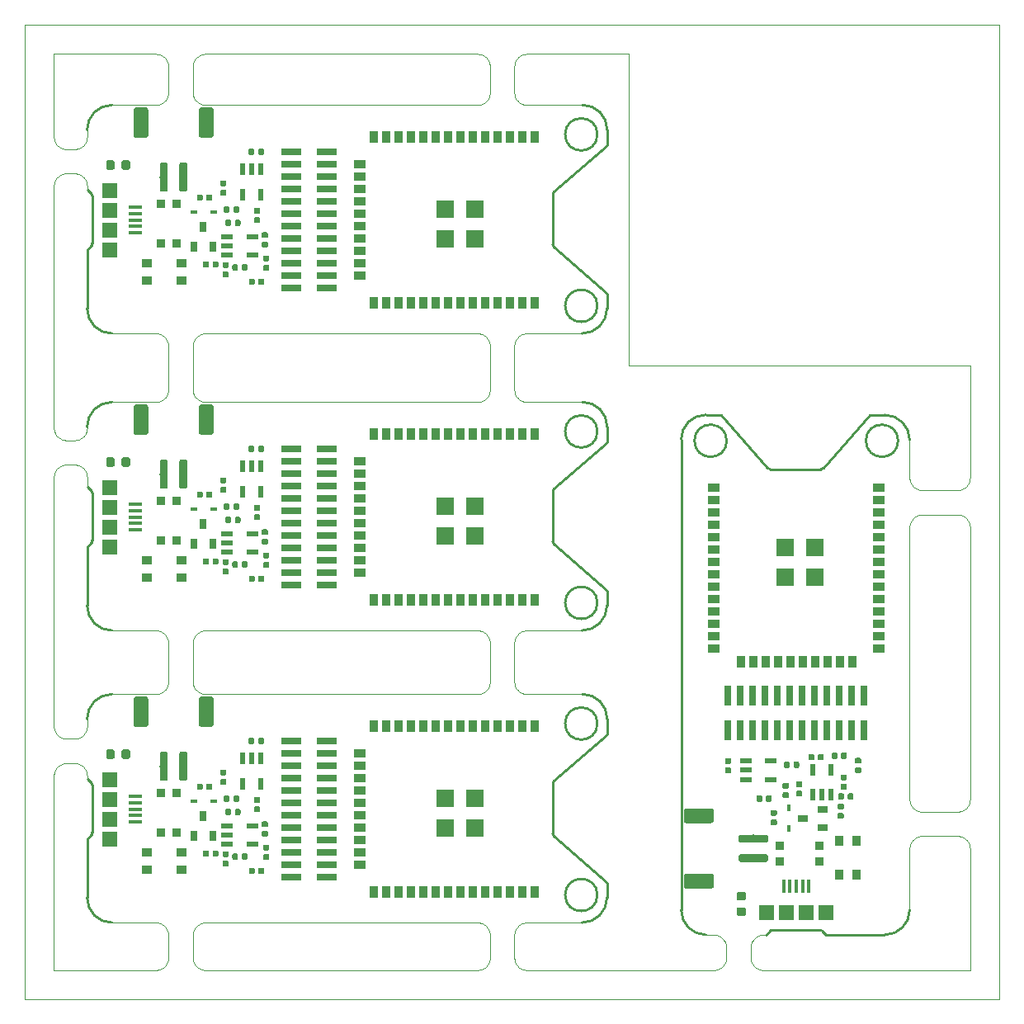
<source format=gbr>
%TF.GenerationSoftware,KiCad,Pcbnew,(5.1.4)-1*%
%TF.CreationDate,2019-10-11T08:55:03-07:00*%
%TF.ProjectId,output.v25Panel,6f757470-7574-42e7-9632-3550616e656c,rev?*%
%TF.SameCoordinates,Original*%
%TF.FileFunction,Paste,Top*%
%TF.FilePolarity,Positive*%
%FSLAX46Y46*%
G04 Gerber Fmt 4.6, Leading zero omitted, Abs format (unit mm)*
G04 Created by KiCad (PCBNEW (5.1.4)-1) date 2019-10-11 08:55:03*
%MOMM*%
%LPD*%
G04 APERTURE LIST*
%ADD10C,0.050000*%
%ADD11C,0.250000*%
%ADD12C,0.100000*%
%ADD13C,0.150000*%
%ADD14R,0.700000X0.450000*%
%ADD15R,2.100000X0.750000*%
%ADD16R,0.550000X1.200000*%
%ADD17R,1.550000X1.500000*%
%ADD18R,1.350000X0.450000*%
%ADD19C,0.875000*%
%ADD20C,0.590000*%
%ADD21R,1.000000X0.850000*%
%ADD22C,1.500000*%
%ADD23C,0.800000*%
%ADD24R,0.900000X0.900000*%
%ADD25R,0.635000X1.016000*%
%ADD26R,1.200000X0.550000*%
%ADD27R,0.900000X1.200000*%
%ADD28R,1.200000X0.900000*%
%ADD29R,0.450000X0.700000*%
%ADD30R,0.750000X2.100000*%
%ADD31R,1.500000X1.550000*%
%ADD32R,0.450000X1.350000*%
%ADD33R,0.850000X1.000000*%
%ADD34R,1.016000X0.635000*%
G04 APERTURE END LIST*
D10*
X182000000Y-75000000D02*
X147000000Y-75000000D01*
X147000000Y-75000000D02*
X147000000Y-43000000D01*
X85000000Y-140000000D02*
X85000000Y-40000000D01*
X185000000Y-140000000D02*
X85000000Y-140000000D01*
X185000000Y-40000000D02*
X185000000Y-140000000D01*
X85000000Y-40000000D02*
X185000000Y-40000000D01*
D11*
X144752060Y-67575080D02*
X144752060Y-69128640D01*
X142212060Y-71668640D02*
G75*
G03X144752060Y-69128640I0J2540000D01*
G01*
X139315076Y-62811768D02*
X144752060Y-67575080D01*
X91412060Y-56926067D02*
X91860000Y-57370000D01*
X139318052Y-57099398D02*
X144780013Y-52320000D01*
X139318039Y-57099407D02*
G75*
G03X139188512Y-57351166I160472J-241760D01*
G01*
X139315063Y-62811759D02*
G75*
G02X139185536Y-62560000I160472J241760D01*
G01*
X139185536Y-62560000D02*
X139188512Y-57351166D01*
X91412060Y-63068136D02*
X91860000Y-62624203D01*
X91860000Y-62624203D02*
G75*
G03X91921488Y-62435369I-228511J178835D01*
G01*
X91860000Y-57370000D02*
G75*
G02X91921488Y-57558834I-228511J-178835D01*
G01*
X143765221Y-51245720D02*
G75*
G03X143765221Y-51245720I-1652221J0D01*
G01*
X143765221Y-68835220D02*
G75*
G03X143765221Y-68835220I-1652221J0D01*
G01*
X144780013Y-50766440D02*
X144780013Y-52320000D01*
X142240013Y-48226440D02*
G75*
G02X144780013Y-50766440I0J-2540000D01*
G01*
X91412060Y-63068136D02*
X91412060Y-69128640D01*
X91412060Y-50766440D02*
G75*
G02X93952060Y-48226440I2540000J0D01*
G01*
X91921488Y-57558834D02*
X91921488Y-62435369D01*
X93952060Y-71668640D02*
G75*
G02X91412060Y-69128640I0J2540000D01*
G01*
X144752060Y-98055080D02*
X144752060Y-99608640D01*
X142212060Y-102148640D02*
G75*
G03X144752060Y-99608640I0J2540000D01*
G01*
X139315076Y-93291768D02*
X144752060Y-98055080D01*
X91412060Y-87406067D02*
X91860000Y-87850000D01*
X139318052Y-87579398D02*
X144780013Y-82800000D01*
X139318039Y-87579407D02*
G75*
G03X139188512Y-87831166I160472J-241760D01*
G01*
X139315063Y-93291759D02*
G75*
G02X139185536Y-93040000I160472J241760D01*
G01*
X139185536Y-93040000D02*
X139188512Y-87831166D01*
X91412060Y-93548136D02*
X91860000Y-93104203D01*
X91860000Y-93104203D02*
G75*
G03X91921488Y-92915369I-228511J178835D01*
G01*
X91860000Y-87850000D02*
G75*
G02X91921488Y-88038834I-228511J-178835D01*
G01*
X143765221Y-81725720D02*
G75*
G03X143765221Y-81725720I-1652221J0D01*
G01*
X143765221Y-99315220D02*
G75*
G03X143765221Y-99315220I-1652221J0D01*
G01*
X144780013Y-81246440D02*
X144780013Y-82800000D01*
X142240013Y-78706440D02*
G75*
G02X144780013Y-81246440I0J-2540000D01*
G01*
X91412060Y-93548136D02*
X91412060Y-99608640D01*
X91412060Y-81246440D02*
G75*
G02X93952060Y-78706440I2540000J0D01*
G01*
X91921488Y-88038834D02*
X91921488Y-92915369D01*
X93952060Y-102148640D02*
G75*
G02X91412060Y-99608640I0J2540000D01*
G01*
X144752060Y-128027080D02*
X144752060Y-129580640D01*
X142212060Y-132120640D02*
G75*
G03X144752060Y-129580640I0J2540000D01*
G01*
X139315076Y-123263768D02*
X144752060Y-128027080D01*
X91412060Y-117378067D02*
X91860000Y-117822000D01*
X139318052Y-117551398D02*
X144780013Y-112772000D01*
X139318039Y-117551407D02*
G75*
G03X139188512Y-117803166I160472J-241760D01*
G01*
X139315063Y-123263759D02*
G75*
G02X139185536Y-123012000I160472J241760D01*
G01*
X139185536Y-123012000D02*
X139188512Y-117803166D01*
X91412060Y-123520136D02*
X91860000Y-123076203D01*
X91860000Y-123076203D02*
G75*
G03X91921488Y-122887369I-228511J178835D01*
G01*
X91860000Y-117822000D02*
G75*
G02X91921488Y-118010834I-228511J-178835D01*
G01*
X143765221Y-111697720D02*
G75*
G03X143765221Y-111697720I-1652221J0D01*
G01*
X143765221Y-129287220D02*
G75*
G03X143765221Y-129287220I-1652221J0D01*
G01*
X144780013Y-111218440D02*
X144780013Y-112772000D01*
X142240013Y-108678440D02*
G75*
G02X144780013Y-111218440I0J-2540000D01*
G01*
X91412060Y-123520136D02*
X91412060Y-129580640D01*
X91412060Y-111218440D02*
G75*
G02X93952060Y-108678440I2540000J0D01*
G01*
X91921488Y-118010834D02*
X91921488Y-122887369D01*
X93952060Y-132120640D02*
G75*
G02X91412060Y-129580640I0J2540000D01*
G01*
X171715080Y-80037940D02*
X173268640Y-80037940D01*
X175808640Y-82577940D02*
G75*
G03X173268640Y-80037940I-2540000J0D01*
G01*
X166951768Y-85474924D02*
X171715080Y-80037940D01*
X161066067Y-133377940D02*
X161510000Y-132930000D01*
X161239398Y-85471948D02*
X156460000Y-80009987D01*
X161239407Y-85471961D02*
G75*
G03X161491166Y-85601488I241760J160472D01*
G01*
X166951759Y-85474937D02*
G75*
G02X166700000Y-85604464I-241760J160472D01*
G01*
X166700000Y-85604464D02*
X161491166Y-85601488D01*
X167208136Y-133377940D02*
X166764203Y-132930000D01*
X166764203Y-132930000D02*
G75*
G03X166575369Y-132868512I-178835J-228511D01*
G01*
X161510000Y-132930000D02*
G75*
G02X161698834Y-132868512I178835J-228511D01*
G01*
X157037941Y-82677000D02*
G75*
G03X157037941Y-82677000I-1652221J0D01*
G01*
X174627441Y-82677000D02*
G75*
G03X174627441Y-82677000I-1652221J0D01*
G01*
X154906440Y-80009987D02*
X156460000Y-80009987D01*
X152366440Y-82549987D02*
G75*
G02X154906440Y-80009987I2540000J0D01*
G01*
X167208136Y-133377940D02*
X173268640Y-133377940D01*
X152366440Y-82549987D02*
X152366440Y-130837940D01*
X154906440Y-133377940D02*
G75*
G02X152366440Y-130837940I0J2540000D01*
G01*
X161698834Y-132868512D02*
X166575369Y-132868512D01*
X175808640Y-130837940D02*
G75*
G02X173268640Y-133377940I-2540000J0D01*
G01*
D12*
X175808640Y-86500005D02*
X175808640Y-82577940D01*
X182000000Y-86499985D02*
X182000000Y-75000000D01*
X182000000Y-91499960D02*
X181992313Y-91400256D01*
X175808640Y-91500025D02*
X175816327Y-91400321D01*
X181992313Y-91400256D02*
X181976985Y-91301438D01*
X175816327Y-91400321D02*
X175831655Y-91301503D01*
X181976985Y-91301438D02*
X181954107Y-91204091D01*
X175831655Y-91301503D02*
X175854533Y-91204156D01*
X181954107Y-91204091D02*
X181923814Y-91108791D01*
X175854533Y-91204156D02*
X175884826Y-91108856D01*
X181923814Y-91108791D02*
X181886285Y-91016101D01*
X175884826Y-91108856D02*
X175922355Y-91016166D01*
X181886285Y-91016101D02*
X181841742Y-90926570D01*
X175922355Y-91016166D02*
X175966898Y-90926635D01*
X181841742Y-90926570D02*
X181790449Y-90840728D01*
X175966898Y-90926635D02*
X176018191Y-90840793D01*
X181790449Y-90840728D02*
X181732709Y-90759083D01*
X176018191Y-90840793D02*
X176075931Y-90759148D01*
X181732709Y-90759083D02*
X181668864Y-90682118D01*
X176075931Y-90759148D02*
X176139776Y-90682183D01*
X181668864Y-90682118D02*
X181599292Y-90610288D01*
X176139776Y-90682183D02*
X176209348Y-90610353D01*
X181599292Y-90610288D02*
X181524405Y-90544018D01*
X176209348Y-90610353D02*
X176284235Y-90544083D01*
X181524405Y-90544018D02*
X181444646Y-90483700D01*
X176284235Y-90544083D02*
X176363994Y-90483765D01*
X181444646Y-90483700D02*
X181360487Y-90429691D01*
X176363994Y-90483765D02*
X176448153Y-90429756D01*
X181360487Y-90429691D02*
X181272426Y-90382311D01*
X176448153Y-90429756D02*
X176536214Y-90382376D01*
X181272426Y-90382311D02*
X181180984Y-90341840D01*
X176536214Y-90382376D02*
X176627656Y-90341905D01*
X181180984Y-90341840D02*
X181086702Y-90308518D01*
X176627656Y-90341905D02*
X176721938Y-90308583D01*
X181086702Y-90308518D02*
X180990138Y-90282542D01*
X176721938Y-90308583D02*
X176818502Y-90282607D01*
X180990138Y-90282542D02*
X180891863Y-90264065D01*
X176818502Y-90282607D02*
X176916777Y-90264130D01*
X180891863Y-90264065D02*
X180792458Y-90253197D01*
X176916777Y-90264130D02*
X177016182Y-90253262D01*
X180792458Y-90253197D02*
X180692512Y-90250002D01*
X177016182Y-90253262D02*
X177116128Y-90250067D01*
X177116128Y-90250067D02*
X180692512Y-90250002D01*
X175808640Y-86500005D02*
X175816327Y-86599709D01*
X182000000Y-86499985D02*
X181992313Y-86599689D01*
X175816327Y-86599709D02*
X175831655Y-86698527D01*
X181992313Y-86599689D02*
X181976985Y-86698507D01*
X175831655Y-86698527D02*
X175854533Y-86795874D01*
X181976985Y-86698507D02*
X181954107Y-86795854D01*
X175854533Y-86795874D02*
X175884826Y-86891174D01*
X181954107Y-86795854D02*
X181923814Y-86891154D01*
X175884826Y-86891174D02*
X175922355Y-86983864D01*
X181923814Y-86891154D02*
X181886285Y-86983844D01*
X175922355Y-86983864D02*
X175966898Y-87073395D01*
X181886285Y-86983844D02*
X181841742Y-87073375D01*
X175966898Y-87073395D02*
X176018191Y-87159237D01*
X181841742Y-87073375D02*
X181790449Y-87159217D01*
X176018191Y-87159237D02*
X176075931Y-87240882D01*
X181790449Y-87159217D02*
X181732709Y-87240862D01*
X176075931Y-87240882D02*
X176139776Y-87317847D01*
X181732709Y-87240862D02*
X181668864Y-87317827D01*
X176139776Y-87317847D02*
X176209348Y-87389677D01*
X181668864Y-87317827D02*
X181599292Y-87389657D01*
X176209348Y-87389677D02*
X176284235Y-87455947D01*
X181599292Y-87389657D02*
X181524405Y-87455927D01*
X176284235Y-87455947D02*
X176363994Y-87516265D01*
X181524405Y-87455927D02*
X181444646Y-87516245D01*
X176363994Y-87516265D02*
X176448153Y-87570274D01*
X181444646Y-87516245D02*
X181360487Y-87570254D01*
X176448153Y-87570274D02*
X176536214Y-87617654D01*
X181360487Y-87570254D02*
X181272426Y-87617634D01*
X176536214Y-87617654D02*
X176627656Y-87658125D01*
X181272426Y-87617634D02*
X181180984Y-87658105D01*
X176627656Y-87658125D02*
X176721938Y-87691447D01*
X181180984Y-87658105D02*
X181086702Y-87691427D01*
X176721938Y-87691447D02*
X176818502Y-87717423D01*
X181086702Y-87691427D02*
X180990138Y-87717403D01*
X176818502Y-87717423D02*
X176916777Y-87735900D01*
X180990138Y-87717403D02*
X180891863Y-87735880D01*
X176916777Y-87735900D02*
X177016182Y-87746768D01*
X180891863Y-87735880D02*
X180792458Y-87746748D01*
X177016182Y-87746768D02*
X177116128Y-87749963D01*
X180792458Y-87746748D02*
X180692512Y-87749943D01*
X177116128Y-87749963D02*
X180692512Y-87749943D01*
X175808640Y-119499992D02*
X175808640Y-91500025D01*
X175808640Y-124500010D02*
X175808640Y-130837940D01*
X182000000Y-119499987D02*
X182000000Y-91499960D01*
X182000000Y-124500013D02*
X182000000Y-137000000D01*
X182000000Y-124500013D02*
X181992313Y-124400309D01*
X175808640Y-124500010D02*
X175816327Y-124400306D01*
X181992313Y-124400309D02*
X181976985Y-124301491D01*
X175816327Y-124400306D02*
X175831655Y-124301488D01*
X181976985Y-124301491D02*
X181954107Y-124204144D01*
X175831655Y-124301488D02*
X175854533Y-124204141D01*
X181954107Y-124204144D02*
X181923814Y-124108844D01*
X175854533Y-124204141D02*
X175884826Y-124108841D01*
X181923814Y-124108844D02*
X181886285Y-124016154D01*
X175884826Y-124108841D02*
X175922355Y-124016151D01*
X175922355Y-124016151D02*
X175966898Y-123926620D01*
X181886285Y-124016154D02*
X181841742Y-123926623D01*
X175966898Y-123926620D02*
X176018191Y-123840778D01*
X181841742Y-123926623D02*
X181790449Y-123840781D01*
X176018191Y-123840778D02*
X176075931Y-123759133D01*
X181790449Y-123840781D02*
X181732709Y-123759136D01*
X176075931Y-123759133D02*
X176139776Y-123682168D01*
X181732709Y-123759136D02*
X181668864Y-123682171D01*
X176139776Y-123682168D02*
X176209348Y-123610338D01*
X181668864Y-123682171D02*
X181599292Y-123610341D01*
X176209348Y-123610338D02*
X176284235Y-123544068D01*
X181599292Y-123610341D02*
X181524405Y-123544071D01*
X176284235Y-123544068D02*
X176363994Y-123483750D01*
X181524405Y-123544071D02*
X181444646Y-123483753D01*
X176363994Y-123483750D02*
X176448153Y-123429741D01*
X181444646Y-123483753D02*
X181360487Y-123429744D01*
X176448153Y-123429741D02*
X176536214Y-123382361D01*
X181360487Y-123429744D02*
X181272426Y-123382364D01*
X176536214Y-123382361D02*
X176627656Y-123341890D01*
X181272426Y-123382364D02*
X181180984Y-123341893D01*
X176627656Y-123341890D02*
X176721938Y-123308568D01*
X181180984Y-123341893D02*
X181086702Y-123308571D01*
X176721938Y-123308568D02*
X176818502Y-123282592D01*
X181086702Y-123308571D02*
X180990138Y-123282595D01*
X176818502Y-123282592D02*
X176916777Y-123264115D01*
X180990138Y-123282595D02*
X180891863Y-123264118D01*
X176916777Y-123264115D02*
X177016182Y-123253247D01*
X180891863Y-123264118D02*
X180792458Y-123253250D01*
X177016182Y-123253247D02*
X177116128Y-123250052D01*
X180792458Y-123253250D02*
X180692512Y-123250055D01*
X177116128Y-123250052D02*
X180692512Y-123250055D01*
X175808640Y-119499992D02*
X175816327Y-119599696D01*
X182000000Y-119499987D02*
X181992313Y-119599691D01*
X175816327Y-119599696D02*
X175831655Y-119698514D01*
X181992313Y-119599691D02*
X181976985Y-119698509D01*
X175831655Y-119698514D02*
X175854533Y-119795861D01*
X181976985Y-119698509D02*
X181954107Y-119795856D01*
X175854533Y-119795861D02*
X175884826Y-119891161D01*
X181954107Y-119795856D02*
X181923814Y-119891156D01*
X175884826Y-119891161D02*
X175922355Y-119983851D01*
X181923814Y-119891156D02*
X181886285Y-119983846D01*
X175922355Y-119983851D02*
X175966898Y-120073382D01*
X181886285Y-119983846D02*
X181841742Y-120073377D01*
X175966898Y-120073382D02*
X176018191Y-120159224D01*
X181841742Y-120073377D02*
X181790449Y-120159219D01*
X176018191Y-120159224D02*
X176075931Y-120240869D01*
X181790449Y-120159219D02*
X181732709Y-120240864D01*
X176075931Y-120240869D02*
X176139776Y-120317834D01*
X181732709Y-120240864D02*
X181668864Y-120317829D01*
X176139776Y-120317834D02*
X176209348Y-120389664D01*
X181668864Y-120317829D02*
X181599292Y-120389659D01*
X176209348Y-120389664D02*
X176284235Y-120455934D01*
X181599292Y-120389659D02*
X181524405Y-120455929D01*
X176284235Y-120455934D02*
X176363994Y-120516252D01*
X181524405Y-120455929D02*
X181444646Y-120516247D01*
X176363994Y-120516252D02*
X176448153Y-120570261D01*
X181444646Y-120516247D02*
X181360487Y-120570256D01*
X176448153Y-120570261D02*
X176536214Y-120617641D01*
X181360487Y-120570256D02*
X181272426Y-120617636D01*
X176536214Y-120617641D02*
X176627656Y-120658112D01*
X181272426Y-120617636D02*
X181180984Y-120658107D01*
X176627656Y-120658112D02*
X176721938Y-120691434D01*
X181180984Y-120658107D02*
X181086702Y-120691429D01*
X176721938Y-120691434D02*
X176818502Y-120717410D01*
X181086702Y-120691429D02*
X180990138Y-120717405D01*
X176818502Y-120717410D02*
X176916777Y-120735887D01*
X180990138Y-120717405D02*
X180891863Y-120735882D01*
X176916777Y-120735887D02*
X177016182Y-120746755D01*
X180891863Y-120735882D02*
X180792458Y-120746750D01*
X177016182Y-120746755D02*
X177116128Y-120749950D01*
X180792458Y-120746750D02*
X180692512Y-120749945D01*
X177116128Y-120749950D02*
X180692512Y-120749945D01*
X155750002Y-133377940D02*
X154906440Y-133377940D01*
X160749998Y-133377940D02*
X161066067Y-133377940D01*
X160749985Y-137000000D02*
X182000000Y-137000000D01*
X155750002Y-133377940D02*
X155849706Y-133385627D01*
X155749977Y-137000000D02*
X155849681Y-136992313D01*
X155849706Y-133385627D02*
X155948524Y-133400955D01*
X155849681Y-136992313D02*
X155948499Y-136976985D01*
X155948524Y-133400955D02*
X156045871Y-133423833D01*
X155948499Y-136976985D02*
X156045846Y-136954107D01*
X156045871Y-133423833D02*
X156141171Y-133454126D01*
X156045846Y-136954107D02*
X156141146Y-136923814D01*
X156141171Y-133454126D02*
X156233861Y-133491655D01*
X156141146Y-136923814D02*
X156233836Y-136886285D01*
X156233861Y-133491655D02*
X156323392Y-133536198D01*
X156233836Y-136886285D02*
X156323367Y-136841742D01*
X156323392Y-133536198D02*
X156409234Y-133587491D01*
X156323367Y-136841742D02*
X156409209Y-136790449D01*
X156409234Y-133587491D02*
X156490879Y-133645231D01*
X156409209Y-136790449D02*
X156490854Y-136732709D01*
X156490879Y-133645231D02*
X156567844Y-133709076D01*
X156490854Y-136732709D02*
X156567819Y-136668864D01*
X156567844Y-133709076D02*
X156639674Y-133778648D01*
X156567819Y-136668864D02*
X156639649Y-136599292D01*
X156639674Y-133778648D02*
X156705944Y-133853535D01*
X156639649Y-136599292D02*
X156705919Y-136524405D01*
X156705944Y-133853535D02*
X156766262Y-133933294D01*
X156705919Y-136524405D02*
X156766237Y-136444646D01*
X156766262Y-133933294D02*
X156820271Y-134017453D01*
X156766237Y-136444646D02*
X156820246Y-136360487D01*
X156820271Y-134017453D02*
X156867651Y-134105514D01*
X156820246Y-136360487D02*
X156867626Y-136272426D01*
X156867651Y-134105514D02*
X156908122Y-134196956D01*
X156867626Y-136272426D02*
X156908097Y-136180984D01*
X156908122Y-134196956D02*
X156941444Y-134291238D01*
X156908097Y-136180984D02*
X156941419Y-136086702D01*
X156941444Y-134291238D02*
X156967420Y-134387802D01*
X156941419Y-136086702D02*
X156967395Y-135990138D01*
X156967420Y-134387802D02*
X156985897Y-134486077D01*
X156967395Y-135990138D02*
X156985872Y-135891863D01*
X156985897Y-134486077D02*
X156996765Y-134585482D01*
X156985872Y-135891863D02*
X156996740Y-135792458D01*
X156996765Y-134585482D02*
X156999960Y-134685428D01*
X156996740Y-135792458D02*
X156999935Y-135692512D01*
X156999960Y-134685428D02*
X156999935Y-135692512D01*
X160749985Y-137000000D02*
X160650281Y-136992313D01*
X160749998Y-133377940D02*
X160650294Y-133385627D01*
X160650281Y-136992313D02*
X160551463Y-136976985D01*
X160650294Y-133385627D02*
X160551476Y-133400955D01*
X160551463Y-136976985D02*
X160454116Y-136954107D01*
X160551476Y-133400955D02*
X160454129Y-133423833D01*
X160454116Y-136954107D02*
X160358816Y-136923814D01*
X160454129Y-133423833D02*
X160358829Y-133454126D01*
X160358816Y-136923814D02*
X160266126Y-136886285D01*
X160358829Y-133454126D02*
X160266139Y-133491655D01*
X160266126Y-136886285D02*
X160176595Y-136841742D01*
X160266139Y-133491655D02*
X160176608Y-133536198D01*
X160176595Y-136841742D02*
X160090753Y-136790449D01*
X160176608Y-133536198D02*
X160090766Y-133587491D01*
X160090753Y-136790449D02*
X160009108Y-136732709D01*
X160090766Y-133587491D02*
X160009121Y-133645231D01*
X160009108Y-136732709D02*
X159932143Y-136668864D01*
X160009121Y-133645231D02*
X159932156Y-133709076D01*
X159932143Y-136668864D02*
X159860313Y-136599292D01*
X159932156Y-133709076D02*
X159860326Y-133778648D01*
X159860313Y-136599292D02*
X159794043Y-136524405D01*
X159860326Y-133778648D02*
X159794056Y-133853535D01*
X159794043Y-136524405D02*
X159733725Y-136444646D01*
X159794056Y-133853535D02*
X159733738Y-133933294D01*
X159733725Y-136444646D02*
X159679716Y-136360487D01*
X159733738Y-133933294D02*
X159679729Y-134017453D01*
X159679716Y-136360487D02*
X159632336Y-136272426D01*
X159679729Y-134017453D02*
X159632349Y-134105514D01*
X159632336Y-136272426D02*
X159591865Y-136180984D01*
X159632349Y-134105514D02*
X159591878Y-134196956D01*
X159591865Y-136180984D02*
X159558543Y-136086702D01*
X159591878Y-134196956D02*
X159558556Y-134291238D01*
X159558543Y-136086702D02*
X159532567Y-135990138D01*
X159558556Y-134291238D02*
X159532580Y-134387802D01*
X159532567Y-135990138D02*
X159514090Y-135891863D01*
X159532580Y-134387802D02*
X159514103Y-134486077D01*
X159514090Y-135891863D02*
X159503222Y-135792458D01*
X159514103Y-134486077D02*
X159503235Y-134585482D01*
X159503222Y-135792458D02*
X159500027Y-135692512D01*
X159503235Y-134585482D02*
X159500040Y-134685428D01*
X159500040Y-134685428D02*
X159500027Y-135692512D01*
X136499998Y-132120640D02*
X142212060Y-132120640D01*
X136499998Y-137000000D02*
X155749977Y-137000000D01*
X131500015Y-137000000D02*
X131599719Y-136992313D01*
X131500007Y-132120640D02*
X131599711Y-132128327D01*
X131599719Y-136992313D02*
X131698537Y-136976985D01*
X131599711Y-132128327D02*
X131698529Y-132143655D01*
X131698537Y-136976985D02*
X131795884Y-136954107D01*
X131698529Y-132143655D02*
X131795876Y-132166533D01*
X131795884Y-136954107D02*
X131891184Y-136923814D01*
X131795876Y-132166533D02*
X131891176Y-132196826D01*
X131891184Y-136923814D02*
X131983874Y-136886285D01*
X131891176Y-132196826D02*
X131983866Y-132234355D01*
X131983874Y-136886285D02*
X132073405Y-136841742D01*
X131983866Y-132234355D02*
X132073397Y-132278898D01*
X132073405Y-136841742D02*
X132159247Y-136790449D01*
X132073397Y-132278898D02*
X132159239Y-132330191D01*
X132159247Y-136790449D02*
X132240892Y-136732709D01*
X132159239Y-132330191D02*
X132240884Y-132387931D01*
X132240892Y-136732709D02*
X132317857Y-136668864D01*
X132240884Y-132387931D02*
X132317849Y-132451776D01*
X132317857Y-136668864D02*
X132389687Y-136599292D01*
X132317849Y-132451776D02*
X132389679Y-132521348D01*
X132389687Y-136599292D02*
X132455957Y-136524405D01*
X132389679Y-132521348D02*
X132455949Y-132596235D01*
X132455957Y-136524405D02*
X132516275Y-136444646D01*
X132455949Y-132596235D02*
X132516267Y-132675994D01*
X132516275Y-136444646D02*
X132570284Y-136360487D01*
X132516267Y-132675994D02*
X132570276Y-132760153D01*
X132570284Y-136360487D02*
X132617664Y-136272426D01*
X132570276Y-132760153D02*
X132617656Y-132848214D01*
X132617664Y-136272426D02*
X132658135Y-136180984D01*
X132617656Y-132848214D02*
X132658127Y-132939656D01*
X132658135Y-136180984D02*
X132691457Y-136086702D01*
X132658127Y-132939656D02*
X132691449Y-133033938D01*
X132691457Y-136086702D02*
X132717433Y-135990138D01*
X132691449Y-133033938D02*
X132717425Y-133130502D01*
X132717433Y-135990138D02*
X132735910Y-135891863D01*
X132717425Y-133130502D02*
X132735902Y-133228777D01*
X132735910Y-135891863D02*
X132746778Y-135792458D01*
X132735902Y-133228777D02*
X132746770Y-133328182D01*
X132746778Y-135792458D02*
X132749973Y-135692512D01*
X132746770Y-133328182D02*
X132749965Y-133428128D01*
X132749965Y-133428128D02*
X132749973Y-135692512D01*
X136499998Y-137000000D02*
X136400294Y-136992313D01*
X136499998Y-132120640D02*
X136400294Y-132128327D01*
X136400294Y-136992313D02*
X136301476Y-136976985D01*
X136400294Y-132128327D02*
X136301476Y-132143655D01*
X136301476Y-136976985D02*
X136204129Y-136954107D01*
X136301476Y-132143655D02*
X136204129Y-132166533D01*
X136204129Y-136954107D02*
X136108829Y-136923814D01*
X136204129Y-132166533D02*
X136108829Y-132196826D01*
X136108829Y-136923814D02*
X136016139Y-136886285D01*
X136108829Y-132196826D02*
X136016139Y-132234355D01*
X136016139Y-136886285D02*
X135926608Y-136841742D01*
X136016139Y-132234355D02*
X135926608Y-132278898D01*
X135926608Y-136841742D02*
X135840766Y-136790449D01*
X135926608Y-132278898D02*
X135840766Y-132330191D01*
X135840766Y-136790449D02*
X135759121Y-136732709D01*
X135840766Y-132330191D02*
X135759121Y-132387931D01*
X135759121Y-136732709D02*
X135682156Y-136668864D01*
X135759121Y-132387931D02*
X135682156Y-132451776D01*
X135682156Y-136668864D02*
X135610326Y-136599292D01*
X135682156Y-132451776D02*
X135610326Y-132521348D01*
X135610326Y-136599292D02*
X135544056Y-136524405D01*
X135610326Y-132521348D02*
X135544056Y-132596235D01*
X135544056Y-136524405D02*
X135483738Y-136444646D01*
X135544056Y-132596235D02*
X135483738Y-132675994D01*
X135483738Y-136444646D02*
X135429729Y-136360487D01*
X135483738Y-132675994D02*
X135429729Y-132760153D01*
X135429729Y-136360487D02*
X135382349Y-136272426D01*
X135429729Y-132760153D02*
X135382349Y-132848214D01*
X135382349Y-136272426D02*
X135341878Y-136180984D01*
X135382349Y-132848214D02*
X135341878Y-132939656D01*
X135341878Y-136180984D02*
X135308556Y-136086702D01*
X135341878Y-132939656D02*
X135308556Y-133033938D01*
X135308556Y-136086702D02*
X135282580Y-135990138D01*
X135308556Y-133033938D02*
X135282580Y-133130502D01*
X135282580Y-135990138D02*
X135264103Y-135891863D01*
X135282580Y-133130502D02*
X135264103Y-133228777D01*
X135264103Y-135891863D02*
X135253235Y-135792458D01*
X135264103Y-133228777D02*
X135253235Y-133328182D01*
X135253235Y-135792458D02*
X135250040Y-135692512D01*
X135253235Y-133328182D02*
X135250040Y-133428128D01*
X135250040Y-133428128D02*
X135250040Y-135692512D01*
X103500010Y-132120640D02*
X131500007Y-132120640D01*
X98500007Y-132120640D02*
X93952060Y-132120640D01*
X103500010Y-137000000D02*
X131500015Y-137000000D01*
X98500002Y-137000000D02*
X88000000Y-137000000D01*
X98500007Y-132120640D02*
X98599711Y-132128327D01*
X98500002Y-137000000D02*
X98599706Y-136992313D01*
X98599711Y-132128327D02*
X98698529Y-132143655D01*
X98599706Y-136992313D02*
X98698524Y-136976985D01*
X98698529Y-132143655D02*
X98795876Y-132166533D01*
X98698524Y-136976985D02*
X98795871Y-136954107D01*
X98795876Y-132166533D02*
X98891176Y-132196826D01*
X98795871Y-136954107D02*
X98891171Y-136923814D01*
X98891176Y-132196826D02*
X98983866Y-132234355D01*
X98891171Y-136923814D02*
X98983861Y-136886285D01*
X98983866Y-132234355D02*
X99073397Y-132278898D01*
X98983861Y-136886285D02*
X99073392Y-136841742D01*
X99073397Y-132278898D02*
X99159239Y-132330191D01*
X99073392Y-136841742D02*
X99159234Y-136790449D01*
X99159239Y-132330191D02*
X99240884Y-132387931D01*
X99159234Y-136790449D02*
X99240879Y-136732709D01*
X99240884Y-132387931D02*
X99317849Y-132451776D01*
X99240879Y-136732709D02*
X99317844Y-136668864D01*
X99317849Y-132451776D02*
X99389679Y-132521348D01*
X99317844Y-136668864D02*
X99389674Y-136599292D01*
X99389679Y-132521348D02*
X99455949Y-132596235D01*
X99389674Y-136599292D02*
X99455944Y-136524405D01*
X99455949Y-132596235D02*
X99516267Y-132675994D01*
X99455944Y-136524405D02*
X99516262Y-136444646D01*
X99516267Y-132675994D02*
X99570276Y-132760153D01*
X99516262Y-136444646D02*
X99570271Y-136360487D01*
X99570276Y-132760153D02*
X99617656Y-132848214D01*
X99570271Y-136360487D02*
X99617651Y-136272426D01*
X99617656Y-132848214D02*
X99658127Y-132939656D01*
X99617651Y-136272426D02*
X99658122Y-136180984D01*
X99658127Y-132939656D02*
X99691449Y-133033938D01*
X99658122Y-136180984D02*
X99691444Y-136086702D01*
X99691449Y-133033938D02*
X99717425Y-133130502D01*
X99691444Y-136086702D02*
X99717420Y-135990138D01*
X99717425Y-133130502D02*
X99735902Y-133228777D01*
X99717420Y-135990138D02*
X99735897Y-135891863D01*
X99735902Y-133228777D02*
X99746770Y-133328182D01*
X99735897Y-135891863D02*
X99746765Y-135792458D01*
X99746770Y-133328182D02*
X99749965Y-133428128D01*
X99746765Y-135792458D02*
X99749960Y-135692512D01*
X99749965Y-133428128D02*
X99749960Y-135692512D01*
X103500010Y-137000000D02*
X103400306Y-136992313D01*
X103500010Y-132120640D02*
X103400306Y-132128327D01*
X103400306Y-136992313D02*
X103301488Y-136976985D01*
X103400306Y-132128327D02*
X103301488Y-132143655D01*
X103301488Y-136976985D02*
X103204141Y-136954107D01*
X103301488Y-132143655D02*
X103204141Y-132166533D01*
X103204141Y-136954107D02*
X103108841Y-136923814D01*
X103204141Y-132166533D02*
X103108841Y-132196826D01*
X103108841Y-136923814D02*
X103016151Y-136886285D01*
X103108841Y-132196826D02*
X103016151Y-132234355D01*
X103016151Y-136886285D02*
X102926620Y-136841742D01*
X103016151Y-132234355D02*
X102926620Y-132278898D01*
X102926620Y-136841742D02*
X102840778Y-136790449D01*
X102926620Y-132278898D02*
X102840778Y-132330191D01*
X102840778Y-136790449D02*
X102759133Y-136732709D01*
X102840778Y-132330191D02*
X102759133Y-132387931D01*
X102759133Y-136732709D02*
X102682168Y-136668864D01*
X102759133Y-132387931D02*
X102682168Y-132451776D01*
X102682168Y-136668864D02*
X102610338Y-136599292D01*
X102682168Y-132451776D02*
X102610338Y-132521348D01*
X102610338Y-136599292D02*
X102544068Y-136524405D01*
X102610338Y-132521348D02*
X102544068Y-132596235D01*
X102544068Y-136524405D02*
X102483750Y-136444646D01*
X102544068Y-132596235D02*
X102483750Y-132675994D01*
X102483750Y-136444646D02*
X102429741Y-136360487D01*
X102483750Y-132675994D02*
X102429741Y-132760153D01*
X102429741Y-136360487D02*
X102382361Y-136272426D01*
X102429741Y-132760153D02*
X102382361Y-132848214D01*
X102382361Y-136272426D02*
X102341890Y-136180984D01*
X102382361Y-132848214D02*
X102341890Y-132939656D01*
X102341890Y-136180984D02*
X102308568Y-136086702D01*
X102341890Y-132939656D02*
X102308568Y-133033938D01*
X102308568Y-136086702D02*
X102282592Y-135990138D01*
X102308568Y-133033938D02*
X102282592Y-133130502D01*
X102282592Y-135990138D02*
X102264115Y-135891863D01*
X102282592Y-133130502D02*
X102264115Y-133228777D01*
X102264115Y-135891863D02*
X102253247Y-135792458D01*
X102264115Y-133228777D02*
X102253247Y-133328182D01*
X102253247Y-135792458D02*
X102250052Y-135692512D01*
X102253247Y-133328182D02*
X102250052Y-133428128D01*
X102250052Y-133428128D02*
X102250052Y-135692512D01*
X88000000Y-117020000D02*
X88000000Y-137000000D01*
X91412060Y-112020000D02*
X91412060Y-111218440D01*
X91412060Y-117020000D02*
X91412060Y-117378067D01*
X91412060Y-117020000D02*
X91404373Y-116920296D01*
X88000000Y-117020000D02*
X88007687Y-116920296D01*
X91404373Y-116920296D02*
X91389045Y-116821478D01*
X88007687Y-116920296D02*
X88023015Y-116821478D01*
X91389045Y-116821478D02*
X91366167Y-116724131D01*
X88023015Y-116821478D02*
X88045893Y-116724131D01*
X91366167Y-116724131D02*
X91335874Y-116628831D01*
X88045893Y-116724131D02*
X88076186Y-116628831D01*
X91335874Y-116628831D02*
X91298345Y-116536141D01*
X88076186Y-116628831D02*
X88113715Y-116536141D01*
X91298345Y-116536141D02*
X91253802Y-116446610D01*
X88113715Y-116536141D02*
X88158258Y-116446610D01*
X91253802Y-116446610D02*
X91202509Y-116360768D01*
X88158258Y-116446610D02*
X88209551Y-116360768D01*
X91202509Y-116360768D02*
X91144769Y-116279123D01*
X88209551Y-116360768D02*
X88267291Y-116279123D01*
X91144769Y-116279123D02*
X91080924Y-116202158D01*
X88267291Y-116279123D02*
X88331136Y-116202158D01*
X91080924Y-116202158D02*
X91011352Y-116130328D01*
X88331136Y-116202158D02*
X88400708Y-116130328D01*
X91011352Y-116130328D02*
X90936465Y-116064058D01*
X88400708Y-116130328D02*
X88475595Y-116064058D01*
X90936465Y-116064058D02*
X90856706Y-116003740D01*
X88475595Y-116064058D02*
X88555354Y-116003740D01*
X90856706Y-116003740D02*
X90772547Y-115949731D01*
X88555354Y-116003740D02*
X88639513Y-115949731D01*
X90772547Y-115949731D02*
X90684486Y-115902351D01*
X88639513Y-115949731D02*
X88727574Y-115902351D01*
X90684486Y-115902351D02*
X90593044Y-115861880D01*
X88727574Y-115902351D02*
X88819016Y-115861880D01*
X90593044Y-115861880D02*
X90498762Y-115828558D01*
X88819016Y-115861880D02*
X88913298Y-115828558D01*
X90498762Y-115828558D02*
X90402198Y-115802582D01*
X88913298Y-115828558D02*
X89009862Y-115802582D01*
X90402198Y-115802582D02*
X90303923Y-115784105D01*
X89009862Y-115802582D02*
X89108137Y-115784105D01*
X90303923Y-115784105D02*
X90204518Y-115773237D01*
X89108137Y-115784105D02*
X89207542Y-115773237D01*
X90204518Y-115773237D02*
X90104572Y-115770042D01*
X89207542Y-115773237D02*
X89307488Y-115770042D01*
X89307488Y-115770042D02*
X90104572Y-115770042D01*
X88000000Y-112020017D02*
X88007687Y-112119721D01*
X91412060Y-112020000D02*
X91404373Y-112119704D01*
X88007687Y-112119721D02*
X88023015Y-112218539D01*
X91404373Y-112119704D02*
X91389045Y-112218522D01*
X88023015Y-112218539D02*
X88045893Y-112315886D01*
X91389045Y-112218522D02*
X91366167Y-112315869D01*
X88045893Y-112315886D02*
X88076186Y-112411186D01*
X91366167Y-112315869D02*
X91335874Y-112411169D01*
X88076186Y-112411186D02*
X88113715Y-112503876D01*
X91335874Y-112411169D02*
X91298345Y-112503859D01*
X88113715Y-112503876D02*
X88158258Y-112593407D01*
X91298345Y-112503859D02*
X91253802Y-112593390D01*
X88158258Y-112593407D02*
X88209551Y-112679249D01*
X91253802Y-112593390D02*
X91202509Y-112679232D01*
X88209551Y-112679249D02*
X88267291Y-112760894D01*
X91202509Y-112679232D02*
X91144769Y-112760877D01*
X88267291Y-112760894D02*
X88331136Y-112837859D01*
X91144769Y-112760877D02*
X91080924Y-112837842D01*
X88331136Y-112837859D02*
X88400708Y-112909689D01*
X91080924Y-112837842D02*
X91011352Y-112909672D01*
X88400708Y-112909689D02*
X88475595Y-112975959D01*
X91011352Y-112909672D02*
X90936465Y-112975942D01*
X88475595Y-112975959D02*
X88555354Y-113036277D01*
X90936465Y-112975942D02*
X90856706Y-113036260D01*
X88555354Y-113036277D02*
X88639513Y-113090286D01*
X90856706Y-113036260D02*
X90772547Y-113090269D01*
X88639513Y-113090286D02*
X88727574Y-113137666D01*
X90772547Y-113090269D02*
X90684486Y-113137649D01*
X88727574Y-113137666D02*
X88819016Y-113178137D01*
X90684486Y-113137649D02*
X90593044Y-113178120D01*
X88819016Y-113178137D02*
X88913298Y-113211459D01*
X90593044Y-113178120D02*
X90498762Y-113211442D01*
X88913298Y-113211459D02*
X89009862Y-113237435D01*
X90498762Y-113211442D02*
X90402198Y-113237418D01*
X89009862Y-113237435D02*
X89108137Y-113255912D01*
X90402198Y-113237418D02*
X90303923Y-113255895D01*
X89108137Y-113255912D02*
X89207542Y-113266780D01*
X90303923Y-113255895D02*
X90204518Y-113266763D01*
X89207542Y-113266780D02*
X89307488Y-113269975D01*
X90204518Y-113266763D02*
X90104572Y-113269958D01*
X89307488Y-113269975D02*
X90104572Y-113269958D01*
X88000000Y-86385008D02*
X88000000Y-112020017D01*
X91412060Y-81384997D02*
X91412060Y-81246440D01*
X91412060Y-86385003D02*
X91412060Y-87406067D01*
X91412060Y-86385003D02*
X91404373Y-86285299D01*
X88000000Y-86385008D02*
X88007687Y-86285304D01*
X91404373Y-86285299D02*
X91389045Y-86186481D01*
X88007687Y-86285304D02*
X88023015Y-86186486D01*
X91389045Y-86186481D02*
X91366167Y-86089134D01*
X88023015Y-86186486D02*
X88045893Y-86089139D01*
X91366167Y-86089134D02*
X91335874Y-85993834D01*
X88045893Y-86089139D02*
X88076186Y-85993839D01*
X91335874Y-85993834D02*
X91298345Y-85901144D01*
X88076186Y-85993839D02*
X88113715Y-85901149D01*
X91298345Y-85901144D02*
X91253802Y-85811613D01*
X88113715Y-85901149D02*
X88158258Y-85811618D01*
X91253802Y-85811613D02*
X91202509Y-85725771D01*
X88158258Y-85811618D02*
X88209551Y-85725776D01*
X91202509Y-85725771D02*
X91144769Y-85644126D01*
X88209551Y-85725776D02*
X88267291Y-85644131D01*
X91144769Y-85644126D02*
X91080924Y-85567161D01*
X88267291Y-85644131D02*
X88331136Y-85567166D01*
X91080924Y-85567161D02*
X91011352Y-85495331D01*
X88331136Y-85567166D02*
X88400708Y-85495336D01*
X91011352Y-85495331D02*
X90936465Y-85429061D01*
X88400708Y-85495336D02*
X88475595Y-85429066D01*
X90936465Y-85429061D02*
X90856706Y-85368743D01*
X88475595Y-85429066D02*
X88555354Y-85368748D01*
X90856706Y-85368743D02*
X90772547Y-85314734D01*
X88555354Y-85368748D02*
X88639513Y-85314739D01*
X90772547Y-85314734D02*
X90684486Y-85267354D01*
X88639513Y-85314739D02*
X88727574Y-85267359D01*
X90684486Y-85267354D02*
X90593044Y-85226883D01*
X88727574Y-85267359D02*
X88819016Y-85226888D01*
X90593044Y-85226883D02*
X90498762Y-85193561D01*
X88819016Y-85226888D02*
X88913298Y-85193566D01*
X90498762Y-85193561D02*
X90402198Y-85167585D01*
X88913298Y-85193566D02*
X89009862Y-85167590D01*
X90402198Y-85167585D02*
X90303923Y-85149108D01*
X89009862Y-85167590D02*
X89108137Y-85149113D01*
X90303923Y-85149108D02*
X90204518Y-85138240D01*
X89108137Y-85149113D02*
X89207542Y-85138245D01*
X90204518Y-85138240D02*
X90104572Y-85135045D01*
X89207542Y-85138245D02*
X89307488Y-85135050D01*
X89307488Y-85135050D02*
X90104572Y-85135045D01*
X91412060Y-81384997D02*
X91404373Y-81484701D01*
X88000000Y-81384985D02*
X88007687Y-81484689D01*
X91404373Y-81484701D02*
X91389045Y-81583519D01*
X88007687Y-81484689D02*
X88023015Y-81583507D01*
X91389045Y-81583519D02*
X91366167Y-81680866D01*
X88023015Y-81583507D02*
X88045893Y-81680854D01*
X91366167Y-81680866D02*
X91335874Y-81776166D01*
X88045893Y-81680854D02*
X88076186Y-81776154D01*
X91335874Y-81776166D02*
X91298345Y-81868856D01*
X88076186Y-81776154D02*
X88113715Y-81868844D01*
X91298345Y-81868856D02*
X91253802Y-81958387D01*
X88113715Y-81868844D02*
X88158258Y-81958375D01*
X91253802Y-81958387D02*
X91202509Y-82044229D01*
X88158258Y-81958375D02*
X88209551Y-82044217D01*
X91202509Y-82044229D02*
X91144769Y-82125874D01*
X88209551Y-82044217D02*
X88267291Y-82125862D01*
X91144769Y-82125874D02*
X91080924Y-82202839D01*
X88267291Y-82125862D02*
X88331136Y-82202827D01*
X91080924Y-82202839D02*
X91011352Y-82274669D01*
X88331136Y-82202827D02*
X88400708Y-82274657D01*
X91011352Y-82274669D02*
X90936465Y-82340939D01*
X88400708Y-82274657D02*
X88475595Y-82340927D01*
X90936465Y-82340939D02*
X90856706Y-82401257D01*
X88475595Y-82340927D02*
X88555354Y-82401245D01*
X90856706Y-82401257D02*
X90772547Y-82455266D01*
X88555354Y-82401245D02*
X88639513Y-82455254D01*
X90772547Y-82455266D02*
X90684486Y-82502646D01*
X88639513Y-82455254D02*
X88727574Y-82502634D01*
X90684486Y-82502646D02*
X90593044Y-82543117D01*
X88727574Y-82502634D02*
X88819016Y-82543105D01*
X90593044Y-82543117D02*
X90498762Y-82576439D01*
X88819016Y-82543105D02*
X88913298Y-82576427D01*
X90498762Y-82576439D02*
X90402198Y-82602415D01*
X88913298Y-82576427D02*
X89009862Y-82602403D01*
X90402198Y-82602415D02*
X90303923Y-82620892D01*
X89009862Y-82602403D02*
X89108137Y-82620880D01*
X90303923Y-82620892D02*
X90204518Y-82631760D01*
X89108137Y-82620880D02*
X89207542Y-82631748D01*
X90204518Y-82631760D02*
X90104572Y-82634955D01*
X89207542Y-82631748D02*
X89307488Y-82634943D01*
X89307488Y-82634943D02*
X90104572Y-82634955D01*
X88000000Y-56511975D02*
X88000000Y-81384985D01*
X88000000Y-51512000D02*
X88000000Y-43000000D01*
X91412060Y-51512002D02*
X91412060Y-50766440D01*
X91412060Y-56512000D02*
X91412060Y-56926067D01*
X88000000Y-56511975D02*
X88007687Y-56412271D01*
X91412060Y-56512000D02*
X91404373Y-56412296D01*
X88007687Y-56412271D02*
X88023015Y-56313453D01*
X91404373Y-56412296D02*
X91389045Y-56313478D01*
X88023015Y-56313453D02*
X88045893Y-56216106D01*
X91389045Y-56313478D02*
X91366167Y-56216131D01*
X88045893Y-56216106D02*
X88076186Y-56120806D01*
X91366167Y-56216131D02*
X91335874Y-56120831D01*
X88076186Y-56120806D02*
X88113715Y-56028116D01*
X91335874Y-56120831D02*
X91298345Y-56028141D01*
X88113715Y-56028116D02*
X88158258Y-55938585D01*
X91298345Y-56028141D02*
X91253802Y-55938610D01*
X88158258Y-55938585D02*
X88209551Y-55852743D01*
X91253802Y-55938610D02*
X91202509Y-55852768D01*
X88209551Y-55852743D02*
X88267291Y-55771098D01*
X91202509Y-55852768D02*
X91144769Y-55771123D01*
X88267291Y-55771098D02*
X88331136Y-55694133D01*
X91144769Y-55771123D02*
X91080924Y-55694158D01*
X88331136Y-55694133D02*
X88400708Y-55622303D01*
X91080924Y-55694158D02*
X91011352Y-55622328D01*
X88400708Y-55622303D02*
X88475595Y-55556033D01*
X91011352Y-55622328D02*
X90936465Y-55556058D01*
X88475595Y-55556033D02*
X88555354Y-55495715D01*
X90936465Y-55556058D02*
X90856706Y-55495740D01*
X88555354Y-55495715D02*
X88639513Y-55441706D01*
X90856706Y-55495740D02*
X90772547Y-55441731D01*
X88639513Y-55441706D02*
X88727574Y-55394326D01*
X90772547Y-55441731D02*
X90684486Y-55394351D01*
X88727574Y-55394326D02*
X88819016Y-55353855D01*
X90684486Y-55394351D02*
X90593044Y-55353880D01*
X88819016Y-55353855D02*
X88913298Y-55320533D01*
X90593044Y-55353880D02*
X90498762Y-55320558D01*
X88913298Y-55320533D02*
X89009862Y-55294557D01*
X90498762Y-55320558D02*
X90402198Y-55294582D01*
X89009862Y-55294557D02*
X89108137Y-55276080D01*
X90402198Y-55294582D02*
X90303923Y-55276105D01*
X89108137Y-55276080D02*
X89207542Y-55265212D01*
X90303923Y-55276105D02*
X90204518Y-55265237D01*
X89207542Y-55265212D02*
X89307488Y-55262017D01*
X90204518Y-55265237D02*
X90104572Y-55262042D01*
X89307488Y-55262017D02*
X90104572Y-55262042D01*
X91412060Y-51512002D02*
X91404373Y-51611706D01*
X88000000Y-51512000D02*
X88007687Y-51611704D01*
X91404373Y-51611706D02*
X91389045Y-51710524D01*
X88007687Y-51611704D02*
X88023015Y-51710522D01*
X91389045Y-51710524D02*
X91366167Y-51807871D01*
X88023015Y-51710522D02*
X88045893Y-51807869D01*
X91366167Y-51807871D02*
X91335874Y-51903171D01*
X88045893Y-51807869D02*
X88076186Y-51903169D01*
X91335874Y-51903171D02*
X91298345Y-51995861D01*
X88076186Y-51903169D02*
X88113715Y-51995859D01*
X91298345Y-51995861D02*
X91253802Y-52085392D01*
X88113715Y-51995859D02*
X88158258Y-52085390D01*
X91253802Y-52085392D02*
X91202509Y-52171234D01*
X88158258Y-52085390D02*
X88209551Y-52171232D01*
X91202509Y-52171234D02*
X91144769Y-52252879D01*
X88209551Y-52171232D02*
X88267291Y-52252877D01*
X91144769Y-52252879D02*
X91080924Y-52329844D01*
X88267291Y-52252877D02*
X88331136Y-52329842D01*
X91080924Y-52329844D02*
X91011352Y-52401674D01*
X88331136Y-52329842D02*
X88400708Y-52401672D01*
X91011352Y-52401674D02*
X90936465Y-52467944D01*
X88400708Y-52401672D02*
X88475595Y-52467942D01*
X90936465Y-52467944D02*
X90856706Y-52528262D01*
X88475595Y-52467942D02*
X88555354Y-52528260D01*
X90856706Y-52528262D02*
X90772547Y-52582271D01*
X88555354Y-52528260D02*
X88639513Y-52582269D01*
X90772547Y-52582271D02*
X90684486Y-52629651D01*
X88639513Y-52582269D02*
X88727574Y-52629649D01*
X90684486Y-52629651D02*
X90593044Y-52670122D01*
X88727574Y-52629649D02*
X88819016Y-52670120D01*
X90593044Y-52670122D02*
X90498762Y-52703444D01*
X88819016Y-52670120D02*
X88913298Y-52703442D01*
X90498762Y-52703444D02*
X90402198Y-52729420D01*
X88913298Y-52703442D02*
X89009862Y-52729418D01*
X90402198Y-52729420D02*
X90303923Y-52747897D01*
X89009862Y-52729418D02*
X89108137Y-52747895D01*
X90303923Y-52747897D02*
X90204518Y-52758765D01*
X89108137Y-52747895D02*
X89207542Y-52758763D01*
X90204518Y-52758765D02*
X90104572Y-52761960D01*
X89207542Y-52758763D02*
X89307488Y-52761958D01*
X89307488Y-52761958D02*
X90104572Y-52761960D01*
X136499998Y-43000000D02*
X147000000Y-43000000D01*
X136500000Y-48226440D02*
X142240013Y-48226440D01*
X131500015Y-43000000D02*
X131599719Y-43007687D01*
X131500007Y-48226440D02*
X131599711Y-48218753D01*
X131599719Y-43007687D02*
X131698537Y-43023015D01*
X131599711Y-48218753D02*
X131698529Y-48203425D01*
X131698537Y-43023015D02*
X131795884Y-43045893D01*
X131698529Y-48203425D02*
X131795876Y-48180547D01*
X131795884Y-43045893D02*
X131891184Y-43076186D01*
X131795876Y-48180547D02*
X131891176Y-48150254D01*
X131891184Y-43076186D02*
X131983874Y-43113715D01*
X131891176Y-48150254D02*
X131983866Y-48112725D01*
X131983874Y-43113715D02*
X132073405Y-43158258D01*
X131983866Y-48112725D02*
X132073397Y-48068182D01*
X132073405Y-43158258D02*
X132159247Y-43209551D01*
X132073397Y-48068182D02*
X132159239Y-48016889D01*
X132159247Y-43209551D02*
X132240892Y-43267291D01*
X132159239Y-48016889D02*
X132240884Y-47959149D01*
X132240892Y-43267291D02*
X132317857Y-43331136D01*
X132240884Y-47959149D02*
X132317849Y-47895304D01*
X132317857Y-43331136D02*
X132389687Y-43400708D01*
X132317849Y-47895304D02*
X132389679Y-47825732D01*
X132389687Y-43400708D02*
X132455957Y-43475595D01*
X132389679Y-47825732D02*
X132455949Y-47750845D01*
X132455957Y-43475595D02*
X132516275Y-43555354D01*
X132455949Y-47750845D02*
X132516267Y-47671086D01*
X132516275Y-43555354D02*
X132570284Y-43639513D01*
X132516267Y-47671086D02*
X132570276Y-47586927D01*
X132570284Y-43639513D02*
X132617664Y-43727574D01*
X132570276Y-47586927D02*
X132617656Y-47498866D01*
X132617664Y-43727574D02*
X132658135Y-43819016D01*
X132617656Y-47498866D02*
X132658127Y-47407424D01*
X132658135Y-43819016D02*
X132691457Y-43913298D01*
X132658127Y-47407424D02*
X132691449Y-47313142D01*
X132691457Y-43913298D02*
X132717433Y-44009862D01*
X132691449Y-47313142D02*
X132717425Y-47216578D01*
X132717433Y-44009862D02*
X132735910Y-44108137D01*
X132717425Y-47216578D02*
X132735902Y-47118303D01*
X132735910Y-44108137D02*
X132746778Y-44207542D01*
X132735902Y-47118303D02*
X132746770Y-47018898D01*
X132746778Y-44207542D02*
X132749973Y-44307488D01*
X132746770Y-47018898D02*
X132749965Y-46918952D01*
X132749973Y-44307488D02*
X132749965Y-46918952D01*
X136500000Y-48226440D02*
X136400296Y-48218753D01*
X136499998Y-43000000D02*
X136400294Y-43007687D01*
X136400296Y-48218753D02*
X136301478Y-48203425D01*
X136400294Y-43007687D02*
X136301476Y-43023015D01*
X136301478Y-48203425D02*
X136204131Y-48180547D01*
X136301476Y-43023015D02*
X136204129Y-43045893D01*
X136204131Y-48180547D02*
X136108831Y-48150254D01*
X136204129Y-43045893D02*
X136108829Y-43076186D01*
X136108831Y-48150254D02*
X136016141Y-48112725D01*
X136108829Y-43076186D02*
X136016139Y-43113715D01*
X136016141Y-48112725D02*
X135926610Y-48068182D01*
X136016139Y-43113715D02*
X135926608Y-43158258D01*
X135926610Y-48068182D02*
X135840768Y-48016889D01*
X135926608Y-43158258D02*
X135840766Y-43209551D01*
X135840768Y-48016889D02*
X135759123Y-47959149D01*
X135840766Y-43209551D02*
X135759121Y-43267291D01*
X135759123Y-47959149D02*
X135682158Y-47895304D01*
X135759121Y-43267291D02*
X135682156Y-43331136D01*
X135682158Y-47895304D02*
X135610328Y-47825732D01*
X135682156Y-43331136D02*
X135610326Y-43400708D01*
X135610328Y-47825732D02*
X135544058Y-47750845D01*
X135610326Y-43400708D02*
X135544056Y-43475595D01*
X135544058Y-47750845D02*
X135483740Y-47671086D01*
X135544056Y-43475595D02*
X135483738Y-43555354D01*
X135483740Y-47671086D02*
X135429731Y-47586927D01*
X135483738Y-43555354D02*
X135429729Y-43639513D01*
X135429729Y-43639513D02*
X135382349Y-43727574D01*
X135429731Y-47586927D02*
X135382351Y-47498866D01*
X135382349Y-43727574D02*
X135341878Y-43819016D01*
X135382351Y-47498866D02*
X135341880Y-47407424D01*
X135341878Y-43819016D02*
X135308556Y-43913298D01*
X135341880Y-47407424D02*
X135308558Y-47313142D01*
X135308556Y-43913298D02*
X135282580Y-44009862D01*
X135308558Y-47313142D02*
X135282582Y-47216578D01*
X135282580Y-44009862D02*
X135264103Y-44108137D01*
X135282582Y-47216578D02*
X135264105Y-47118303D01*
X135264103Y-44108137D02*
X135253235Y-44207542D01*
X135264105Y-47118303D02*
X135253237Y-47018898D01*
X135253235Y-44207542D02*
X135250040Y-44307488D01*
X135253237Y-47018898D02*
X135250042Y-46918952D01*
X135250040Y-44307488D02*
X135250042Y-46918952D01*
X103500010Y-43000000D02*
X131500015Y-43000000D01*
X98500002Y-43000000D02*
X88000000Y-43000000D01*
X103500010Y-48226440D02*
X131500007Y-48226440D01*
X98500007Y-48226440D02*
X93952060Y-48226440D01*
X98500007Y-48226440D02*
X98599711Y-48218753D01*
X98500002Y-43000000D02*
X98599706Y-43007687D01*
X98599711Y-48218753D02*
X98698529Y-48203425D01*
X98599706Y-43007687D02*
X98698524Y-43023015D01*
X98698529Y-48203425D02*
X98795876Y-48180547D01*
X98698524Y-43023015D02*
X98795871Y-43045893D01*
X98795876Y-48180547D02*
X98891176Y-48150254D01*
X98795871Y-43045893D02*
X98891171Y-43076186D01*
X98891176Y-48150254D02*
X98983866Y-48112725D01*
X98891171Y-43076186D02*
X98983861Y-43113715D01*
X98983866Y-48112725D02*
X99073397Y-48068182D01*
X98983861Y-43113715D02*
X99073392Y-43158258D01*
X99073397Y-48068182D02*
X99159239Y-48016889D01*
X99073392Y-43158258D02*
X99159234Y-43209551D01*
X99159239Y-48016889D02*
X99240884Y-47959149D01*
X99159234Y-43209551D02*
X99240879Y-43267291D01*
X99240884Y-47959149D02*
X99317849Y-47895304D01*
X99240879Y-43267291D02*
X99317844Y-43331136D01*
X99317849Y-47895304D02*
X99389679Y-47825732D01*
X99317844Y-43331136D02*
X99389674Y-43400708D01*
X99389679Y-47825732D02*
X99455949Y-47750845D01*
X99389674Y-43400708D02*
X99455944Y-43475595D01*
X99455949Y-47750845D02*
X99516267Y-47671086D01*
X99455944Y-43475595D02*
X99516262Y-43555354D01*
X99516267Y-47671086D02*
X99570276Y-47586927D01*
X99516262Y-43555354D02*
X99570271Y-43639513D01*
X99570276Y-47586927D02*
X99617656Y-47498866D01*
X99570271Y-43639513D02*
X99617651Y-43727574D01*
X99617656Y-47498866D02*
X99658127Y-47407424D01*
X99617651Y-43727574D02*
X99658122Y-43819016D01*
X99658127Y-47407424D02*
X99691449Y-47313142D01*
X99658122Y-43819016D02*
X99691444Y-43913298D01*
X99691449Y-47313142D02*
X99717425Y-47216578D01*
X99691444Y-43913298D02*
X99717420Y-44009862D01*
X99717425Y-47216578D02*
X99735902Y-47118303D01*
X99717420Y-44009862D02*
X99735897Y-44108137D01*
X99735902Y-47118303D02*
X99746770Y-47018898D01*
X99735897Y-44108137D02*
X99746765Y-44207542D01*
X99746770Y-47018898D02*
X99749965Y-46918952D01*
X99746765Y-44207542D02*
X99749960Y-44307488D01*
X99749960Y-44307488D02*
X99749965Y-46918952D01*
X103500010Y-48226440D02*
X103400306Y-48218753D01*
X103500010Y-43000000D02*
X103400306Y-43007687D01*
X103400306Y-48218753D02*
X103301488Y-48203425D01*
X103400306Y-43007687D02*
X103301488Y-43023015D01*
X103301488Y-48203425D02*
X103204141Y-48180547D01*
X103301488Y-43023015D02*
X103204141Y-43045893D01*
X103204141Y-48180547D02*
X103108841Y-48150254D01*
X103204141Y-43045893D02*
X103108841Y-43076186D01*
X103108841Y-48150254D02*
X103016151Y-48112725D01*
X103108841Y-43076186D02*
X103016151Y-43113715D01*
X103016151Y-48112725D02*
X102926620Y-48068182D01*
X103016151Y-43113715D02*
X102926620Y-43158258D01*
X102926620Y-48068182D02*
X102840778Y-48016889D01*
X102926620Y-43158258D02*
X102840778Y-43209551D01*
X102840778Y-48016889D02*
X102759133Y-47959149D01*
X102840778Y-43209551D02*
X102759133Y-43267291D01*
X102759133Y-47959149D02*
X102682168Y-47895304D01*
X102759133Y-43267291D02*
X102682168Y-43331136D01*
X102682168Y-47895304D02*
X102610338Y-47825732D01*
X102682168Y-43331136D02*
X102610338Y-43400708D01*
X102610338Y-47825732D02*
X102544068Y-47750845D01*
X102610338Y-43400708D02*
X102544068Y-43475595D01*
X102544068Y-47750845D02*
X102483750Y-47671086D01*
X102544068Y-43475595D02*
X102483750Y-43555354D01*
X102483750Y-47671086D02*
X102429741Y-47586927D01*
X102483750Y-43555354D02*
X102429741Y-43639513D01*
X102429741Y-47586927D02*
X102382361Y-47498866D01*
X102429741Y-43639513D02*
X102382361Y-43727574D01*
X102382361Y-47498866D02*
X102341890Y-47407424D01*
X102382361Y-43727574D02*
X102341890Y-43819016D01*
X102341890Y-47407424D02*
X102308568Y-47313142D01*
X102341890Y-43819016D02*
X102308568Y-43913298D01*
X102308568Y-47313142D02*
X102282592Y-47216578D01*
X102308568Y-43913298D02*
X102282592Y-44009862D01*
X102282592Y-47216578D02*
X102264115Y-47118303D01*
X102282592Y-44009862D02*
X102264115Y-44108137D01*
X102264115Y-47118303D02*
X102253247Y-47018898D01*
X102264115Y-44108137D02*
X102253247Y-44207542D01*
X102253247Y-47018898D02*
X102250052Y-46918952D01*
X102253247Y-44207542D02*
X102250052Y-44307488D01*
X102250052Y-44307488D02*
X102250052Y-46918952D01*
X136499998Y-71668640D02*
X142212060Y-71668640D01*
X136500000Y-78706440D02*
X142240013Y-78706440D01*
X131500007Y-78706440D02*
X131599711Y-78698753D01*
X131500007Y-71668640D02*
X131599711Y-71676327D01*
X131599711Y-78698753D02*
X131698529Y-78683425D01*
X131599711Y-71676327D02*
X131698529Y-71691655D01*
X131698529Y-78683425D02*
X131795876Y-78660547D01*
X131698529Y-71691655D02*
X131795876Y-71714533D01*
X131795876Y-78660547D02*
X131891176Y-78630254D01*
X131795876Y-71714533D02*
X131891176Y-71744826D01*
X131891176Y-78630254D02*
X131983866Y-78592725D01*
X131891176Y-71744826D02*
X131983866Y-71782355D01*
X131983866Y-78592725D02*
X132073397Y-78548182D01*
X131983866Y-71782355D02*
X132073397Y-71826898D01*
X132073397Y-78548182D02*
X132159239Y-78496889D01*
X132073397Y-71826898D02*
X132159239Y-71878191D01*
X132159239Y-78496889D02*
X132240884Y-78439149D01*
X132159239Y-71878191D02*
X132240884Y-71935931D01*
X132240884Y-78439149D02*
X132317849Y-78375304D01*
X132240884Y-71935931D02*
X132317849Y-71999776D01*
X132317849Y-78375304D02*
X132389679Y-78305732D01*
X132317849Y-71999776D02*
X132389679Y-72069348D01*
X132389679Y-78305732D02*
X132455949Y-78230845D01*
X132389679Y-72069348D02*
X132455949Y-72144235D01*
X132455949Y-78230845D02*
X132516267Y-78151086D01*
X132455949Y-72144235D02*
X132516267Y-72223994D01*
X132516267Y-78151086D02*
X132570276Y-78066927D01*
X132516267Y-72223994D02*
X132570276Y-72308153D01*
X132570276Y-78066927D02*
X132617656Y-77978866D01*
X132570276Y-72308153D02*
X132617656Y-72396214D01*
X132617656Y-77978866D02*
X132658127Y-77887424D01*
X132617656Y-72396214D02*
X132658127Y-72487656D01*
X132658127Y-77887424D02*
X132691449Y-77793142D01*
X132658127Y-72487656D02*
X132691449Y-72581938D01*
X132691449Y-77793142D02*
X132717425Y-77696578D01*
X132691449Y-72581938D02*
X132717425Y-72678502D01*
X132717425Y-77696578D02*
X132735902Y-77598303D01*
X132717425Y-72678502D02*
X132735902Y-72776777D01*
X132735902Y-77598303D02*
X132746770Y-77498898D01*
X132735902Y-72776777D02*
X132746770Y-72876182D01*
X132746770Y-77498898D02*
X132749965Y-77398952D01*
X132746770Y-72876182D02*
X132749965Y-72976128D01*
X132749965Y-72976128D02*
X132749965Y-77398952D01*
X136500000Y-78706440D02*
X136400296Y-78698753D01*
X136499998Y-71668640D02*
X136400294Y-71676327D01*
X136400296Y-78698753D02*
X136301478Y-78683425D01*
X136400294Y-71676327D02*
X136301476Y-71691655D01*
X136301478Y-78683425D02*
X136204131Y-78660547D01*
X136301476Y-71691655D02*
X136204129Y-71714533D01*
X136204131Y-78660547D02*
X136108831Y-78630254D01*
X136204129Y-71714533D02*
X136108829Y-71744826D01*
X136108831Y-78630254D02*
X136016141Y-78592725D01*
X136108829Y-71744826D02*
X136016139Y-71782355D01*
X136016141Y-78592725D02*
X135926610Y-78548182D01*
X136016139Y-71782355D02*
X135926608Y-71826898D01*
X135926610Y-78548182D02*
X135840768Y-78496889D01*
X135926608Y-71826898D02*
X135840766Y-71878191D01*
X135840768Y-78496889D02*
X135759123Y-78439149D01*
X135840766Y-71878191D02*
X135759121Y-71935931D01*
X135759123Y-78439149D02*
X135682158Y-78375304D01*
X135759121Y-71935931D02*
X135682156Y-71999776D01*
X135682158Y-78375304D02*
X135610328Y-78305732D01*
X135682156Y-71999776D02*
X135610326Y-72069348D01*
X135610328Y-78305732D02*
X135544058Y-78230845D01*
X135610326Y-72069348D02*
X135544056Y-72144235D01*
X135544058Y-78230845D02*
X135483740Y-78151086D01*
X135544056Y-72144235D02*
X135483738Y-72223994D01*
X135483740Y-78151086D02*
X135429731Y-78066927D01*
X135483738Y-72223994D02*
X135429729Y-72308153D01*
X135429731Y-78066927D02*
X135382351Y-77978866D01*
X135429729Y-72308153D02*
X135382349Y-72396214D01*
X135382351Y-77978866D02*
X135341880Y-77887424D01*
X135382349Y-72396214D02*
X135341878Y-72487656D01*
X135341880Y-77887424D02*
X135308558Y-77793142D01*
X135341878Y-72487656D02*
X135308556Y-72581938D01*
X135308558Y-77793142D02*
X135282582Y-77696578D01*
X135308556Y-72581938D02*
X135282580Y-72678502D01*
X135282582Y-77696578D02*
X135264105Y-77598303D01*
X135282580Y-72678502D02*
X135264103Y-72776777D01*
X135264105Y-77598303D02*
X135253237Y-77498898D01*
X135264103Y-72776777D02*
X135253235Y-72876182D01*
X135253237Y-77498898D02*
X135250042Y-77398952D01*
X135253235Y-72876182D02*
X135250040Y-72976128D01*
X135250040Y-72976128D02*
X135250042Y-77398952D01*
X103500010Y-71668640D02*
X131500007Y-71668640D01*
X98500007Y-71668640D02*
X93952060Y-71668640D01*
X103500010Y-78706440D02*
X131500007Y-78706440D01*
X98500007Y-78706440D02*
X93952060Y-78706440D01*
X98500007Y-78706440D02*
X98599711Y-78698753D01*
X98500007Y-71668640D02*
X98599711Y-71676327D01*
X98599711Y-78698753D02*
X98698529Y-78683425D01*
X98599711Y-71676327D02*
X98698529Y-71691655D01*
X98698529Y-78683425D02*
X98795876Y-78660547D01*
X98698529Y-71691655D02*
X98795876Y-71714533D01*
X98795876Y-78660547D02*
X98891176Y-78630254D01*
X98795876Y-71714533D02*
X98891176Y-71744826D01*
X98891176Y-78630254D02*
X98983866Y-78592725D01*
X98891176Y-71744826D02*
X98983866Y-71782355D01*
X98983866Y-78592725D02*
X99073397Y-78548182D01*
X98983866Y-71782355D02*
X99073397Y-71826898D01*
X99073397Y-78548182D02*
X99159239Y-78496889D01*
X99073397Y-71826898D02*
X99159239Y-71878191D01*
X99159239Y-78496889D02*
X99240884Y-78439149D01*
X99159239Y-71878191D02*
X99240884Y-71935931D01*
X99240884Y-78439149D02*
X99317849Y-78375304D01*
X99240884Y-71935931D02*
X99317849Y-71999776D01*
X99317849Y-78375304D02*
X99389679Y-78305732D01*
X99317849Y-71999776D02*
X99389679Y-72069348D01*
X99389679Y-78305732D02*
X99455949Y-78230845D01*
X99389679Y-72069348D02*
X99455949Y-72144235D01*
X99455949Y-78230845D02*
X99516267Y-78151086D01*
X99455949Y-72144235D02*
X99516267Y-72223994D01*
X99516267Y-78151086D02*
X99570276Y-78066927D01*
X99516267Y-72223994D02*
X99570276Y-72308153D01*
X99570276Y-78066927D02*
X99617656Y-77978866D01*
X99570276Y-72308153D02*
X99617656Y-72396214D01*
X99617656Y-77978866D02*
X99658127Y-77887424D01*
X99617656Y-72396214D02*
X99658127Y-72487656D01*
X99658127Y-77887424D02*
X99691449Y-77793142D01*
X99658127Y-72487656D02*
X99691449Y-72581938D01*
X99691449Y-77793142D02*
X99717425Y-77696578D01*
X99691449Y-72581938D02*
X99717425Y-72678502D01*
X99717425Y-77696578D02*
X99735902Y-77598303D01*
X99717425Y-72678502D02*
X99735902Y-72776777D01*
X99735902Y-77598303D02*
X99746770Y-77498898D01*
X99735902Y-72776777D02*
X99746770Y-72876182D01*
X99746770Y-77498898D02*
X99749965Y-77398952D01*
X99746770Y-72876182D02*
X99749965Y-72976128D01*
X99749965Y-72976128D02*
X99749965Y-77398952D01*
X103500010Y-78706440D02*
X103400306Y-78698753D01*
X103500010Y-71668640D02*
X103400306Y-71676327D01*
X103400306Y-78698753D02*
X103301488Y-78683425D01*
X103400306Y-71676327D02*
X103301488Y-71691655D01*
X103301488Y-78683425D02*
X103204141Y-78660547D01*
X103301488Y-71691655D02*
X103204141Y-71714533D01*
X103204141Y-78660547D02*
X103108841Y-78630254D01*
X103204141Y-71714533D02*
X103108841Y-71744826D01*
X103108841Y-78630254D02*
X103016151Y-78592725D01*
X103108841Y-71744826D02*
X103016151Y-71782355D01*
X103016151Y-78592725D02*
X102926620Y-78548182D01*
X103016151Y-71782355D02*
X102926620Y-71826898D01*
X102926620Y-78548182D02*
X102840778Y-78496889D01*
X102926620Y-71826898D02*
X102840778Y-71878191D01*
X102840778Y-78496889D02*
X102759133Y-78439149D01*
X102840778Y-71878191D02*
X102759133Y-71935931D01*
X102759133Y-78439149D02*
X102682168Y-78375304D01*
X102759133Y-71935931D02*
X102682168Y-71999776D01*
X102682168Y-78375304D02*
X102610338Y-78305732D01*
X102682168Y-71999776D02*
X102610338Y-72069348D01*
X102610338Y-78305732D02*
X102544068Y-78230845D01*
X102610338Y-72069348D02*
X102544068Y-72144235D01*
X102544068Y-78230845D02*
X102483750Y-78151086D01*
X102544068Y-72144235D02*
X102483750Y-72223994D01*
X102483750Y-78151086D02*
X102429741Y-78066927D01*
X102483750Y-72223994D02*
X102429741Y-72308153D01*
X102429741Y-78066927D02*
X102382361Y-77978866D01*
X102429741Y-72308153D02*
X102382361Y-72396214D01*
X102382361Y-77978866D02*
X102341890Y-77887424D01*
X102382361Y-72396214D02*
X102341890Y-72487656D01*
X102341890Y-77887424D02*
X102308568Y-77793142D01*
X102341890Y-72487656D02*
X102308568Y-72581938D01*
X102308568Y-77793142D02*
X102282592Y-77696578D01*
X102308568Y-72581938D02*
X102282592Y-72678502D01*
X102282592Y-77696578D02*
X102264115Y-77598303D01*
X102282592Y-72678502D02*
X102264115Y-72776777D01*
X102264115Y-77598303D02*
X102253247Y-77498898D01*
X102264115Y-72776777D02*
X102253247Y-72876182D01*
X102253247Y-77498898D02*
X102250052Y-77398952D01*
X102253247Y-72876182D02*
X102250052Y-72976128D01*
X102250052Y-72976128D02*
X102250052Y-77398952D01*
X136499998Y-102148640D02*
X142212060Y-102148640D01*
X136500000Y-108678440D02*
X142240013Y-108678440D01*
X131500007Y-108678440D02*
X131599711Y-108670753D01*
X131500007Y-102148640D02*
X131599711Y-102156327D01*
X131599711Y-108670753D02*
X131698529Y-108655425D01*
X131599711Y-102156327D02*
X131698529Y-102171655D01*
X131698529Y-108655425D02*
X131795876Y-108632547D01*
X131698529Y-102171655D02*
X131795876Y-102194533D01*
X131795876Y-108632547D02*
X131891176Y-108602254D01*
X131795876Y-102194533D02*
X131891176Y-102224826D01*
X131891176Y-108602254D02*
X131983866Y-108564725D01*
X131891176Y-102224826D02*
X131983866Y-102262355D01*
X131983866Y-108564725D02*
X132073397Y-108520182D01*
X131983866Y-102262355D02*
X132073397Y-102306898D01*
X132073397Y-108520182D02*
X132159239Y-108468889D01*
X132073397Y-102306898D02*
X132159239Y-102358191D01*
X132159239Y-108468889D02*
X132240884Y-108411149D01*
X132159239Y-102358191D02*
X132240884Y-102415931D01*
X132240884Y-108411149D02*
X132317849Y-108347304D01*
X132240884Y-102415931D02*
X132317849Y-102479776D01*
X132317849Y-108347304D02*
X132389679Y-108277732D01*
X132317849Y-102479776D02*
X132389679Y-102549348D01*
X132389679Y-108277732D02*
X132455949Y-108202845D01*
X132389679Y-102549348D02*
X132455949Y-102624235D01*
X132455949Y-108202845D02*
X132516267Y-108123086D01*
X132455949Y-102624235D02*
X132516267Y-102703994D01*
X132516267Y-108123086D02*
X132570276Y-108038927D01*
X132516267Y-102703994D02*
X132570276Y-102788153D01*
X132570276Y-108038927D02*
X132617656Y-107950866D01*
X132570276Y-102788153D02*
X132617656Y-102876214D01*
X132617656Y-107950866D02*
X132658127Y-107859424D01*
X132617656Y-102876214D02*
X132658127Y-102967656D01*
X132658127Y-107859424D02*
X132691449Y-107765142D01*
X132658127Y-102967656D02*
X132691449Y-103061938D01*
X132691449Y-107765142D02*
X132717425Y-107668578D01*
X132691449Y-103061938D02*
X132717425Y-103158502D01*
X132717425Y-107668578D02*
X132735902Y-107570303D01*
X132717425Y-103158502D02*
X132735902Y-103256777D01*
X132735902Y-107570303D02*
X132746770Y-107470898D01*
X132735902Y-103256777D02*
X132746770Y-103356182D01*
X132746770Y-107470898D02*
X132749965Y-107370952D01*
X132746770Y-103356182D02*
X132749965Y-103456128D01*
X132749965Y-103456128D02*
X132749965Y-107370952D01*
X136500000Y-108678440D02*
X136400296Y-108670753D01*
X136499998Y-102148640D02*
X136400294Y-102156327D01*
X136400296Y-108670753D02*
X136301478Y-108655425D01*
X136400294Y-102156327D02*
X136301476Y-102171655D01*
X136301478Y-108655425D02*
X136204131Y-108632547D01*
X136301476Y-102171655D02*
X136204129Y-102194533D01*
X136204131Y-108632547D02*
X136108831Y-108602254D01*
X136204129Y-102194533D02*
X136108829Y-102224826D01*
X136108831Y-108602254D02*
X136016141Y-108564725D01*
X136108829Y-102224826D02*
X136016139Y-102262355D01*
X136016141Y-108564725D02*
X135926610Y-108520182D01*
X136016139Y-102262355D02*
X135926608Y-102306898D01*
X135926610Y-108520182D02*
X135840768Y-108468889D01*
X135926608Y-102306898D02*
X135840766Y-102358191D01*
X135840768Y-108468889D02*
X135759123Y-108411149D01*
X135840766Y-102358191D02*
X135759121Y-102415931D01*
X135759123Y-108411149D02*
X135682158Y-108347304D01*
X135759121Y-102415931D02*
X135682156Y-102479776D01*
X135682158Y-108347304D02*
X135610328Y-108277732D01*
X135682156Y-102479776D02*
X135610326Y-102549348D01*
X135610328Y-108277732D02*
X135544058Y-108202845D01*
X135610326Y-102549348D02*
X135544056Y-102624235D01*
X135544058Y-108202845D02*
X135483740Y-108123086D01*
X135544056Y-102624235D02*
X135483738Y-102703994D01*
X135483740Y-108123086D02*
X135429731Y-108038927D01*
X135483738Y-102703994D02*
X135429729Y-102788153D01*
X135429731Y-108038927D02*
X135382351Y-107950866D01*
X135429729Y-102788153D02*
X135382349Y-102876214D01*
X135382351Y-107950866D02*
X135341880Y-107859424D01*
X135382349Y-102876214D02*
X135341878Y-102967656D01*
X135341880Y-107859424D02*
X135308558Y-107765142D01*
X135341878Y-102967656D02*
X135308556Y-103061938D01*
X135308558Y-107765142D02*
X135282582Y-107668578D01*
X135308556Y-103061938D02*
X135282580Y-103158502D01*
X135282582Y-107668578D02*
X135264105Y-107570303D01*
X135282580Y-103158502D02*
X135264103Y-103256777D01*
X135264105Y-107570303D02*
X135253237Y-107470898D01*
X135264103Y-103256777D02*
X135253235Y-103356182D01*
X135253237Y-107470898D02*
X135250042Y-107370952D01*
X135253235Y-103356182D02*
X135250040Y-103456128D01*
X135250040Y-103456128D02*
X135250042Y-107370952D01*
X103500010Y-102148640D02*
X131500007Y-102148640D01*
X98500007Y-102148640D02*
X93952060Y-102148640D01*
X103500010Y-108678440D02*
X131500007Y-108678440D01*
X98500007Y-108678440D02*
X93952060Y-108678440D01*
X98500007Y-108678440D02*
X98599711Y-108670753D01*
X98500007Y-102148640D02*
X98599711Y-102156327D01*
X98599711Y-108670753D02*
X98698529Y-108655425D01*
X98599711Y-102156327D02*
X98698529Y-102171655D01*
X98698529Y-108655425D02*
X98795876Y-108632547D01*
X98698529Y-102171655D02*
X98795876Y-102194533D01*
X98795876Y-108632547D02*
X98891176Y-108602254D01*
X98795876Y-102194533D02*
X98891176Y-102224826D01*
X98891176Y-108602254D02*
X98983866Y-108564725D01*
X98891176Y-102224826D02*
X98983866Y-102262355D01*
X98983866Y-108564725D02*
X99073397Y-108520182D01*
X98983866Y-102262355D02*
X99073397Y-102306898D01*
X99073397Y-108520182D02*
X99159239Y-108468889D01*
X99073397Y-102306898D02*
X99159239Y-102358191D01*
X99159239Y-108468889D02*
X99240884Y-108411149D01*
X99159239Y-102358191D02*
X99240884Y-102415931D01*
X99240884Y-108411149D02*
X99317849Y-108347304D01*
X99240884Y-102415931D02*
X99317849Y-102479776D01*
X99317849Y-108347304D02*
X99389679Y-108277732D01*
X99317849Y-102479776D02*
X99389679Y-102549348D01*
X99389679Y-108277732D02*
X99455949Y-108202845D01*
X99389679Y-102549348D02*
X99455949Y-102624235D01*
X99455949Y-108202845D02*
X99516267Y-108123086D01*
X99455949Y-102624235D02*
X99516267Y-102703994D01*
X99516267Y-108123086D02*
X99570276Y-108038927D01*
X99516267Y-102703994D02*
X99570276Y-102788153D01*
X99570276Y-108038927D02*
X99617656Y-107950866D01*
X99570276Y-102788153D02*
X99617656Y-102876214D01*
X99617656Y-107950866D02*
X99658127Y-107859424D01*
X99617656Y-102876214D02*
X99658127Y-102967656D01*
X99658127Y-107859424D02*
X99691449Y-107765142D01*
X99658127Y-102967656D02*
X99691449Y-103061938D01*
X99691449Y-107765142D02*
X99717425Y-107668578D01*
X99691449Y-103061938D02*
X99717425Y-103158502D01*
X99717425Y-107668578D02*
X99735902Y-107570303D01*
X99717425Y-103158502D02*
X99735902Y-103256777D01*
X99735902Y-107570303D02*
X99746770Y-107470898D01*
X99735902Y-103256777D02*
X99746770Y-103356182D01*
X99746770Y-107470898D02*
X99749965Y-107370952D01*
X99746770Y-103356182D02*
X99749965Y-103456128D01*
X99749965Y-103456128D02*
X99749965Y-107370952D01*
X103500010Y-108678440D02*
X103400306Y-108670753D01*
X103500010Y-102148640D02*
X103400306Y-102156327D01*
X103400306Y-108670753D02*
X103301488Y-108655425D01*
X103400306Y-102156327D02*
X103301488Y-102171655D01*
X103301488Y-108655425D02*
X103204141Y-108632547D01*
X103301488Y-102171655D02*
X103204141Y-102194533D01*
X103204141Y-108632547D02*
X103108841Y-108602254D01*
X103204141Y-102194533D02*
X103108841Y-102224826D01*
X103108841Y-108602254D02*
X103016151Y-108564725D01*
X103108841Y-102224826D02*
X103016151Y-102262355D01*
X103016151Y-108564725D02*
X102926620Y-108520182D01*
X103016151Y-102262355D02*
X102926620Y-102306898D01*
X102926620Y-108520182D02*
X102840778Y-108468889D01*
X102926620Y-102306898D02*
X102840778Y-102358191D01*
X102840778Y-108468889D02*
X102759133Y-108411149D01*
X102840778Y-102358191D02*
X102759133Y-102415931D01*
X102759133Y-108411149D02*
X102682168Y-108347304D01*
X102759133Y-102415931D02*
X102682168Y-102479776D01*
X102682168Y-108347304D02*
X102610338Y-108277732D01*
X102682168Y-102479776D02*
X102610338Y-102549348D01*
X102610338Y-108277732D02*
X102544068Y-108202845D01*
X102610338Y-102549348D02*
X102544068Y-102624235D01*
X102544068Y-108202845D02*
X102483750Y-108123086D01*
X102544068Y-102624235D02*
X102483750Y-102703994D01*
X102483750Y-108123086D02*
X102429741Y-108038927D01*
X102483750Y-102703994D02*
X102429741Y-102788153D01*
X102429741Y-108038927D02*
X102382361Y-107950866D01*
X102429741Y-102788153D02*
X102382361Y-102876214D01*
X102382361Y-107950866D02*
X102341890Y-107859424D01*
X102382361Y-102876214D02*
X102341890Y-102967656D01*
X102341890Y-107859424D02*
X102308568Y-107765142D01*
X102341890Y-102967656D02*
X102308568Y-103061938D01*
X102308568Y-107765142D02*
X102282592Y-107668578D01*
X102308568Y-103061938D02*
X102282592Y-103158502D01*
X102282592Y-107668578D02*
X102264115Y-107570303D01*
X102282592Y-103158502D02*
X102264115Y-103256777D01*
X102264115Y-107570303D02*
X102253247Y-107470898D01*
X102264115Y-103256777D02*
X102253247Y-103356182D01*
X102253247Y-107470898D02*
X102250052Y-107370952D01*
X102253247Y-103356182D02*
X102250052Y-103456128D01*
X102250052Y-103456128D02*
X102250052Y-107370952D01*
D13*
G36*
X127226060Y-58003440D02*
G01*
X127226060Y-59781440D01*
X129004060Y-59781440D01*
X129004060Y-58003440D01*
X127226060Y-58003440D01*
G37*
G36*
X127226060Y-61051440D02*
G01*
X127226060Y-62829440D01*
X129004060Y-62829440D01*
X129004060Y-61051440D01*
X127226060Y-61051440D01*
G37*
G36*
X130274060Y-61051440D02*
G01*
X130274060Y-62829440D01*
X132052060Y-62829440D01*
X132052060Y-61051440D01*
X130274060Y-61051440D01*
G37*
G36*
X130274060Y-58003440D02*
G01*
X130274060Y-59781440D01*
X132052060Y-59781440D01*
X132052060Y-58003440D01*
X130274060Y-58003440D01*
G37*
G36*
X127226060Y-88483440D02*
G01*
X127226060Y-90261440D01*
X129004060Y-90261440D01*
X129004060Y-88483440D01*
X127226060Y-88483440D01*
G37*
G36*
X127226060Y-91531440D02*
G01*
X127226060Y-93309440D01*
X129004060Y-93309440D01*
X129004060Y-91531440D01*
X127226060Y-91531440D01*
G37*
G36*
X130274060Y-91531440D02*
G01*
X130274060Y-93309440D01*
X132052060Y-93309440D01*
X132052060Y-91531440D01*
X130274060Y-91531440D01*
G37*
G36*
X130274060Y-88483440D02*
G01*
X130274060Y-90261440D01*
X132052060Y-90261440D01*
X132052060Y-88483440D01*
X130274060Y-88483440D01*
G37*
G36*
X127226060Y-118455440D02*
G01*
X127226060Y-120233440D01*
X129004060Y-120233440D01*
X129004060Y-118455440D01*
X127226060Y-118455440D01*
G37*
G36*
X127226060Y-121503440D02*
G01*
X127226060Y-123281440D01*
X129004060Y-123281440D01*
X129004060Y-121503440D01*
X127226060Y-121503440D01*
G37*
G36*
X130274060Y-121503440D02*
G01*
X130274060Y-123281440D01*
X132052060Y-123281440D01*
X132052060Y-121503440D01*
X130274060Y-121503440D01*
G37*
G36*
X130274060Y-118455440D02*
G01*
X130274060Y-120233440D01*
X132052060Y-120233440D01*
X132052060Y-118455440D01*
X130274060Y-118455440D01*
G37*
G36*
X162143440Y-97563940D02*
G01*
X163921440Y-97563940D01*
X163921440Y-95785940D01*
X162143440Y-95785940D01*
X162143440Y-97563940D01*
G37*
G36*
X165191440Y-97563940D02*
G01*
X166969440Y-97563940D01*
X166969440Y-95785940D01*
X165191440Y-95785940D01*
X165191440Y-97563940D01*
G37*
G36*
X165191440Y-94515940D02*
G01*
X166969440Y-94515940D01*
X166969440Y-92737940D01*
X165191440Y-92737940D01*
X165191440Y-94515940D01*
G37*
G36*
X162143440Y-94515940D02*
G01*
X163921440Y-94515940D01*
X163921440Y-92737940D01*
X162143440Y-92737940D01*
X162143440Y-94515940D01*
G37*
D14*
X104428000Y-59232800D03*
X102328000Y-59232800D03*
D15*
X112376400Y-67010280D03*
X115976400Y-67010280D03*
X112376400Y-65740280D03*
X115976400Y-65740280D03*
X112376400Y-64470280D03*
X115976400Y-64470280D03*
X112376400Y-63200280D03*
X115976400Y-63200280D03*
X112376400Y-61930280D03*
X115976400Y-61930280D03*
X112376400Y-60660280D03*
X115976400Y-60660280D03*
X112376400Y-59390280D03*
X115976400Y-59390280D03*
X112376400Y-58120280D03*
X115976400Y-58120280D03*
X112376400Y-56850280D03*
X115976400Y-56850280D03*
X112376400Y-55580280D03*
X115976400Y-55580280D03*
X112376400Y-54310280D03*
X115976400Y-54310280D03*
X112376400Y-53040280D03*
X115976400Y-53040280D03*
D16*
X109253060Y-57439180D03*
X107353060Y-57439180D03*
X107353060Y-54838980D03*
X108303060Y-54838980D03*
X109253060Y-54838980D03*
D17*
X93720920Y-63085440D03*
X93720920Y-56985440D03*
X93720920Y-61035440D03*
X93720920Y-59035440D03*
D18*
X96395920Y-61335440D03*
X96395920Y-60685440D03*
X96395920Y-60035440D03*
X96395920Y-59385440D03*
X96395920Y-58735440D03*
D13*
G36*
X94042291Y-53911853D02*
G01*
X94063526Y-53915003D01*
X94084350Y-53920219D01*
X94104562Y-53927451D01*
X94123968Y-53936630D01*
X94142381Y-53947666D01*
X94159624Y-53960454D01*
X94175530Y-53974870D01*
X94189946Y-53990776D01*
X94202734Y-54008019D01*
X94213770Y-54026432D01*
X94222949Y-54045838D01*
X94230181Y-54066050D01*
X94235397Y-54086874D01*
X94238547Y-54108109D01*
X94239600Y-54129550D01*
X94239600Y-54642050D01*
X94238547Y-54663491D01*
X94235397Y-54684726D01*
X94230181Y-54705550D01*
X94222949Y-54725762D01*
X94213770Y-54745168D01*
X94202734Y-54763581D01*
X94189946Y-54780824D01*
X94175530Y-54796730D01*
X94159624Y-54811146D01*
X94142381Y-54823934D01*
X94123968Y-54834970D01*
X94104562Y-54844149D01*
X94084350Y-54851381D01*
X94063526Y-54856597D01*
X94042291Y-54859747D01*
X94020850Y-54860800D01*
X93583350Y-54860800D01*
X93561909Y-54859747D01*
X93540674Y-54856597D01*
X93519850Y-54851381D01*
X93499638Y-54844149D01*
X93480232Y-54834970D01*
X93461819Y-54823934D01*
X93444576Y-54811146D01*
X93428670Y-54796730D01*
X93414254Y-54780824D01*
X93401466Y-54763581D01*
X93390430Y-54745168D01*
X93381251Y-54725762D01*
X93374019Y-54705550D01*
X93368803Y-54684726D01*
X93365653Y-54663491D01*
X93364600Y-54642050D01*
X93364600Y-54129550D01*
X93365653Y-54108109D01*
X93368803Y-54086874D01*
X93374019Y-54066050D01*
X93381251Y-54045838D01*
X93390430Y-54026432D01*
X93401466Y-54008019D01*
X93414254Y-53990776D01*
X93428670Y-53974870D01*
X93444576Y-53960454D01*
X93461819Y-53947666D01*
X93480232Y-53936630D01*
X93499638Y-53927451D01*
X93519850Y-53920219D01*
X93540674Y-53915003D01*
X93561909Y-53911853D01*
X93583350Y-53910800D01*
X94020850Y-53910800D01*
X94042291Y-53911853D01*
X94042291Y-53911853D01*
G37*
D19*
X93802100Y-54385800D03*
D13*
G36*
X95617291Y-53911853D02*
G01*
X95638526Y-53915003D01*
X95659350Y-53920219D01*
X95679562Y-53927451D01*
X95698968Y-53936630D01*
X95717381Y-53947666D01*
X95734624Y-53960454D01*
X95750530Y-53974870D01*
X95764946Y-53990776D01*
X95777734Y-54008019D01*
X95788770Y-54026432D01*
X95797949Y-54045838D01*
X95805181Y-54066050D01*
X95810397Y-54086874D01*
X95813547Y-54108109D01*
X95814600Y-54129550D01*
X95814600Y-54642050D01*
X95813547Y-54663491D01*
X95810397Y-54684726D01*
X95805181Y-54705550D01*
X95797949Y-54725762D01*
X95788770Y-54745168D01*
X95777734Y-54763581D01*
X95764946Y-54780824D01*
X95750530Y-54796730D01*
X95734624Y-54811146D01*
X95717381Y-54823934D01*
X95698968Y-54834970D01*
X95679562Y-54844149D01*
X95659350Y-54851381D01*
X95638526Y-54856597D01*
X95617291Y-54859747D01*
X95595850Y-54860800D01*
X95158350Y-54860800D01*
X95136909Y-54859747D01*
X95115674Y-54856597D01*
X95094850Y-54851381D01*
X95074638Y-54844149D01*
X95055232Y-54834970D01*
X95036819Y-54823934D01*
X95019576Y-54811146D01*
X95003670Y-54796730D01*
X94989254Y-54780824D01*
X94976466Y-54763581D01*
X94965430Y-54745168D01*
X94956251Y-54725762D01*
X94949019Y-54705550D01*
X94943803Y-54684726D01*
X94940653Y-54663491D01*
X94939600Y-54642050D01*
X94939600Y-54129550D01*
X94940653Y-54108109D01*
X94943803Y-54086874D01*
X94949019Y-54066050D01*
X94956251Y-54045838D01*
X94965430Y-54026432D01*
X94976466Y-54008019D01*
X94989254Y-53990776D01*
X95003670Y-53974870D01*
X95019576Y-53960454D01*
X95036819Y-53947666D01*
X95055232Y-53936630D01*
X95074638Y-53927451D01*
X95094850Y-53920219D01*
X95115674Y-53915003D01*
X95136909Y-53911853D01*
X95158350Y-53910800D01*
X95595850Y-53910800D01*
X95617291Y-53911853D01*
X95617291Y-53911853D01*
G37*
D19*
X95377100Y-54385800D03*
D13*
G36*
X109978458Y-64643210D02*
G01*
X109992776Y-64645334D01*
X110006817Y-64648851D01*
X110020446Y-64653728D01*
X110033531Y-64659917D01*
X110045947Y-64667358D01*
X110057573Y-64675981D01*
X110068298Y-64685702D01*
X110078019Y-64696427D01*
X110086642Y-64708053D01*
X110094083Y-64720469D01*
X110100272Y-64733554D01*
X110105149Y-64747183D01*
X110108666Y-64761224D01*
X110110790Y-64775542D01*
X110111500Y-64790000D01*
X110111500Y-65085000D01*
X110110790Y-65099458D01*
X110108666Y-65113776D01*
X110105149Y-65127817D01*
X110100272Y-65141446D01*
X110094083Y-65154531D01*
X110086642Y-65166947D01*
X110078019Y-65178573D01*
X110068298Y-65189298D01*
X110057573Y-65199019D01*
X110045947Y-65207642D01*
X110033531Y-65215083D01*
X110020446Y-65221272D01*
X110006817Y-65226149D01*
X109992776Y-65229666D01*
X109978458Y-65231790D01*
X109964000Y-65232500D01*
X109619000Y-65232500D01*
X109604542Y-65231790D01*
X109590224Y-65229666D01*
X109576183Y-65226149D01*
X109562554Y-65221272D01*
X109549469Y-65215083D01*
X109537053Y-65207642D01*
X109525427Y-65199019D01*
X109514702Y-65189298D01*
X109504981Y-65178573D01*
X109496358Y-65166947D01*
X109488917Y-65154531D01*
X109482728Y-65141446D01*
X109477851Y-65127817D01*
X109474334Y-65113776D01*
X109472210Y-65099458D01*
X109471500Y-65085000D01*
X109471500Y-64790000D01*
X109472210Y-64775542D01*
X109474334Y-64761224D01*
X109477851Y-64747183D01*
X109482728Y-64733554D01*
X109488917Y-64720469D01*
X109496358Y-64708053D01*
X109504981Y-64696427D01*
X109514702Y-64685702D01*
X109525427Y-64675981D01*
X109537053Y-64667358D01*
X109549469Y-64659917D01*
X109562554Y-64653728D01*
X109576183Y-64648851D01*
X109590224Y-64645334D01*
X109604542Y-64643210D01*
X109619000Y-64642500D01*
X109964000Y-64642500D01*
X109978458Y-64643210D01*
X109978458Y-64643210D01*
G37*
D20*
X109791500Y-64937500D03*
D13*
G36*
X109978458Y-63673210D02*
G01*
X109992776Y-63675334D01*
X110006817Y-63678851D01*
X110020446Y-63683728D01*
X110033531Y-63689917D01*
X110045947Y-63697358D01*
X110057573Y-63705981D01*
X110068298Y-63715702D01*
X110078019Y-63726427D01*
X110086642Y-63738053D01*
X110094083Y-63750469D01*
X110100272Y-63763554D01*
X110105149Y-63777183D01*
X110108666Y-63791224D01*
X110110790Y-63805542D01*
X110111500Y-63820000D01*
X110111500Y-64115000D01*
X110110790Y-64129458D01*
X110108666Y-64143776D01*
X110105149Y-64157817D01*
X110100272Y-64171446D01*
X110094083Y-64184531D01*
X110086642Y-64196947D01*
X110078019Y-64208573D01*
X110068298Y-64219298D01*
X110057573Y-64229019D01*
X110045947Y-64237642D01*
X110033531Y-64245083D01*
X110020446Y-64251272D01*
X110006817Y-64256149D01*
X109992776Y-64259666D01*
X109978458Y-64261790D01*
X109964000Y-64262500D01*
X109619000Y-64262500D01*
X109604542Y-64261790D01*
X109590224Y-64259666D01*
X109576183Y-64256149D01*
X109562554Y-64251272D01*
X109549469Y-64245083D01*
X109537053Y-64237642D01*
X109525427Y-64229019D01*
X109514702Y-64219298D01*
X109504981Y-64208573D01*
X109496358Y-64196947D01*
X109488917Y-64184531D01*
X109482728Y-64171446D01*
X109477851Y-64157817D01*
X109474334Y-64143776D01*
X109472210Y-64129458D01*
X109471500Y-64115000D01*
X109471500Y-63820000D01*
X109472210Y-63805542D01*
X109474334Y-63791224D01*
X109477851Y-63777183D01*
X109482728Y-63763554D01*
X109488917Y-63750469D01*
X109496358Y-63738053D01*
X109504981Y-63726427D01*
X109514702Y-63715702D01*
X109525427Y-63705981D01*
X109537053Y-63697358D01*
X109549469Y-63689917D01*
X109562554Y-63683728D01*
X109576183Y-63678851D01*
X109590224Y-63675334D01*
X109604542Y-63673210D01*
X109619000Y-63672500D01*
X109964000Y-63672500D01*
X109978458Y-63673210D01*
X109978458Y-63673210D01*
G37*
D20*
X109791500Y-63967500D03*
D13*
G36*
X106763358Y-64577710D02*
G01*
X106777676Y-64579834D01*
X106791717Y-64583351D01*
X106805346Y-64588228D01*
X106818431Y-64594417D01*
X106830847Y-64601858D01*
X106842473Y-64610481D01*
X106853198Y-64620202D01*
X106862919Y-64630927D01*
X106871542Y-64642553D01*
X106878983Y-64654969D01*
X106885172Y-64668054D01*
X106890049Y-64681683D01*
X106893566Y-64695724D01*
X106895690Y-64710042D01*
X106896400Y-64724500D01*
X106896400Y-65069500D01*
X106895690Y-65083958D01*
X106893566Y-65098276D01*
X106890049Y-65112317D01*
X106885172Y-65125946D01*
X106878983Y-65139031D01*
X106871542Y-65151447D01*
X106862919Y-65163073D01*
X106853198Y-65173798D01*
X106842473Y-65183519D01*
X106830847Y-65192142D01*
X106818431Y-65199583D01*
X106805346Y-65205772D01*
X106791717Y-65210649D01*
X106777676Y-65214166D01*
X106763358Y-65216290D01*
X106748900Y-65217000D01*
X106453900Y-65217000D01*
X106439442Y-65216290D01*
X106425124Y-65214166D01*
X106411083Y-65210649D01*
X106397454Y-65205772D01*
X106384369Y-65199583D01*
X106371953Y-65192142D01*
X106360327Y-65183519D01*
X106349602Y-65173798D01*
X106339881Y-65163073D01*
X106331258Y-65151447D01*
X106323817Y-65139031D01*
X106317628Y-65125946D01*
X106312751Y-65112317D01*
X106309234Y-65098276D01*
X106307110Y-65083958D01*
X106306400Y-65069500D01*
X106306400Y-64724500D01*
X106307110Y-64710042D01*
X106309234Y-64695724D01*
X106312751Y-64681683D01*
X106317628Y-64668054D01*
X106323817Y-64654969D01*
X106331258Y-64642553D01*
X106339881Y-64630927D01*
X106349602Y-64620202D01*
X106360327Y-64610481D01*
X106371953Y-64601858D01*
X106384369Y-64594417D01*
X106397454Y-64588228D01*
X106411083Y-64583351D01*
X106425124Y-64579834D01*
X106439442Y-64577710D01*
X106453900Y-64577000D01*
X106748900Y-64577000D01*
X106763358Y-64577710D01*
X106763358Y-64577710D01*
G37*
D20*
X106601400Y-64897000D03*
D13*
G36*
X107733358Y-64577710D02*
G01*
X107747676Y-64579834D01*
X107761717Y-64583351D01*
X107775346Y-64588228D01*
X107788431Y-64594417D01*
X107800847Y-64601858D01*
X107812473Y-64610481D01*
X107823198Y-64620202D01*
X107832919Y-64630927D01*
X107841542Y-64642553D01*
X107848983Y-64654969D01*
X107855172Y-64668054D01*
X107860049Y-64681683D01*
X107863566Y-64695724D01*
X107865690Y-64710042D01*
X107866400Y-64724500D01*
X107866400Y-65069500D01*
X107865690Y-65083958D01*
X107863566Y-65098276D01*
X107860049Y-65112317D01*
X107855172Y-65125946D01*
X107848983Y-65139031D01*
X107841542Y-65151447D01*
X107832919Y-65163073D01*
X107823198Y-65173798D01*
X107812473Y-65183519D01*
X107800847Y-65192142D01*
X107788431Y-65199583D01*
X107775346Y-65205772D01*
X107761717Y-65210649D01*
X107747676Y-65214166D01*
X107733358Y-65216290D01*
X107718900Y-65217000D01*
X107423900Y-65217000D01*
X107409442Y-65216290D01*
X107395124Y-65214166D01*
X107381083Y-65210649D01*
X107367454Y-65205772D01*
X107354369Y-65199583D01*
X107341953Y-65192142D01*
X107330327Y-65183519D01*
X107319602Y-65173798D01*
X107309881Y-65163073D01*
X107301258Y-65151447D01*
X107293817Y-65139031D01*
X107287628Y-65125946D01*
X107282751Y-65112317D01*
X107279234Y-65098276D01*
X107277110Y-65083958D01*
X107276400Y-65069500D01*
X107276400Y-64724500D01*
X107277110Y-64710042D01*
X107279234Y-64695724D01*
X107282751Y-64681683D01*
X107287628Y-64668054D01*
X107293817Y-64654969D01*
X107301258Y-64642553D01*
X107309881Y-64630927D01*
X107319602Y-64620202D01*
X107330327Y-64610481D01*
X107341953Y-64601858D01*
X107354369Y-64594417D01*
X107367454Y-64588228D01*
X107381083Y-64583351D01*
X107395124Y-64579834D01*
X107409442Y-64577710D01*
X107423900Y-64577000D01*
X107718900Y-64577000D01*
X107733358Y-64577710D01*
X107733358Y-64577710D01*
G37*
D20*
X107571400Y-64897000D03*
D13*
G36*
X109826058Y-62258150D02*
G01*
X109840376Y-62260274D01*
X109854417Y-62263791D01*
X109868046Y-62268668D01*
X109881131Y-62274857D01*
X109893547Y-62282298D01*
X109905173Y-62290921D01*
X109915898Y-62300642D01*
X109925619Y-62311367D01*
X109934242Y-62322993D01*
X109941683Y-62335409D01*
X109947872Y-62348494D01*
X109952749Y-62362123D01*
X109956266Y-62376164D01*
X109958390Y-62390482D01*
X109959100Y-62404940D01*
X109959100Y-62699940D01*
X109958390Y-62714398D01*
X109956266Y-62728716D01*
X109952749Y-62742757D01*
X109947872Y-62756386D01*
X109941683Y-62769471D01*
X109934242Y-62781887D01*
X109925619Y-62793513D01*
X109915898Y-62804238D01*
X109905173Y-62813959D01*
X109893547Y-62822582D01*
X109881131Y-62830023D01*
X109868046Y-62836212D01*
X109854417Y-62841089D01*
X109840376Y-62844606D01*
X109826058Y-62846730D01*
X109811600Y-62847440D01*
X109466600Y-62847440D01*
X109452142Y-62846730D01*
X109437824Y-62844606D01*
X109423783Y-62841089D01*
X109410154Y-62836212D01*
X109397069Y-62830023D01*
X109384653Y-62822582D01*
X109373027Y-62813959D01*
X109362302Y-62804238D01*
X109352581Y-62793513D01*
X109343958Y-62781887D01*
X109336517Y-62769471D01*
X109330328Y-62756386D01*
X109325451Y-62742757D01*
X109321934Y-62728716D01*
X109319810Y-62714398D01*
X109319100Y-62699940D01*
X109319100Y-62404940D01*
X109319810Y-62390482D01*
X109321934Y-62376164D01*
X109325451Y-62362123D01*
X109330328Y-62348494D01*
X109336517Y-62335409D01*
X109343958Y-62322993D01*
X109352581Y-62311367D01*
X109362302Y-62300642D01*
X109373027Y-62290921D01*
X109384653Y-62282298D01*
X109397069Y-62274857D01*
X109410154Y-62268668D01*
X109423783Y-62263791D01*
X109437824Y-62260274D01*
X109452142Y-62258150D01*
X109466600Y-62257440D01*
X109811600Y-62257440D01*
X109826058Y-62258150D01*
X109826058Y-62258150D01*
G37*
D20*
X109639100Y-62552440D03*
D13*
G36*
X109826058Y-61288150D02*
G01*
X109840376Y-61290274D01*
X109854417Y-61293791D01*
X109868046Y-61298668D01*
X109881131Y-61304857D01*
X109893547Y-61312298D01*
X109905173Y-61320921D01*
X109915898Y-61330642D01*
X109925619Y-61341367D01*
X109934242Y-61352993D01*
X109941683Y-61365409D01*
X109947872Y-61378494D01*
X109952749Y-61392123D01*
X109956266Y-61406164D01*
X109958390Y-61420482D01*
X109959100Y-61434940D01*
X109959100Y-61729940D01*
X109958390Y-61744398D01*
X109956266Y-61758716D01*
X109952749Y-61772757D01*
X109947872Y-61786386D01*
X109941683Y-61799471D01*
X109934242Y-61811887D01*
X109925619Y-61823513D01*
X109915898Y-61834238D01*
X109905173Y-61843959D01*
X109893547Y-61852582D01*
X109881131Y-61860023D01*
X109868046Y-61866212D01*
X109854417Y-61871089D01*
X109840376Y-61874606D01*
X109826058Y-61876730D01*
X109811600Y-61877440D01*
X109466600Y-61877440D01*
X109452142Y-61876730D01*
X109437824Y-61874606D01*
X109423783Y-61871089D01*
X109410154Y-61866212D01*
X109397069Y-61860023D01*
X109384653Y-61852582D01*
X109373027Y-61843959D01*
X109362302Y-61834238D01*
X109352581Y-61823513D01*
X109343958Y-61811887D01*
X109336517Y-61799471D01*
X109330328Y-61786386D01*
X109325451Y-61772757D01*
X109321934Y-61758716D01*
X109319810Y-61744398D01*
X109319100Y-61729940D01*
X109319100Y-61434940D01*
X109319810Y-61420482D01*
X109321934Y-61406164D01*
X109325451Y-61392123D01*
X109330328Y-61378494D01*
X109336517Y-61365409D01*
X109343958Y-61352993D01*
X109352581Y-61341367D01*
X109362302Y-61330642D01*
X109373027Y-61320921D01*
X109384653Y-61312298D01*
X109397069Y-61304857D01*
X109410154Y-61298668D01*
X109423783Y-61293791D01*
X109437824Y-61290274D01*
X109452142Y-61288150D01*
X109466600Y-61287440D01*
X109811600Y-61287440D01*
X109826058Y-61288150D01*
X109826058Y-61288150D01*
G37*
D20*
X109639100Y-61582440D03*
D21*
X101079999Y-66203800D03*
X97580000Y-66203800D03*
X101080000Y-64453800D03*
X97580001Y-64453800D03*
D13*
G36*
X97453253Y-48482406D02*
G01*
X97477570Y-48486013D01*
X97501416Y-48491986D01*
X97524562Y-48500268D01*
X97546785Y-48510779D01*
X97567870Y-48523417D01*
X97587616Y-48538061D01*
X97605830Y-48554570D01*
X97622339Y-48572784D01*
X97636983Y-48592530D01*
X97649621Y-48613615D01*
X97660132Y-48635838D01*
X97668414Y-48658984D01*
X97674387Y-48682830D01*
X97677994Y-48707147D01*
X97679200Y-48731700D01*
X97679200Y-51330700D01*
X97677994Y-51355253D01*
X97674387Y-51379570D01*
X97668414Y-51403416D01*
X97660132Y-51426562D01*
X97649621Y-51448785D01*
X97636983Y-51469870D01*
X97622339Y-51489616D01*
X97605830Y-51507830D01*
X97587616Y-51524339D01*
X97567870Y-51538983D01*
X97546785Y-51551621D01*
X97524562Y-51562132D01*
X97501416Y-51570414D01*
X97477570Y-51576387D01*
X97453253Y-51579994D01*
X97428700Y-51581200D01*
X96429700Y-51581200D01*
X96405147Y-51579994D01*
X96380830Y-51576387D01*
X96356984Y-51570414D01*
X96333838Y-51562132D01*
X96311615Y-51551621D01*
X96290530Y-51538983D01*
X96270784Y-51524339D01*
X96252570Y-51507830D01*
X96236061Y-51489616D01*
X96221417Y-51469870D01*
X96208779Y-51448785D01*
X96198268Y-51426562D01*
X96189986Y-51403416D01*
X96184013Y-51379570D01*
X96180406Y-51355253D01*
X96179200Y-51330700D01*
X96179200Y-48731700D01*
X96180406Y-48707147D01*
X96184013Y-48682830D01*
X96189986Y-48658984D01*
X96198268Y-48635838D01*
X96208779Y-48613615D01*
X96221417Y-48592530D01*
X96236061Y-48572784D01*
X96252570Y-48554570D01*
X96270784Y-48538061D01*
X96290530Y-48523417D01*
X96311615Y-48510779D01*
X96333838Y-48500268D01*
X96356984Y-48491986D01*
X96380830Y-48486013D01*
X96405147Y-48482406D01*
X96429700Y-48481200D01*
X97428700Y-48481200D01*
X97453253Y-48482406D01*
X97453253Y-48482406D01*
G37*
D22*
X96929200Y-50031200D03*
D13*
G36*
X104153253Y-48482406D02*
G01*
X104177570Y-48486013D01*
X104201416Y-48491986D01*
X104224562Y-48500268D01*
X104246785Y-48510779D01*
X104267870Y-48523417D01*
X104287616Y-48538061D01*
X104305830Y-48554570D01*
X104322339Y-48572784D01*
X104336983Y-48592530D01*
X104349621Y-48613615D01*
X104360132Y-48635838D01*
X104368414Y-48658984D01*
X104374387Y-48682830D01*
X104377994Y-48707147D01*
X104379200Y-48731700D01*
X104379200Y-51330700D01*
X104377994Y-51355253D01*
X104374387Y-51379570D01*
X104368414Y-51403416D01*
X104360132Y-51426562D01*
X104349621Y-51448785D01*
X104336983Y-51469870D01*
X104322339Y-51489616D01*
X104305830Y-51507830D01*
X104287616Y-51524339D01*
X104267870Y-51538983D01*
X104246785Y-51551621D01*
X104224562Y-51562132D01*
X104201416Y-51570414D01*
X104177570Y-51576387D01*
X104153253Y-51579994D01*
X104128700Y-51581200D01*
X103129700Y-51581200D01*
X103105147Y-51579994D01*
X103080830Y-51576387D01*
X103056984Y-51570414D01*
X103033838Y-51562132D01*
X103011615Y-51551621D01*
X102990530Y-51538983D01*
X102970784Y-51524339D01*
X102952570Y-51507830D01*
X102936061Y-51489616D01*
X102921417Y-51469870D01*
X102908779Y-51448785D01*
X102898268Y-51426562D01*
X102889986Y-51403416D01*
X102884013Y-51379570D01*
X102880406Y-51355253D01*
X102879200Y-51330700D01*
X102879200Y-48731700D01*
X102880406Y-48707147D01*
X102884013Y-48682830D01*
X102889986Y-48658984D01*
X102898268Y-48635838D01*
X102908779Y-48613615D01*
X102921417Y-48592530D01*
X102936061Y-48572784D01*
X102952570Y-48554570D01*
X102970784Y-48538061D01*
X102990530Y-48523417D01*
X103011615Y-48510779D01*
X103033838Y-48500268D01*
X103056984Y-48491986D01*
X103080830Y-48486013D01*
X103105147Y-48482406D01*
X103129700Y-48481200D01*
X104128700Y-48481200D01*
X104153253Y-48482406D01*
X104153253Y-48482406D01*
G37*
D22*
X103629200Y-50031200D03*
D13*
G36*
X99498803Y-54132163D02*
G01*
X99518218Y-54135043D01*
X99537257Y-54139812D01*
X99555737Y-54146424D01*
X99573479Y-54154816D01*
X99590314Y-54164906D01*
X99606079Y-54176598D01*
X99620621Y-54189779D01*
X99633802Y-54204321D01*
X99645494Y-54220086D01*
X99655584Y-54236921D01*
X99663976Y-54254663D01*
X99670588Y-54273143D01*
X99675357Y-54292182D01*
X99678237Y-54311597D01*
X99679200Y-54331200D01*
X99679200Y-56931200D01*
X99678237Y-56950803D01*
X99675357Y-56970218D01*
X99670588Y-56989257D01*
X99663976Y-57007737D01*
X99655584Y-57025479D01*
X99645494Y-57042314D01*
X99633802Y-57058079D01*
X99620621Y-57072621D01*
X99606079Y-57085802D01*
X99590314Y-57097494D01*
X99573479Y-57107584D01*
X99555737Y-57115976D01*
X99537257Y-57122588D01*
X99518218Y-57127357D01*
X99498803Y-57130237D01*
X99479200Y-57131200D01*
X99079200Y-57131200D01*
X99059597Y-57130237D01*
X99040182Y-57127357D01*
X99021143Y-57122588D01*
X99002663Y-57115976D01*
X98984921Y-57107584D01*
X98968086Y-57097494D01*
X98952321Y-57085802D01*
X98937779Y-57072621D01*
X98924598Y-57058079D01*
X98912906Y-57042314D01*
X98902816Y-57025479D01*
X98894424Y-57007737D01*
X98887812Y-56989257D01*
X98883043Y-56970218D01*
X98880163Y-56950803D01*
X98879200Y-56931200D01*
X98879200Y-54331200D01*
X98880163Y-54311597D01*
X98883043Y-54292182D01*
X98887812Y-54273143D01*
X98894424Y-54254663D01*
X98902816Y-54236921D01*
X98912906Y-54220086D01*
X98924598Y-54204321D01*
X98937779Y-54189779D01*
X98952321Y-54176598D01*
X98968086Y-54164906D01*
X98984921Y-54154816D01*
X99002663Y-54146424D01*
X99021143Y-54139812D01*
X99040182Y-54135043D01*
X99059597Y-54132163D01*
X99079200Y-54131200D01*
X99479200Y-54131200D01*
X99498803Y-54132163D01*
X99498803Y-54132163D01*
G37*
D23*
X99279200Y-55631200D03*
D13*
G36*
X101498803Y-54132163D02*
G01*
X101518218Y-54135043D01*
X101537257Y-54139812D01*
X101555737Y-54146424D01*
X101573479Y-54154816D01*
X101590314Y-54164906D01*
X101606079Y-54176598D01*
X101620621Y-54189779D01*
X101633802Y-54204321D01*
X101645494Y-54220086D01*
X101655584Y-54236921D01*
X101663976Y-54254663D01*
X101670588Y-54273143D01*
X101675357Y-54292182D01*
X101678237Y-54311597D01*
X101679200Y-54331200D01*
X101679200Y-56931200D01*
X101678237Y-56950803D01*
X101675357Y-56970218D01*
X101670588Y-56989257D01*
X101663976Y-57007737D01*
X101655584Y-57025479D01*
X101645494Y-57042314D01*
X101633802Y-57058079D01*
X101620621Y-57072621D01*
X101606079Y-57085802D01*
X101590314Y-57097494D01*
X101573479Y-57107584D01*
X101555737Y-57115976D01*
X101537257Y-57122588D01*
X101518218Y-57127357D01*
X101498803Y-57130237D01*
X101479200Y-57131200D01*
X101079200Y-57131200D01*
X101059597Y-57130237D01*
X101040182Y-57127357D01*
X101021143Y-57122588D01*
X101002663Y-57115976D01*
X100984921Y-57107584D01*
X100968086Y-57097494D01*
X100952321Y-57085802D01*
X100937779Y-57072621D01*
X100924598Y-57058079D01*
X100912906Y-57042314D01*
X100902816Y-57025479D01*
X100894424Y-57007737D01*
X100887812Y-56989257D01*
X100883043Y-56970218D01*
X100880163Y-56950803D01*
X100879200Y-56931200D01*
X100879200Y-54331200D01*
X100880163Y-54311597D01*
X100883043Y-54292182D01*
X100887812Y-54273143D01*
X100894424Y-54254663D01*
X100902816Y-54236921D01*
X100912906Y-54220086D01*
X100924598Y-54204321D01*
X100937779Y-54189779D01*
X100952321Y-54176598D01*
X100968086Y-54164906D01*
X100984921Y-54154816D01*
X101002663Y-54146424D01*
X101021143Y-54139812D01*
X101040182Y-54135043D01*
X101059597Y-54132163D01*
X101079200Y-54131200D01*
X101479200Y-54131200D01*
X101498803Y-54132163D01*
X101498803Y-54132163D01*
G37*
D23*
X101279200Y-55631200D03*
D13*
G36*
X105800158Y-64346310D02*
G01*
X105814476Y-64348434D01*
X105828517Y-64351951D01*
X105842146Y-64356828D01*
X105855231Y-64363017D01*
X105867647Y-64370458D01*
X105879273Y-64379081D01*
X105889998Y-64388802D01*
X105899719Y-64399527D01*
X105908342Y-64411153D01*
X105915783Y-64423569D01*
X105921972Y-64436654D01*
X105926849Y-64450283D01*
X105930366Y-64464324D01*
X105932490Y-64478642D01*
X105933200Y-64493100D01*
X105933200Y-64788100D01*
X105932490Y-64802558D01*
X105930366Y-64816876D01*
X105926849Y-64830917D01*
X105921972Y-64844546D01*
X105915783Y-64857631D01*
X105908342Y-64870047D01*
X105899719Y-64881673D01*
X105889998Y-64892398D01*
X105879273Y-64902119D01*
X105867647Y-64910742D01*
X105855231Y-64918183D01*
X105842146Y-64924372D01*
X105828517Y-64929249D01*
X105814476Y-64932766D01*
X105800158Y-64934890D01*
X105785700Y-64935600D01*
X105440700Y-64935600D01*
X105426242Y-64934890D01*
X105411924Y-64932766D01*
X105397883Y-64929249D01*
X105384254Y-64924372D01*
X105371169Y-64918183D01*
X105358753Y-64910742D01*
X105347127Y-64902119D01*
X105336402Y-64892398D01*
X105326681Y-64881673D01*
X105318058Y-64870047D01*
X105310617Y-64857631D01*
X105304428Y-64844546D01*
X105299551Y-64830917D01*
X105296034Y-64816876D01*
X105293910Y-64802558D01*
X105293200Y-64788100D01*
X105293200Y-64493100D01*
X105293910Y-64478642D01*
X105296034Y-64464324D01*
X105299551Y-64450283D01*
X105304428Y-64436654D01*
X105310617Y-64423569D01*
X105318058Y-64411153D01*
X105326681Y-64399527D01*
X105336402Y-64388802D01*
X105347127Y-64379081D01*
X105358753Y-64370458D01*
X105371169Y-64363017D01*
X105384254Y-64356828D01*
X105397883Y-64351951D01*
X105411924Y-64348434D01*
X105426242Y-64346310D01*
X105440700Y-64345600D01*
X105785700Y-64345600D01*
X105800158Y-64346310D01*
X105800158Y-64346310D01*
G37*
D20*
X105613200Y-64640600D03*
D13*
G36*
X105800158Y-65316310D02*
G01*
X105814476Y-65318434D01*
X105828517Y-65321951D01*
X105842146Y-65326828D01*
X105855231Y-65333017D01*
X105867647Y-65340458D01*
X105879273Y-65349081D01*
X105889998Y-65358802D01*
X105899719Y-65369527D01*
X105908342Y-65381153D01*
X105915783Y-65393569D01*
X105921972Y-65406654D01*
X105926849Y-65420283D01*
X105930366Y-65434324D01*
X105932490Y-65448642D01*
X105933200Y-65463100D01*
X105933200Y-65758100D01*
X105932490Y-65772558D01*
X105930366Y-65786876D01*
X105926849Y-65800917D01*
X105921972Y-65814546D01*
X105915783Y-65827631D01*
X105908342Y-65840047D01*
X105899719Y-65851673D01*
X105889998Y-65862398D01*
X105879273Y-65872119D01*
X105867647Y-65880742D01*
X105855231Y-65888183D01*
X105842146Y-65894372D01*
X105828517Y-65899249D01*
X105814476Y-65902766D01*
X105800158Y-65904890D01*
X105785700Y-65905600D01*
X105440700Y-65905600D01*
X105426242Y-65904890D01*
X105411924Y-65902766D01*
X105397883Y-65899249D01*
X105384254Y-65894372D01*
X105371169Y-65888183D01*
X105358753Y-65880742D01*
X105347127Y-65872119D01*
X105336402Y-65862398D01*
X105326681Y-65851673D01*
X105318058Y-65840047D01*
X105310617Y-65827631D01*
X105304428Y-65814546D01*
X105299551Y-65800917D01*
X105296034Y-65786876D01*
X105293910Y-65772558D01*
X105293200Y-65758100D01*
X105293200Y-65463100D01*
X105293910Y-65448642D01*
X105296034Y-65434324D01*
X105299551Y-65420283D01*
X105304428Y-65406654D01*
X105310617Y-65393569D01*
X105318058Y-65381153D01*
X105326681Y-65369527D01*
X105336402Y-65358802D01*
X105347127Y-65349081D01*
X105358753Y-65340458D01*
X105371169Y-65333017D01*
X105384254Y-65326828D01*
X105397883Y-65321951D01*
X105411924Y-65318434D01*
X105426242Y-65316310D01*
X105440700Y-65315600D01*
X105785700Y-65315600D01*
X105800158Y-65316310D01*
X105800158Y-65316310D01*
G37*
D20*
X105613200Y-65610600D03*
D13*
G36*
X107022158Y-60005710D02*
G01*
X107036476Y-60007834D01*
X107050517Y-60011351D01*
X107064146Y-60016228D01*
X107077231Y-60022417D01*
X107089647Y-60029858D01*
X107101273Y-60038481D01*
X107111998Y-60048202D01*
X107121719Y-60058927D01*
X107130342Y-60070553D01*
X107137783Y-60082969D01*
X107143972Y-60096054D01*
X107148849Y-60109683D01*
X107152366Y-60123724D01*
X107154490Y-60138042D01*
X107155200Y-60152500D01*
X107155200Y-60497500D01*
X107154490Y-60511958D01*
X107152366Y-60526276D01*
X107148849Y-60540317D01*
X107143972Y-60553946D01*
X107137783Y-60567031D01*
X107130342Y-60579447D01*
X107121719Y-60591073D01*
X107111998Y-60601798D01*
X107101273Y-60611519D01*
X107089647Y-60620142D01*
X107077231Y-60627583D01*
X107064146Y-60633772D01*
X107050517Y-60638649D01*
X107036476Y-60642166D01*
X107022158Y-60644290D01*
X107007700Y-60645000D01*
X106712700Y-60645000D01*
X106698242Y-60644290D01*
X106683924Y-60642166D01*
X106669883Y-60638649D01*
X106656254Y-60633772D01*
X106643169Y-60627583D01*
X106630753Y-60620142D01*
X106619127Y-60611519D01*
X106608402Y-60601798D01*
X106598681Y-60591073D01*
X106590058Y-60579447D01*
X106582617Y-60567031D01*
X106576428Y-60553946D01*
X106571551Y-60540317D01*
X106568034Y-60526276D01*
X106565910Y-60511958D01*
X106565200Y-60497500D01*
X106565200Y-60152500D01*
X106565910Y-60138042D01*
X106568034Y-60123724D01*
X106571551Y-60109683D01*
X106576428Y-60096054D01*
X106582617Y-60082969D01*
X106590058Y-60070553D01*
X106598681Y-60058927D01*
X106608402Y-60048202D01*
X106619127Y-60038481D01*
X106630753Y-60029858D01*
X106643169Y-60022417D01*
X106656254Y-60016228D01*
X106669883Y-60011351D01*
X106683924Y-60007834D01*
X106698242Y-60005710D01*
X106712700Y-60005000D01*
X107007700Y-60005000D01*
X107022158Y-60005710D01*
X107022158Y-60005710D01*
G37*
D20*
X106860200Y-60325000D03*
D13*
G36*
X106052158Y-60005710D02*
G01*
X106066476Y-60007834D01*
X106080517Y-60011351D01*
X106094146Y-60016228D01*
X106107231Y-60022417D01*
X106119647Y-60029858D01*
X106131273Y-60038481D01*
X106141998Y-60048202D01*
X106151719Y-60058927D01*
X106160342Y-60070553D01*
X106167783Y-60082969D01*
X106173972Y-60096054D01*
X106178849Y-60109683D01*
X106182366Y-60123724D01*
X106184490Y-60138042D01*
X106185200Y-60152500D01*
X106185200Y-60497500D01*
X106184490Y-60511958D01*
X106182366Y-60526276D01*
X106178849Y-60540317D01*
X106173972Y-60553946D01*
X106167783Y-60567031D01*
X106160342Y-60579447D01*
X106151719Y-60591073D01*
X106141998Y-60601798D01*
X106131273Y-60611519D01*
X106119647Y-60620142D01*
X106107231Y-60627583D01*
X106094146Y-60633772D01*
X106080517Y-60638649D01*
X106066476Y-60642166D01*
X106052158Y-60644290D01*
X106037700Y-60645000D01*
X105742700Y-60645000D01*
X105728242Y-60644290D01*
X105713924Y-60642166D01*
X105699883Y-60638649D01*
X105686254Y-60633772D01*
X105673169Y-60627583D01*
X105660753Y-60620142D01*
X105649127Y-60611519D01*
X105638402Y-60601798D01*
X105628681Y-60591073D01*
X105620058Y-60579447D01*
X105612617Y-60567031D01*
X105606428Y-60553946D01*
X105601551Y-60540317D01*
X105598034Y-60526276D01*
X105595910Y-60511958D01*
X105595200Y-60497500D01*
X105595200Y-60152500D01*
X105595910Y-60138042D01*
X105598034Y-60123724D01*
X105601551Y-60109683D01*
X105606428Y-60096054D01*
X105612617Y-60082969D01*
X105620058Y-60070553D01*
X105628681Y-60058927D01*
X105638402Y-60048202D01*
X105649127Y-60038481D01*
X105660753Y-60029858D01*
X105673169Y-60022417D01*
X105686254Y-60016228D01*
X105699883Y-60011351D01*
X105713924Y-60007834D01*
X105728242Y-60005710D01*
X105742700Y-60005000D01*
X106037700Y-60005000D01*
X106052158Y-60005710D01*
X106052158Y-60005710D01*
G37*
D20*
X105890200Y-60325000D03*
D13*
G36*
X103766158Y-64272910D02*
G01*
X103780476Y-64275034D01*
X103794517Y-64278551D01*
X103808146Y-64283428D01*
X103821231Y-64289617D01*
X103833647Y-64297058D01*
X103845273Y-64305681D01*
X103855998Y-64315402D01*
X103865719Y-64326127D01*
X103874342Y-64337753D01*
X103881783Y-64350169D01*
X103887972Y-64363254D01*
X103892849Y-64376883D01*
X103896366Y-64390924D01*
X103898490Y-64405242D01*
X103899200Y-64419700D01*
X103899200Y-64764700D01*
X103898490Y-64779158D01*
X103896366Y-64793476D01*
X103892849Y-64807517D01*
X103887972Y-64821146D01*
X103881783Y-64834231D01*
X103874342Y-64846647D01*
X103865719Y-64858273D01*
X103855998Y-64868998D01*
X103845273Y-64878719D01*
X103833647Y-64887342D01*
X103821231Y-64894783D01*
X103808146Y-64900972D01*
X103794517Y-64905849D01*
X103780476Y-64909366D01*
X103766158Y-64911490D01*
X103751700Y-64912200D01*
X103456700Y-64912200D01*
X103442242Y-64911490D01*
X103427924Y-64909366D01*
X103413883Y-64905849D01*
X103400254Y-64900972D01*
X103387169Y-64894783D01*
X103374753Y-64887342D01*
X103363127Y-64878719D01*
X103352402Y-64868998D01*
X103342681Y-64858273D01*
X103334058Y-64846647D01*
X103326617Y-64834231D01*
X103320428Y-64821146D01*
X103315551Y-64807517D01*
X103312034Y-64793476D01*
X103309910Y-64779158D01*
X103309200Y-64764700D01*
X103309200Y-64419700D01*
X103309910Y-64405242D01*
X103312034Y-64390924D01*
X103315551Y-64376883D01*
X103320428Y-64363254D01*
X103326617Y-64350169D01*
X103334058Y-64337753D01*
X103342681Y-64326127D01*
X103352402Y-64315402D01*
X103363127Y-64305681D01*
X103374753Y-64297058D01*
X103387169Y-64289617D01*
X103400254Y-64283428D01*
X103413883Y-64278551D01*
X103427924Y-64275034D01*
X103442242Y-64272910D01*
X103456700Y-64272200D01*
X103751700Y-64272200D01*
X103766158Y-64272910D01*
X103766158Y-64272910D01*
G37*
D20*
X103604200Y-64592200D03*
D13*
G36*
X104736158Y-64272910D02*
G01*
X104750476Y-64275034D01*
X104764517Y-64278551D01*
X104778146Y-64283428D01*
X104791231Y-64289617D01*
X104803647Y-64297058D01*
X104815273Y-64305681D01*
X104825998Y-64315402D01*
X104835719Y-64326127D01*
X104844342Y-64337753D01*
X104851783Y-64350169D01*
X104857972Y-64363254D01*
X104862849Y-64376883D01*
X104866366Y-64390924D01*
X104868490Y-64405242D01*
X104869200Y-64419700D01*
X104869200Y-64764700D01*
X104868490Y-64779158D01*
X104866366Y-64793476D01*
X104862849Y-64807517D01*
X104857972Y-64821146D01*
X104851783Y-64834231D01*
X104844342Y-64846647D01*
X104835719Y-64858273D01*
X104825998Y-64868998D01*
X104815273Y-64878719D01*
X104803647Y-64887342D01*
X104791231Y-64894783D01*
X104778146Y-64900972D01*
X104764517Y-64905849D01*
X104750476Y-64909366D01*
X104736158Y-64911490D01*
X104721700Y-64912200D01*
X104426700Y-64912200D01*
X104412242Y-64911490D01*
X104397924Y-64909366D01*
X104383883Y-64905849D01*
X104370254Y-64900972D01*
X104357169Y-64894783D01*
X104344753Y-64887342D01*
X104333127Y-64878719D01*
X104322402Y-64868998D01*
X104312681Y-64858273D01*
X104304058Y-64846647D01*
X104296617Y-64834231D01*
X104290428Y-64821146D01*
X104285551Y-64807517D01*
X104282034Y-64793476D01*
X104279910Y-64779158D01*
X104279200Y-64764700D01*
X104279200Y-64419700D01*
X104279910Y-64405242D01*
X104282034Y-64390924D01*
X104285551Y-64376883D01*
X104290428Y-64363254D01*
X104296617Y-64350169D01*
X104304058Y-64337753D01*
X104312681Y-64326127D01*
X104322402Y-64315402D01*
X104333127Y-64305681D01*
X104344753Y-64297058D01*
X104357169Y-64289617D01*
X104370254Y-64283428D01*
X104383883Y-64278551D01*
X104397924Y-64275034D01*
X104412242Y-64272910D01*
X104426700Y-64272200D01*
X104721700Y-64272200D01*
X104736158Y-64272910D01*
X104736158Y-64272910D01*
G37*
D20*
X104574200Y-64592200D03*
D24*
X100560000Y-62430000D03*
X98960000Y-62430000D03*
X98960000Y-58330000D03*
X100560000Y-58330000D03*
D13*
G36*
X109041962Y-58778530D02*
G01*
X109056280Y-58780654D01*
X109070321Y-58784171D01*
X109083950Y-58789048D01*
X109097035Y-58795237D01*
X109109451Y-58802678D01*
X109121077Y-58811301D01*
X109131802Y-58821022D01*
X109141523Y-58831747D01*
X109150146Y-58843373D01*
X109157587Y-58855789D01*
X109163776Y-58868874D01*
X109168653Y-58882503D01*
X109172170Y-58896544D01*
X109174294Y-58910862D01*
X109175004Y-58925320D01*
X109175004Y-59220320D01*
X109174294Y-59234778D01*
X109172170Y-59249096D01*
X109168653Y-59263137D01*
X109163776Y-59276766D01*
X109157587Y-59289851D01*
X109150146Y-59302267D01*
X109141523Y-59313893D01*
X109131802Y-59324618D01*
X109121077Y-59334339D01*
X109109451Y-59342962D01*
X109097035Y-59350403D01*
X109083950Y-59356592D01*
X109070321Y-59361469D01*
X109056280Y-59364986D01*
X109041962Y-59367110D01*
X109027504Y-59367820D01*
X108682504Y-59367820D01*
X108668046Y-59367110D01*
X108653728Y-59364986D01*
X108639687Y-59361469D01*
X108626058Y-59356592D01*
X108612973Y-59350403D01*
X108600557Y-59342962D01*
X108588931Y-59334339D01*
X108578206Y-59324618D01*
X108568485Y-59313893D01*
X108559862Y-59302267D01*
X108552421Y-59289851D01*
X108546232Y-59276766D01*
X108541355Y-59263137D01*
X108537838Y-59249096D01*
X108535714Y-59234778D01*
X108535004Y-59220320D01*
X108535004Y-58925320D01*
X108535714Y-58910862D01*
X108537838Y-58896544D01*
X108541355Y-58882503D01*
X108546232Y-58868874D01*
X108552421Y-58855789D01*
X108559862Y-58843373D01*
X108568485Y-58831747D01*
X108578206Y-58821022D01*
X108588931Y-58811301D01*
X108600557Y-58802678D01*
X108612973Y-58795237D01*
X108626058Y-58789048D01*
X108639687Y-58784171D01*
X108653728Y-58780654D01*
X108668046Y-58778530D01*
X108682504Y-58777820D01*
X109027504Y-58777820D01*
X109041962Y-58778530D01*
X109041962Y-58778530D01*
G37*
D20*
X108855004Y-59072820D03*
D13*
G36*
X109041962Y-59748530D02*
G01*
X109056280Y-59750654D01*
X109070321Y-59754171D01*
X109083950Y-59759048D01*
X109097035Y-59765237D01*
X109109451Y-59772678D01*
X109121077Y-59781301D01*
X109131802Y-59791022D01*
X109141523Y-59801747D01*
X109150146Y-59813373D01*
X109157587Y-59825789D01*
X109163776Y-59838874D01*
X109168653Y-59852503D01*
X109172170Y-59866544D01*
X109174294Y-59880862D01*
X109175004Y-59895320D01*
X109175004Y-60190320D01*
X109174294Y-60204778D01*
X109172170Y-60219096D01*
X109168653Y-60233137D01*
X109163776Y-60246766D01*
X109157587Y-60259851D01*
X109150146Y-60272267D01*
X109141523Y-60283893D01*
X109131802Y-60294618D01*
X109121077Y-60304339D01*
X109109451Y-60312962D01*
X109097035Y-60320403D01*
X109083950Y-60326592D01*
X109070321Y-60331469D01*
X109056280Y-60334986D01*
X109041962Y-60337110D01*
X109027504Y-60337820D01*
X108682504Y-60337820D01*
X108668046Y-60337110D01*
X108653728Y-60334986D01*
X108639687Y-60331469D01*
X108626058Y-60326592D01*
X108612973Y-60320403D01*
X108600557Y-60312962D01*
X108588931Y-60304339D01*
X108578206Y-60294618D01*
X108568485Y-60283893D01*
X108559862Y-60272267D01*
X108552421Y-60259851D01*
X108546232Y-60246766D01*
X108541355Y-60233137D01*
X108537838Y-60219096D01*
X108535714Y-60204778D01*
X108535004Y-60190320D01*
X108535004Y-59895320D01*
X108535714Y-59880862D01*
X108537838Y-59866544D01*
X108541355Y-59852503D01*
X108546232Y-59838874D01*
X108552421Y-59825789D01*
X108559862Y-59813373D01*
X108568485Y-59801747D01*
X108578206Y-59791022D01*
X108588931Y-59781301D01*
X108600557Y-59772678D01*
X108612973Y-59765237D01*
X108626058Y-59759048D01*
X108639687Y-59754171D01*
X108653728Y-59750654D01*
X108668046Y-59748530D01*
X108682504Y-59747820D01*
X109027504Y-59747820D01*
X109041962Y-59748530D01*
X109041962Y-59748530D01*
G37*
D20*
X108855004Y-60042820D03*
D13*
G36*
X105576638Y-55959230D02*
G01*
X105590956Y-55961354D01*
X105604997Y-55964871D01*
X105618626Y-55969748D01*
X105631711Y-55975937D01*
X105644127Y-55983378D01*
X105655753Y-55992001D01*
X105666478Y-56001722D01*
X105676199Y-56012447D01*
X105684822Y-56024073D01*
X105692263Y-56036489D01*
X105698452Y-56049574D01*
X105703329Y-56063203D01*
X105706846Y-56077244D01*
X105708970Y-56091562D01*
X105709680Y-56106020D01*
X105709680Y-56401020D01*
X105708970Y-56415478D01*
X105706846Y-56429796D01*
X105703329Y-56443837D01*
X105698452Y-56457466D01*
X105692263Y-56470551D01*
X105684822Y-56482967D01*
X105676199Y-56494593D01*
X105666478Y-56505318D01*
X105655753Y-56515039D01*
X105644127Y-56523662D01*
X105631711Y-56531103D01*
X105618626Y-56537292D01*
X105604997Y-56542169D01*
X105590956Y-56545686D01*
X105576638Y-56547810D01*
X105562180Y-56548520D01*
X105217180Y-56548520D01*
X105202722Y-56547810D01*
X105188404Y-56545686D01*
X105174363Y-56542169D01*
X105160734Y-56537292D01*
X105147649Y-56531103D01*
X105135233Y-56523662D01*
X105123607Y-56515039D01*
X105112882Y-56505318D01*
X105103161Y-56494593D01*
X105094538Y-56482967D01*
X105087097Y-56470551D01*
X105080908Y-56457466D01*
X105076031Y-56443837D01*
X105072514Y-56429796D01*
X105070390Y-56415478D01*
X105069680Y-56401020D01*
X105069680Y-56106020D01*
X105070390Y-56091562D01*
X105072514Y-56077244D01*
X105076031Y-56063203D01*
X105080908Y-56049574D01*
X105087097Y-56036489D01*
X105094538Y-56024073D01*
X105103161Y-56012447D01*
X105112882Y-56001722D01*
X105123607Y-55992001D01*
X105135233Y-55983378D01*
X105147649Y-55975937D01*
X105160734Y-55969748D01*
X105174363Y-55964871D01*
X105188404Y-55961354D01*
X105202722Y-55959230D01*
X105217180Y-55958520D01*
X105562180Y-55958520D01*
X105576638Y-55959230D01*
X105576638Y-55959230D01*
G37*
D20*
X105389680Y-56253520D03*
D13*
G36*
X105576638Y-56929230D02*
G01*
X105590956Y-56931354D01*
X105604997Y-56934871D01*
X105618626Y-56939748D01*
X105631711Y-56945937D01*
X105644127Y-56953378D01*
X105655753Y-56962001D01*
X105666478Y-56971722D01*
X105676199Y-56982447D01*
X105684822Y-56994073D01*
X105692263Y-57006489D01*
X105698452Y-57019574D01*
X105703329Y-57033203D01*
X105706846Y-57047244D01*
X105708970Y-57061562D01*
X105709680Y-57076020D01*
X105709680Y-57371020D01*
X105708970Y-57385478D01*
X105706846Y-57399796D01*
X105703329Y-57413837D01*
X105698452Y-57427466D01*
X105692263Y-57440551D01*
X105684822Y-57452967D01*
X105676199Y-57464593D01*
X105666478Y-57475318D01*
X105655753Y-57485039D01*
X105644127Y-57493662D01*
X105631711Y-57501103D01*
X105618626Y-57507292D01*
X105604997Y-57512169D01*
X105590956Y-57515686D01*
X105576638Y-57517810D01*
X105562180Y-57518520D01*
X105217180Y-57518520D01*
X105202722Y-57517810D01*
X105188404Y-57515686D01*
X105174363Y-57512169D01*
X105160734Y-57507292D01*
X105147649Y-57501103D01*
X105135233Y-57493662D01*
X105123607Y-57485039D01*
X105112882Y-57475318D01*
X105103161Y-57464593D01*
X105094538Y-57452967D01*
X105087097Y-57440551D01*
X105080908Y-57427466D01*
X105076031Y-57413837D01*
X105072514Y-57399796D01*
X105070390Y-57385478D01*
X105069680Y-57371020D01*
X105069680Y-57076020D01*
X105070390Y-57061562D01*
X105072514Y-57047244D01*
X105076031Y-57033203D01*
X105080908Y-57019574D01*
X105087097Y-57006489D01*
X105094538Y-56994073D01*
X105103161Y-56982447D01*
X105112882Y-56971722D01*
X105123607Y-56962001D01*
X105135233Y-56953378D01*
X105147649Y-56945937D01*
X105160734Y-56939748D01*
X105174363Y-56934871D01*
X105188404Y-56931354D01*
X105202722Y-56929230D01*
X105217180Y-56928520D01*
X105562180Y-56928520D01*
X105576638Y-56929230D01*
X105576638Y-56929230D01*
G37*
D20*
X105389680Y-57223520D03*
D13*
G36*
X104095978Y-57409830D02*
G01*
X104110296Y-57411954D01*
X104124337Y-57415471D01*
X104137966Y-57420348D01*
X104151051Y-57426537D01*
X104163467Y-57433978D01*
X104175093Y-57442601D01*
X104185818Y-57452322D01*
X104195539Y-57463047D01*
X104204162Y-57474673D01*
X104211603Y-57487089D01*
X104217792Y-57500174D01*
X104222669Y-57513803D01*
X104226186Y-57527844D01*
X104228310Y-57542162D01*
X104229020Y-57556620D01*
X104229020Y-57901620D01*
X104228310Y-57916078D01*
X104226186Y-57930396D01*
X104222669Y-57944437D01*
X104217792Y-57958066D01*
X104211603Y-57971151D01*
X104204162Y-57983567D01*
X104195539Y-57995193D01*
X104185818Y-58005918D01*
X104175093Y-58015639D01*
X104163467Y-58024262D01*
X104151051Y-58031703D01*
X104137966Y-58037892D01*
X104124337Y-58042769D01*
X104110296Y-58046286D01*
X104095978Y-58048410D01*
X104081520Y-58049120D01*
X103786520Y-58049120D01*
X103772062Y-58048410D01*
X103757744Y-58046286D01*
X103743703Y-58042769D01*
X103730074Y-58037892D01*
X103716989Y-58031703D01*
X103704573Y-58024262D01*
X103692947Y-58015639D01*
X103682222Y-58005918D01*
X103672501Y-57995193D01*
X103663878Y-57983567D01*
X103656437Y-57971151D01*
X103650248Y-57958066D01*
X103645371Y-57944437D01*
X103641854Y-57930396D01*
X103639730Y-57916078D01*
X103639020Y-57901620D01*
X103639020Y-57556620D01*
X103639730Y-57542162D01*
X103641854Y-57527844D01*
X103645371Y-57513803D01*
X103650248Y-57500174D01*
X103656437Y-57487089D01*
X103663878Y-57474673D01*
X103672501Y-57463047D01*
X103682222Y-57452322D01*
X103692947Y-57442601D01*
X103704573Y-57433978D01*
X103716989Y-57426537D01*
X103730074Y-57420348D01*
X103743703Y-57415471D01*
X103757744Y-57411954D01*
X103772062Y-57409830D01*
X103786520Y-57409120D01*
X104081520Y-57409120D01*
X104095978Y-57409830D01*
X104095978Y-57409830D01*
G37*
D20*
X103934020Y-57729120D03*
D13*
G36*
X103125978Y-57409830D02*
G01*
X103140296Y-57411954D01*
X103154337Y-57415471D01*
X103167966Y-57420348D01*
X103181051Y-57426537D01*
X103193467Y-57433978D01*
X103205093Y-57442601D01*
X103215818Y-57452322D01*
X103225539Y-57463047D01*
X103234162Y-57474673D01*
X103241603Y-57487089D01*
X103247792Y-57500174D01*
X103252669Y-57513803D01*
X103256186Y-57527844D01*
X103258310Y-57542162D01*
X103259020Y-57556620D01*
X103259020Y-57901620D01*
X103258310Y-57916078D01*
X103256186Y-57930396D01*
X103252669Y-57944437D01*
X103247792Y-57958066D01*
X103241603Y-57971151D01*
X103234162Y-57983567D01*
X103225539Y-57995193D01*
X103215818Y-58005918D01*
X103205093Y-58015639D01*
X103193467Y-58024262D01*
X103181051Y-58031703D01*
X103167966Y-58037892D01*
X103154337Y-58042769D01*
X103140296Y-58046286D01*
X103125978Y-58048410D01*
X103111520Y-58049120D01*
X102816520Y-58049120D01*
X102802062Y-58048410D01*
X102787744Y-58046286D01*
X102773703Y-58042769D01*
X102760074Y-58037892D01*
X102746989Y-58031703D01*
X102734573Y-58024262D01*
X102722947Y-58015639D01*
X102712222Y-58005918D01*
X102702501Y-57995193D01*
X102693878Y-57983567D01*
X102686437Y-57971151D01*
X102680248Y-57958066D01*
X102675371Y-57944437D01*
X102671854Y-57930396D01*
X102669730Y-57916078D01*
X102669020Y-57901620D01*
X102669020Y-57556620D01*
X102669730Y-57542162D01*
X102671854Y-57527844D01*
X102675371Y-57513803D01*
X102680248Y-57500174D01*
X102686437Y-57487089D01*
X102693878Y-57474673D01*
X102702501Y-57463047D01*
X102712222Y-57452322D01*
X102722947Y-57442601D01*
X102734573Y-57433978D01*
X102746989Y-57426537D01*
X102760074Y-57420348D01*
X102773703Y-57415471D01*
X102787744Y-57411954D01*
X102802062Y-57409830D01*
X102816520Y-57409120D01*
X103111520Y-57409120D01*
X103125978Y-57409830D01*
X103125978Y-57409830D01*
G37*
D20*
X102964020Y-57729120D03*
D13*
G36*
X108439758Y-52715910D02*
G01*
X108454076Y-52718034D01*
X108468117Y-52721551D01*
X108481746Y-52726428D01*
X108494831Y-52732617D01*
X108507247Y-52740058D01*
X108518873Y-52748681D01*
X108529598Y-52758402D01*
X108539319Y-52769127D01*
X108547942Y-52780753D01*
X108555383Y-52793169D01*
X108561572Y-52806254D01*
X108566449Y-52819883D01*
X108569966Y-52833924D01*
X108572090Y-52848242D01*
X108572800Y-52862700D01*
X108572800Y-53207700D01*
X108572090Y-53222158D01*
X108569966Y-53236476D01*
X108566449Y-53250517D01*
X108561572Y-53264146D01*
X108555383Y-53277231D01*
X108547942Y-53289647D01*
X108539319Y-53301273D01*
X108529598Y-53311998D01*
X108518873Y-53321719D01*
X108507247Y-53330342D01*
X108494831Y-53337783D01*
X108481746Y-53343972D01*
X108468117Y-53348849D01*
X108454076Y-53352366D01*
X108439758Y-53354490D01*
X108425300Y-53355200D01*
X108130300Y-53355200D01*
X108115842Y-53354490D01*
X108101524Y-53352366D01*
X108087483Y-53348849D01*
X108073854Y-53343972D01*
X108060769Y-53337783D01*
X108048353Y-53330342D01*
X108036727Y-53321719D01*
X108026002Y-53311998D01*
X108016281Y-53301273D01*
X108007658Y-53289647D01*
X108000217Y-53277231D01*
X107994028Y-53264146D01*
X107989151Y-53250517D01*
X107985634Y-53236476D01*
X107983510Y-53222158D01*
X107982800Y-53207700D01*
X107982800Y-52862700D01*
X107983510Y-52848242D01*
X107985634Y-52833924D01*
X107989151Y-52819883D01*
X107994028Y-52806254D01*
X108000217Y-52793169D01*
X108007658Y-52780753D01*
X108016281Y-52769127D01*
X108026002Y-52758402D01*
X108036727Y-52748681D01*
X108048353Y-52740058D01*
X108060769Y-52732617D01*
X108073854Y-52726428D01*
X108087483Y-52721551D01*
X108101524Y-52718034D01*
X108115842Y-52715910D01*
X108130300Y-52715200D01*
X108425300Y-52715200D01*
X108439758Y-52715910D01*
X108439758Y-52715910D01*
G37*
D20*
X108277800Y-53035200D03*
D13*
G36*
X109409758Y-52715910D02*
G01*
X109424076Y-52718034D01*
X109438117Y-52721551D01*
X109451746Y-52726428D01*
X109464831Y-52732617D01*
X109477247Y-52740058D01*
X109488873Y-52748681D01*
X109499598Y-52758402D01*
X109509319Y-52769127D01*
X109517942Y-52780753D01*
X109525383Y-52793169D01*
X109531572Y-52806254D01*
X109536449Y-52819883D01*
X109539966Y-52833924D01*
X109542090Y-52848242D01*
X109542800Y-52862700D01*
X109542800Y-53207700D01*
X109542090Y-53222158D01*
X109539966Y-53236476D01*
X109536449Y-53250517D01*
X109531572Y-53264146D01*
X109525383Y-53277231D01*
X109517942Y-53289647D01*
X109509319Y-53301273D01*
X109499598Y-53311998D01*
X109488873Y-53321719D01*
X109477247Y-53330342D01*
X109464831Y-53337783D01*
X109451746Y-53343972D01*
X109438117Y-53348849D01*
X109424076Y-53352366D01*
X109409758Y-53354490D01*
X109395300Y-53355200D01*
X109100300Y-53355200D01*
X109085842Y-53354490D01*
X109071524Y-53352366D01*
X109057483Y-53348849D01*
X109043854Y-53343972D01*
X109030769Y-53337783D01*
X109018353Y-53330342D01*
X109006727Y-53321719D01*
X108996002Y-53311998D01*
X108986281Y-53301273D01*
X108977658Y-53289647D01*
X108970217Y-53277231D01*
X108964028Y-53264146D01*
X108959151Y-53250517D01*
X108955634Y-53236476D01*
X108953510Y-53222158D01*
X108952800Y-53207700D01*
X108952800Y-52862700D01*
X108953510Y-52848242D01*
X108955634Y-52833924D01*
X108959151Y-52819883D01*
X108964028Y-52806254D01*
X108970217Y-52793169D01*
X108977658Y-52780753D01*
X108986281Y-52769127D01*
X108996002Y-52758402D01*
X109006727Y-52748681D01*
X109018353Y-52740058D01*
X109030769Y-52732617D01*
X109043854Y-52726428D01*
X109057483Y-52721551D01*
X109071524Y-52718034D01*
X109085842Y-52715910D01*
X109100300Y-52715200D01*
X109395300Y-52715200D01*
X109409758Y-52715910D01*
X109409758Y-52715910D01*
G37*
D20*
X109247800Y-53035200D03*
D13*
G36*
X105899758Y-58634110D02*
G01*
X105914076Y-58636234D01*
X105928117Y-58639751D01*
X105941746Y-58644628D01*
X105954831Y-58650817D01*
X105967247Y-58658258D01*
X105978873Y-58666881D01*
X105989598Y-58676602D01*
X105999319Y-58687327D01*
X106007942Y-58698953D01*
X106015383Y-58711369D01*
X106021572Y-58724454D01*
X106026449Y-58738083D01*
X106029966Y-58752124D01*
X106032090Y-58766442D01*
X106032800Y-58780900D01*
X106032800Y-59125900D01*
X106032090Y-59140358D01*
X106029966Y-59154676D01*
X106026449Y-59168717D01*
X106021572Y-59182346D01*
X106015383Y-59195431D01*
X106007942Y-59207847D01*
X105999319Y-59219473D01*
X105989598Y-59230198D01*
X105978873Y-59239919D01*
X105967247Y-59248542D01*
X105954831Y-59255983D01*
X105941746Y-59262172D01*
X105928117Y-59267049D01*
X105914076Y-59270566D01*
X105899758Y-59272690D01*
X105885300Y-59273400D01*
X105590300Y-59273400D01*
X105575842Y-59272690D01*
X105561524Y-59270566D01*
X105547483Y-59267049D01*
X105533854Y-59262172D01*
X105520769Y-59255983D01*
X105508353Y-59248542D01*
X105496727Y-59239919D01*
X105486002Y-59230198D01*
X105476281Y-59219473D01*
X105467658Y-59207847D01*
X105460217Y-59195431D01*
X105454028Y-59182346D01*
X105449151Y-59168717D01*
X105445634Y-59154676D01*
X105443510Y-59140358D01*
X105442800Y-59125900D01*
X105442800Y-58780900D01*
X105443510Y-58766442D01*
X105445634Y-58752124D01*
X105449151Y-58738083D01*
X105454028Y-58724454D01*
X105460217Y-58711369D01*
X105467658Y-58698953D01*
X105476281Y-58687327D01*
X105486002Y-58676602D01*
X105496727Y-58666881D01*
X105508353Y-58658258D01*
X105520769Y-58650817D01*
X105533854Y-58644628D01*
X105547483Y-58639751D01*
X105561524Y-58636234D01*
X105575842Y-58634110D01*
X105590300Y-58633400D01*
X105885300Y-58633400D01*
X105899758Y-58634110D01*
X105899758Y-58634110D01*
G37*
D20*
X105737800Y-58953400D03*
D13*
G36*
X106869758Y-58634110D02*
G01*
X106884076Y-58636234D01*
X106898117Y-58639751D01*
X106911746Y-58644628D01*
X106924831Y-58650817D01*
X106937247Y-58658258D01*
X106948873Y-58666881D01*
X106959598Y-58676602D01*
X106969319Y-58687327D01*
X106977942Y-58698953D01*
X106985383Y-58711369D01*
X106991572Y-58724454D01*
X106996449Y-58738083D01*
X106999966Y-58752124D01*
X107002090Y-58766442D01*
X107002800Y-58780900D01*
X107002800Y-59125900D01*
X107002090Y-59140358D01*
X106999966Y-59154676D01*
X106996449Y-59168717D01*
X106991572Y-59182346D01*
X106985383Y-59195431D01*
X106977942Y-59207847D01*
X106969319Y-59219473D01*
X106959598Y-59230198D01*
X106948873Y-59239919D01*
X106937247Y-59248542D01*
X106924831Y-59255983D01*
X106911746Y-59262172D01*
X106898117Y-59267049D01*
X106884076Y-59270566D01*
X106869758Y-59272690D01*
X106855300Y-59273400D01*
X106560300Y-59273400D01*
X106545842Y-59272690D01*
X106531524Y-59270566D01*
X106517483Y-59267049D01*
X106503854Y-59262172D01*
X106490769Y-59255983D01*
X106478353Y-59248542D01*
X106466727Y-59239919D01*
X106456002Y-59230198D01*
X106446281Y-59219473D01*
X106437658Y-59207847D01*
X106430217Y-59195431D01*
X106424028Y-59182346D01*
X106419151Y-59168717D01*
X106415634Y-59154676D01*
X106413510Y-59140358D01*
X106412800Y-59125900D01*
X106412800Y-58780900D01*
X106413510Y-58766442D01*
X106415634Y-58752124D01*
X106419151Y-58738083D01*
X106424028Y-58724454D01*
X106430217Y-58711369D01*
X106437658Y-58698953D01*
X106446281Y-58687327D01*
X106456002Y-58676602D01*
X106466727Y-58666881D01*
X106478353Y-58658258D01*
X106490769Y-58650817D01*
X106503854Y-58644628D01*
X106517483Y-58639751D01*
X106531524Y-58636234D01*
X106545842Y-58634110D01*
X106560300Y-58633400D01*
X106855300Y-58633400D01*
X106869758Y-58634110D01*
X106869758Y-58634110D01*
G37*
D20*
X106707800Y-58953400D03*
D25*
X103327200Y-60747400D03*
X104277200Y-62747400D03*
X102377200Y-62747400D03*
D26*
X105760900Y-61724500D03*
X105760900Y-62674500D03*
X105760900Y-63624500D03*
X108361100Y-63624500D03*
X108361100Y-61724500D03*
D27*
X137306060Y-68535440D03*
X136036060Y-68535440D03*
X134766060Y-68535440D03*
X133496060Y-68535440D03*
X132226060Y-68535440D03*
X130956060Y-68535440D03*
X129686060Y-68535440D03*
X128416060Y-68535440D03*
X127146060Y-68535440D03*
X125876060Y-68535440D03*
X124606060Y-68535440D03*
X123336060Y-68535440D03*
X122066060Y-68535440D03*
X120796060Y-68535440D03*
D28*
X119406060Y-65765440D03*
X119406060Y-64495440D03*
X119406060Y-63225440D03*
X119406060Y-61955440D03*
X119406060Y-60685440D03*
X119406060Y-59415440D03*
X119406060Y-58145440D03*
X119406060Y-56875440D03*
X119406060Y-55605440D03*
X119406060Y-54335440D03*
D27*
X120796060Y-51535440D03*
X122066060Y-51535440D03*
X123336060Y-51535440D03*
X124606060Y-51535440D03*
X125876060Y-51535440D03*
X127146060Y-51535440D03*
X128416060Y-51535440D03*
X129686060Y-51535440D03*
X130956060Y-51535440D03*
X132226060Y-51535440D03*
X133496060Y-51535440D03*
X134766060Y-51535440D03*
X136036060Y-51535440D03*
X137306060Y-51535440D03*
D13*
G36*
X109437698Y-66055990D02*
G01*
X109452016Y-66058114D01*
X109466057Y-66061631D01*
X109479686Y-66066508D01*
X109492771Y-66072697D01*
X109505187Y-66080138D01*
X109516813Y-66088761D01*
X109527538Y-66098482D01*
X109537259Y-66109207D01*
X109545882Y-66120833D01*
X109553323Y-66133249D01*
X109559512Y-66146334D01*
X109564389Y-66159963D01*
X109567906Y-66174004D01*
X109570030Y-66188322D01*
X109570740Y-66202780D01*
X109570740Y-66547780D01*
X109570030Y-66562238D01*
X109567906Y-66576556D01*
X109564389Y-66590597D01*
X109559512Y-66604226D01*
X109553323Y-66617311D01*
X109545882Y-66629727D01*
X109537259Y-66641353D01*
X109527538Y-66652078D01*
X109516813Y-66661799D01*
X109505187Y-66670422D01*
X109492771Y-66677863D01*
X109479686Y-66684052D01*
X109466057Y-66688929D01*
X109452016Y-66692446D01*
X109437698Y-66694570D01*
X109423240Y-66695280D01*
X109128240Y-66695280D01*
X109113782Y-66694570D01*
X109099464Y-66692446D01*
X109085423Y-66688929D01*
X109071794Y-66684052D01*
X109058709Y-66677863D01*
X109046293Y-66670422D01*
X109034667Y-66661799D01*
X109023942Y-66652078D01*
X109014221Y-66641353D01*
X109005598Y-66629727D01*
X108998157Y-66617311D01*
X108991968Y-66604226D01*
X108987091Y-66590597D01*
X108983574Y-66576556D01*
X108981450Y-66562238D01*
X108980740Y-66547780D01*
X108980740Y-66202780D01*
X108981450Y-66188322D01*
X108983574Y-66174004D01*
X108987091Y-66159963D01*
X108991968Y-66146334D01*
X108998157Y-66133249D01*
X109005598Y-66120833D01*
X109014221Y-66109207D01*
X109023942Y-66098482D01*
X109034667Y-66088761D01*
X109046293Y-66080138D01*
X109058709Y-66072697D01*
X109071794Y-66066508D01*
X109085423Y-66061631D01*
X109099464Y-66058114D01*
X109113782Y-66055990D01*
X109128240Y-66055280D01*
X109423240Y-66055280D01*
X109437698Y-66055990D01*
X109437698Y-66055990D01*
G37*
D20*
X109275740Y-66375280D03*
D13*
G36*
X108467698Y-66055990D02*
G01*
X108482016Y-66058114D01*
X108496057Y-66061631D01*
X108509686Y-66066508D01*
X108522771Y-66072697D01*
X108535187Y-66080138D01*
X108546813Y-66088761D01*
X108557538Y-66098482D01*
X108567259Y-66109207D01*
X108575882Y-66120833D01*
X108583323Y-66133249D01*
X108589512Y-66146334D01*
X108594389Y-66159963D01*
X108597906Y-66174004D01*
X108600030Y-66188322D01*
X108600740Y-66202780D01*
X108600740Y-66547780D01*
X108600030Y-66562238D01*
X108597906Y-66576556D01*
X108594389Y-66590597D01*
X108589512Y-66604226D01*
X108583323Y-66617311D01*
X108575882Y-66629727D01*
X108567259Y-66641353D01*
X108557538Y-66652078D01*
X108546813Y-66661799D01*
X108535187Y-66670422D01*
X108522771Y-66677863D01*
X108509686Y-66684052D01*
X108496057Y-66688929D01*
X108482016Y-66692446D01*
X108467698Y-66694570D01*
X108453240Y-66695280D01*
X108158240Y-66695280D01*
X108143782Y-66694570D01*
X108129464Y-66692446D01*
X108115423Y-66688929D01*
X108101794Y-66684052D01*
X108088709Y-66677863D01*
X108076293Y-66670422D01*
X108064667Y-66661799D01*
X108053942Y-66652078D01*
X108044221Y-66641353D01*
X108035598Y-66629727D01*
X108028157Y-66617311D01*
X108021968Y-66604226D01*
X108017091Y-66590597D01*
X108013574Y-66576556D01*
X108011450Y-66562238D01*
X108010740Y-66547780D01*
X108010740Y-66202780D01*
X108011450Y-66188322D01*
X108013574Y-66174004D01*
X108017091Y-66159963D01*
X108021968Y-66146334D01*
X108028157Y-66133249D01*
X108035598Y-66120833D01*
X108044221Y-66109207D01*
X108053942Y-66098482D01*
X108064667Y-66088761D01*
X108076293Y-66080138D01*
X108088709Y-66072697D01*
X108101794Y-66066508D01*
X108115423Y-66061631D01*
X108129464Y-66058114D01*
X108143782Y-66055990D01*
X108158240Y-66055280D01*
X108453240Y-66055280D01*
X108467698Y-66055990D01*
X108467698Y-66055990D01*
G37*
D20*
X108305740Y-66375280D03*
D14*
X104428000Y-89712800D03*
X102328000Y-89712800D03*
D15*
X112376400Y-97490280D03*
X115976400Y-97490280D03*
X112376400Y-96220280D03*
X115976400Y-96220280D03*
X112376400Y-94950280D03*
X115976400Y-94950280D03*
X112376400Y-93680280D03*
X115976400Y-93680280D03*
X112376400Y-92410280D03*
X115976400Y-92410280D03*
X112376400Y-91140280D03*
X115976400Y-91140280D03*
X112376400Y-89870280D03*
X115976400Y-89870280D03*
X112376400Y-88600280D03*
X115976400Y-88600280D03*
X112376400Y-87330280D03*
X115976400Y-87330280D03*
X112376400Y-86060280D03*
X115976400Y-86060280D03*
X112376400Y-84790280D03*
X115976400Y-84790280D03*
X112376400Y-83520280D03*
X115976400Y-83520280D03*
D16*
X109253060Y-87919180D03*
X107353060Y-87919180D03*
X107353060Y-85318980D03*
X108303060Y-85318980D03*
X109253060Y-85318980D03*
D17*
X93720920Y-93565440D03*
X93720920Y-87465440D03*
X93720920Y-91515440D03*
X93720920Y-89515440D03*
D18*
X96395920Y-91815440D03*
X96395920Y-91165440D03*
X96395920Y-90515440D03*
X96395920Y-89865440D03*
X96395920Y-89215440D03*
D13*
G36*
X94042291Y-84391853D02*
G01*
X94063526Y-84395003D01*
X94084350Y-84400219D01*
X94104562Y-84407451D01*
X94123968Y-84416630D01*
X94142381Y-84427666D01*
X94159624Y-84440454D01*
X94175530Y-84454870D01*
X94189946Y-84470776D01*
X94202734Y-84488019D01*
X94213770Y-84506432D01*
X94222949Y-84525838D01*
X94230181Y-84546050D01*
X94235397Y-84566874D01*
X94238547Y-84588109D01*
X94239600Y-84609550D01*
X94239600Y-85122050D01*
X94238547Y-85143491D01*
X94235397Y-85164726D01*
X94230181Y-85185550D01*
X94222949Y-85205762D01*
X94213770Y-85225168D01*
X94202734Y-85243581D01*
X94189946Y-85260824D01*
X94175530Y-85276730D01*
X94159624Y-85291146D01*
X94142381Y-85303934D01*
X94123968Y-85314970D01*
X94104562Y-85324149D01*
X94084350Y-85331381D01*
X94063526Y-85336597D01*
X94042291Y-85339747D01*
X94020850Y-85340800D01*
X93583350Y-85340800D01*
X93561909Y-85339747D01*
X93540674Y-85336597D01*
X93519850Y-85331381D01*
X93499638Y-85324149D01*
X93480232Y-85314970D01*
X93461819Y-85303934D01*
X93444576Y-85291146D01*
X93428670Y-85276730D01*
X93414254Y-85260824D01*
X93401466Y-85243581D01*
X93390430Y-85225168D01*
X93381251Y-85205762D01*
X93374019Y-85185550D01*
X93368803Y-85164726D01*
X93365653Y-85143491D01*
X93364600Y-85122050D01*
X93364600Y-84609550D01*
X93365653Y-84588109D01*
X93368803Y-84566874D01*
X93374019Y-84546050D01*
X93381251Y-84525838D01*
X93390430Y-84506432D01*
X93401466Y-84488019D01*
X93414254Y-84470776D01*
X93428670Y-84454870D01*
X93444576Y-84440454D01*
X93461819Y-84427666D01*
X93480232Y-84416630D01*
X93499638Y-84407451D01*
X93519850Y-84400219D01*
X93540674Y-84395003D01*
X93561909Y-84391853D01*
X93583350Y-84390800D01*
X94020850Y-84390800D01*
X94042291Y-84391853D01*
X94042291Y-84391853D01*
G37*
D19*
X93802100Y-84865800D03*
D13*
G36*
X95617291Y-84391853D02*
G01*
X95638526Y-84395003D01*
X95659350Y-84400219D01*
X95679562Y-84407451D01*
X95698968Y-84416630D01*
X95717381Y-84427666D01*
X95734624Y-84440454D01*
X95750530Y-84454870D01*
X95764946Y-84470776D01*
X95777734Y-84488019D01*
X95788770Y-84506432D01*
X95797949Y-84525838D01*
X95805181Y-84546050D01*
X95810397Y-84566874D01*
X95813547Y-84588109D01*
X95814600Y-84609550D01*
X95814600Y-85122050D01*
X95813547Y-85143491D01*
X95810397Y-85164726D01*
X95805181Y-85185550D01*
X95797949Y-85205762D01*
X95788770Y-85225168D01*
X95777734Y-85243581D01*
X95764946Y-85260824D01*
X95750530Y-85276730D01*
X95734624Y-85291146D01*
X95717381Y-85303934D01*
X95698968Y-85314970D01*
X95679562Y-85324149D01*
X95659350Y-85331381D01*
X95638526Y-85336597D01*
X95617291Y-85339747D01*
X95595850Y-85340800D01*
X95158350Y-85340800D01*
X95136909Y-85339747D01*
X95115674Y-85336597D01*
X95094850Y-85331381D01*
X95074638Y-85324149D01*
X95055232Y-85314970D01*
X95036819Y-85303934D01*
X95019576Y-85291146D01*
X95003670Y-85276730D01*
X94989254Y-85260824D01*
X94976466Y-85243581D01*
X94965430Y-85225168D01*
X94956251Y-85205762D01*
X94949019Y-85185550D01*
X94943803Y-85164726D01*
X94940653Y-85143491D01*
X94939600Y-85122050D01*
X94939600Y-84609550D01*
X94940653Y-84588109D01*
X94943803Y-84566874D01*
X94949019Y-84546050D01*
X94956251Y-84525838D01*
X94965430Y-84506432D01*
X94976466Y-84488019D01*
X94989254Y-84470776D01*
X95003670Y-84454870D01*
X95019576Y-84440454D01*
X95036819Y-84427666D01*
X95055232Y-84416630D01*
X95074638Y-84407451D01*
X95094850Y-84400219D01*
X95115674Y-84395003D01*
X95136909Y-84391853D01*
X95158350Y-84390800D01*
X95595850Y-84390800D01*
X95617291Y-84391853D01*
X95617291Y-84391853D01*
G37*
D19*
X95377100Y-84865800D03*
D13*
G36*
X109978458Y-95123210D02*
G01*
X109992776Y-95125334D01*
X110006817Y-95128851D01*
X110020446Y-95133728D01*
X110033531Y-95139917D01*
X110045947Y-95147358D01*
X110057573Y-95155981D01*
X110068298Y-95165702D01*
X110078019Y-95176427D01*
X110086642Y-95188053D01*
X110094083Y-95200469D01*
X110100272Y-95213554D01*
X110105149Y-95227183D01*
X110108666Y-95241224D01*
X110110790Y-95255542D01*
X110111500Y-95270000D01*
X110111500Y-95565000D01*
X110110790Y-95579458D01*
X110108666Y-95593776D01*
X110105149Y-95607817D01*
X110100272Y-95621446D01*
X110094083Y-95634531D01*
X110086642Y-95646947D01*
X110078019Y-95658573D01*
X110068298Y-95669298D01*
X110057573Y-95679019D01*
X110045947Y-95687642D01*
X110033531Y-95695083D01*
X110020446Y-95701272D01*
X110006817Y-95706149D01*
X109992776Y-95709666D01*
X109978458Y-95711790D01*
X109964000Y-95712500D01*
X109619000Y-95712500D01*
X109604542Y-95711790D01*
X109590224Y-95709666D01*
X109576183Y-95706149D01*
X109562554Y-95701272D01*
X109549469Y-95695083D01*
X109537053Y-95687642D01*
X109525427Y-95679019D01*
X109514702Y-95669298D01*
X109504981Y-95658573D01*
X109496358Y-95646947D01*
X109488917Y-95634531D01*
X109482728Y-95621446D01*
X109477851Y-95607817D01*
X109474334Y-95593776D01*
X109472210Y-95579458D01*
X109471500Y-95565000D01*
X109471500Y-95270000D01*
X109472210Y-95255542D01*
X109474334Y-95241224D01*
X109477851Y-95227183D01*
X109482728Y-95213554D01*
X109488917Y-95200469D01*
X109496358Y-95188053D01*
X109504981Y-95176427D01*
X109514702Y-95165702D01*
X109525427Y-95155981D01*
X109537053Y-95147358D01*
X109549469Y-95139917D01*
X109562554Y-95133728D01*
X109576183Y-95128851D01*
X109590224Y-95125334D01*
X109604542Y-95123210D01*
X109619000Y-95122500D01*
X109964000Y-95122500D01*
X109978458Y-95123210D01*
X109978458Y-95123210D01*
G37*
D20*
X109791500Y-95417500D03*
D13*
G36*
X109978458Y-94153210D02*
G01*
X109992776Y-94155334D01*
X110006817Y-94158851D01*
X110020446Y-94163728D01*
X110033531Y-94169917D01*
X110045947Y-94177358D01*
X110057573Y-94185981D01*
X110068298Y-94195702D01*
X110078019Y-94206427D01*
X110086642Y-94218053D01*
X110094083Y-94230469D01*
X110100272Y-94243554D01*
X110105149Y-94257183D01*
X110108666Y-94271224D01*
X110110790Y-94285542D01*
X110111500Y-94300000D01*
X110111500Y-94595000D01*
X110110790Y-94609458D01*
X110108666Y-94623776D01*
X110105149Y-94637817D01*
X110100272Y-94651446D01*
X110094083Y-94664531D01*
X110086642Y-94676947D01*
X110078019Y-94688573D01*
X110068298Y-94699298D01*
X110057573Y-94709019D01*
X110045947Y-94717642D01*
X110033531Y-94725083D01*
X110020446Y-94731272D01*
X110006817Y-94736149D01*
X109992776Y-94739666D01*
X109978458Y-94741790D01*
X109964000Y-94742500D01*
X109619000Y-94742500D01*
X109604542Y-94741790D01*
X109590224Y-94739666D01*
X109576183Y-94736149D01*
X109562554Y-94731272D01*
X109549469Y-94725083D01*
X109537053Y-94717642D01*
X109525427Y-94709019D01*
X109514702Y-94699298D01*
X109504981Y-94688573D01*
X109496358Y-94676947D01*
X109488917Y-94664531D01*
X109482728Y-94651446D01*
X109477851Y-94637817D01*
X109474334Y-94623776D01*
X109472210Y-94609458D01*
X109471500Y-94595000D01*
X109471500Y-94300000D01*
X109472210Y-94285542D01*
X109474334Y-94271224D01*
X109477851Y-94257183D01*
X109482728Y-94243554D01*
X109488917Y-94230469D01*
X109496358Y-94218053D01*
X109504981Y-94206427D01*
X109514702Y-94195702D01*
X109525427Y-94185981D01*
X109537053Y-94177358D01*
X109549469Y-94169917D01*
X109562554Y-94163728D01*
X109576183Y-94158851D01*
X109590224Y-94155334D01*
X109604542Y-94153210D01*
X109619000Y-94152500D01*
X109964000Y-94152500D01*
X109978458Y-94153210D01*
X109978458Y-94153210D01*
G37*
D20*
X109791500Y-94447500D03*
D13*
G36*
X106763358Y-95057710D02*
G01*
X106777676Y-95059834D01*
X106791717Y-95063351D01*
X106805346Y-95068228D01*
X106818431Y-95074417D01*
X106830847Y-95081858D01*
X106842473Y-95090481D01*
X106853198Y-95100202D01*
X106862919Y-95110927D01*
X106871542Y-95122553D01*
X106878983Y-95134969D01*
X106885172Y-95148054D01*
X106890049Y-95161683D01*
X106893566Y-95175724D01*
X106895690Y-95190042D01*
X106896400Y-95204500D01*
X106896400Y-95549500D01*
X106895690Y-95563958D01*
X106893566Y-95578276D01*
X106890049Y-95592317D01*
X106885172Y-95605946D01*
X106878983Y-95619031D01*
X106871542Y-95631447D01*
X106862919Y-95643073D01*
X106853198Y-95653798D01*
X106842473Y-95663519D01*
X106830847Y-95672142D01*
X106818431Y-95679583D01*
X106805346Y-95685772D01*
X106791717Y-95690649D01*
X106777676Y-95694166D01*
X106763358Y-95696290D01*
X106748900Y-95697000D01*
X106453900Y-95697000D01*
X106439442Y-95696290D01*
X106425124Y-95694166D01*
X106411083Y-95690649D01*
X106397454Y-95685772D01*
X106384369Y-95679583D01*
X106371953Y-95672142D01*
X106360327Y-95663519D01*
X106349602Y-95653798D01*
X106339881Y-95643073D01*
X106331258Y-95631447D01*
X106323817Y-95619031D01*
X106317628Y-95605946D01*
X106312751Y-95592317D01*
X106309234Y-95578276D01*
X106307110Y-95563958D01*
X106306400Y-95549500D01*
X106306400Y-95204500D01*
X106307110Y-95190042D01*
X106309234Y-95175724D01*
X106312751Y-95161683D01*
X106317628Y-95148054D01*
X106323817Y-95134969D01*
X106331258Y-95122553D01*
X106339881Y-95110927D01*
X106349602Y-95100202D01*
X106360327Y-95090481D01*
X106371953Y-95081858D01*
X106384369Y-95074417D01*
X106397454Y-95068228D01*
X106411083Y-95063351D01*
X106425124Y-95059834D01*
X106439442Y-95057710D01*
X106453900Y-95057000D01*
X106748900Y-95057000D01*
X106763358Y-95057710D01*
X106763358Y-95057710D01*
G37*
D20*
X106601400Y-95377000D03*
D13*
G36*
X107733358Y-95057710D02*
G01*
X107747676Y-95059834D01*
X107761717Y-95063351D01*
X107775346Y-95068228D01*
X107788431Y-95074417D01*
X107800847Y-95081858D01*
X107812473Y-95090481D01*
X107823198Y-95100202D01*
X107832919Y-95110927D01*
X107841542Y-95122553D01*
X107848983Y-95134969D01*
X107855172Y-95148054D01*
X107860049Y-95161683D01*
X107863566Y-95175724D01*
X107865690Y-95190042D01*
X107866400Y-95204500D01*
X107866400Y-95549500D01*
X107865690Y-95563958D01*
X107863566Y-95578276D01*
X107860049Y-95592317D01*
X107855172Y-95605946D01*
X107848983Y-95619031D01*
X107841542Y-95631447D01*
X107832919Y-95643073D01*
X107823198Y-95653798D01*
X107812473Y-95663519D01*
X107800847Y-95672142D01*
X107788431Y-95679583D01*
X107775346Y-95685772D01*
X107761717Y-95690649D01*
X107747676Y-95694166D01*
X107733358Y-95696290D01*
X107718900Y-95697000D01*
X107423900Y-95697000D01*
X107409442Y-95696290D01*
X107395124Y-95694166D01*
X107381083Y-95690649D01*
X107367454Y-95685772D01*
X107354369Y-95679583D01*
X107341953Y-95672142D01*
X107330327Y-95663519D01*
X107319602Y-95653798D01*
X107309881Y-95643073D01*
X107301258Y-95631447D01*
X107293817Y-95619031D01*
X107287628Y-95605946D01*
X107282751Y-95592317D01*
X107279234Y-95578276D01*
X107277110Y-95563958D01*
X107276400Y-95549500D01*
X107276400Y-95204500D01*
X107277110Y-95190042D01*
X107279234Y-95175724D01*
X107282751Y-95161683D01*
X107287628Y-95148054D01*
X107293817Y-95134969D01*
X107301258Y-95122553D01*
X107309881Y-95110927D01*
X107319602Y-95100202D01*
X107330327Y-95090481D01*
X107341953Y-95081858D01*
X107354369Y-95074417D01*
X107367454Y-95068228D01*
X107381083Y-95063351D01*
X107395124Y-95059834D01*
X107409442Y-95057710D01*
X107423900Y-95057000D01*
X107718900Y-95057000D01*
X107733358Y-95057710D01*
X107733358Y-95057710D01*
G37*
D20*
X107571400Y-95377000D03*
D13*
G36*
X109826058Y-92738150D02*
G01*
X109840376Y-92740274D01*
X109854417Y-92743791D01*
X109868046Y-92748668D01*
X109881131Y-92754857D01*
X109893547Y-92762298D01*
X109905173Y-92770921D01*
X109915898Y-92780642D01*
X109925619Y-92791367D01*
X109934242Y-92802993D01*
X109941683Y-92815409D01*
X109947872Y-92828494D01*
X109952749Y-92842123D01*
X109956266Y-92856164D01*
X109958390Y-92870482D01*
X109959100Y-92884940D01*
X109959100Y-93179940D01*
X109958390Y-93194398D01*
X109956266Y-93208716D01*
X109952749Y-93222757D01*
X109947872Y-93236386D01*
X109941683Y-93249471D01*
X109934242Y-93261887D01*
X109925619Y-93273513D01*
X109915898Y-93284238D01*
X109905173Y-93293959D01*
X109893547Y-93302582D01*
X109881131Y-93310023D01*
X109868046Y-93316212D01*
X109854417Y-93321089D01*
X109840376Y-93324606D01*
X109826058Y-93326730D01*
X109811600Y-93327440D01*
X109466600Y-93327440D01*
X109452142Y-93326730D01*
X109437824Y-93324606D01*
X109423783Y-93321089D01*
X109410154Y-93316212D01*
X109397069Y-93310023D01*
X109384653Y-93302582D01*
X109373027Y-93293959D01*
X109362302Y-93284238D01*
X109352581Y-93273513D01*
X109343958Y-93261887D01*
X109336517Y-93249471D01*
X109330328Y-93236386D01*
X109325451Y-93222757D01*
X109321934Y-93208716D01*
X109319810Y-93194398D01*
X109319100Y-93179940D01*
X109319100Y-92884940D01*
X109319810Y-92870482D01*
X109321934Y-92856164D01*
X109325451Y-92842123D01*
X109330328Y-92828494D01*
X109336517Y-92815409D01*
X109343958Y-92802993D01*
X109352581Y-92791367D01*
X109362302Y-92780642D01*
X109373027Y-92770921D01*
X109384653Y-92762298D01*
X109397069Y-92754857D01*
X109410154Y-92748668D01*
X109423783Y-92743791D01*
X109437824Y-92740274D01*
X109452142Y-92738150D01*
X109466600Y-92737440D01*
X109811600Y-92737440D01*
X109826058Y-92738150D01*
X109826058Y-92738150D01*
G37*
D20*
X109639100Y-93032440D03*
D13*
G36*
X109826058Y-91768150D02*
G01*
X109840376Y-91770274D01*
X109854417Y-91773791D01*
X109868046Y-91778668D01*
X109881131Y-91784857D01*
X109893547Y-91792298D01*
X109905173Y-91800921D01*
X109915898Y-91810642D01*
X109925619Y-91821367D01*
X109934242Y-91832993D01*
X109941683Y-91845409D01*
X109947872Y-91858494D01*
X109952749Y-91872123D01*
X109956266Y-91886164D01*
X109958390Y-91900482D01*
X109959100Y-91914940D01*
X109959100Y-92209940D01*
X109958390Y-92224398D01*
X109956266Y-92238716D01*
X109952749Y-92252757D01*
X109947872Y-92266386D01*
X109941683Y-92279471D01*
X109934242Y-92291887D01*
X109925619Y-92303513D01*
X109915898Y-92314238D01*
X109905173Y-92323959D01*
X109893547Y-92332582D01*
X109881131Y-92340023D01*
X109868046Y-92346212D01*
X109854417Y-92351089D01*
X109840376Y-92354606D01*
X109826058Y-92356730D01*
X109811600Y-92357440D01*
X109466600Y-92357440D01*
X109452142Y-92356730D01*
X109437824Y-92354606D01*
X109423783Y-92351089D01*
X109410154Y-92346212D01*
X109397069Y-92340023D01*
X109384653Y-92332582D01*
X109373027Y-92323959D01*
X109362302Y-92314238D01*
X109352581Y-92303513D01*
X109343958Y-92291887D01*
X109336517Y-92279471D01*
X109330328Y-92266386D01*
X109325451Y-92252757D01*
X109321934Y-92238716D01*
X109319810Y-92224398D01*
X109319100Y-92209940D01*
X109319100Y-91914940D01*
X109319810Y-91900482D01*
X109321934Y-91886164D01*
X109325451Y-91872123D01*
X109330328Y-91858494D01*
X109336517Y-91845409D01*
X109343958Y-91832993D01*
X109352581Y-91821367D01*
X109362302Y-91810642D01*
X109373027Y-91800921D01*
X109384653Y-91792298D01*
X109397069Y-91784857D01*
X109410154Y-91778668D01*
X109423783Y-91773791D01*
X109437824Y-91770274D01*
X109452142Y-91768150D01*
X109466600Y-91767440D01*
X109811600Y-91767440D01*
X109826058Y-91768150D01*
X109826058Y-91768150D01*
G37*
D20*
X109639100Y-92062440D03*
D21*
X101079999Y-96683800D03*
X97580000Y-96683800D03*
X101080000Y-94933800D03*
X97580001Y-94933800D03*
D13*
G36*
X97453253Y-78962406D02*
G01*
X97477570Y-78966013D01*
X97501416Y-78971986D01*
X97524562Y-78980268D01*
X97546785Y-78990779D01*
X97567870Y-79003417D01*
X97587616Y-79018061D01*
X97605830Y-79034570D01*
X97622339Y-79052784D01*
X97636983Y-79072530D01*
X97649621Y-79093615D01*
X97660132Y-79115838D01*
X97668414Y-79138984D01*
X97674387Y-79162830D01*
X97677994Y-79187147D01*
X97679200Y-79211700D01*
X97679200Y-81810700D01*
X97677994Y-81835253D01*
X97674387Y-81859570D01*
X97668414Y-81883416D01*
X97660132Y-81906562D01*
X97649621Y-81928785D01*
X97636983Y-81949870D01*
X97622339Y-81969616D01*
X97605830Y-81987830D01*
X97587616Y-82004339D01*
X97567870Y-82018983D01*
X97546785Y-82031621D01*
X97524562Y-82042132D01*
X97501416Y-82050414D01*
X97477570Y-82056387D01*
X97453253Y-82059994D01*
X97428700Y-82061200D01*
X96429700Y-82061200D01*
X96405147Y-82059994D01*
X96380830Y-82056387D01*
X96356984Y-82050414D01*
X96333838Y-82042132D01*
X96311615Y-82031621D01*
X96290530Y-82018983D01*
X96270784Y-82004339D01*
X96252570Y-81987830D01*
X96236061Y-81969616D01*
X96221417Y-81949870D01*
X96208779Y-81928785D01*
X96198268Y-81906562D01*
X96189986Y-81883416D01*
X96184013Y-81859570D01*
X96180406Y-81835253D01*
X96179200Y-81810700D01*
X96179200Y-79211700D01*
X96180406Y-79187147D01*
X96184013Y-79162830D01*
X96189986Y-79138984D01*
X96198268Y-79115838D01*
X96208779Y-79093615D01*
X96221417Y-79072530D01*
X96236061Y-79052784D01*
X96252570Y-79034570D01*
X96270784Y-79018061D01*
X96290530Y-79003417D01*
X96311615Y-78990779D01*
X96333838Y-78980268D01*
X96356984Y-78971986D01*
X96380830Y-78966013D01*
X96405147Y-78962406D01*
X96429700Y-78961200D01*
X97428700Y-78961200D01*
X97453253Y-78962406D01*
X97453253Y-78962406D01*
G37*
D22*
X96929200Y-80511200D03*
D13*
G36*
X104153253Y-78962406D02*
G01*
X104177570Y-78966013D01*
X104201416Y-78971986D01*
X104224562Y-78980268D01*
X104246785Y-78990779D01*
X104267870Y-79003417D01*
X104287616Y-79018061D01*
X104305830Y-79034570D01*
X104322339Y-79052784D01*
X104336983Y-79072530D01*
X104349621Y-79093615D01*
X104360132Y-79115838D01*
X104368414Y-79138984D01*
X104374387Y-79162830D01*
X104377994Y-79187147D01*
X104379200Y-79211700D01*
X104379200Y-81810700D01*
X104377994Y-81835253D01*
X104374387Y-81859570D01*
X104368414Y-81883416D01*
X104360132Y-81906562D01*
X104349621Y-81928785D01*
X104336983Y-81949870D01*
X104322339Y-81969616D01*
X104305830Y-81987830D01*
X104287616Y-82004339D01*
X104267870Y-82018983D01*
X104246785Y-82031621D01*
X104224562Y-82042132D01*
X104201416Y-82050414D01*
X104177570Y-82056387D01*
X104153253Y-82059994D01*
X104128700Y-82061200D01*
X103129700Y-82061200D01*
X103105147Y-82059994D01*
X103080830Y-82056387D01*
X103056984Y-82050414D01*
X103033838Y-82042132D01*
X103011615Y-82031621D01*
X102990530Y-82018983D01*
X102970784Y-82004339D01*
X102952570Y-81987830D01*
X102936061Y-81969616D01*
X102921417Y-81949870D01*
X102908779Y-81928785D01*
X102898268Y-81906562D01*
X102889986Y-81883416D01*
X102884013Y-81859570D01*
X102880406Y-81835253D01*
X102879200Y-81810700D01*
X102879200Y-79211700D01*
X102880406Y-79187147D01*
X102884013Y-79162830D01*
X102889986Y-79138984D01*
X102898268Y-79115838D01*
X102908779Y-79093615D01*
X102921417Y-79072530D01*
X102936061Y-79052784D01*
X102952570Y-79034570D01*
X102970784Y-79018061D01*
X102990530Y-79003417D01*
X103011615Y-78990779D01*
X103033838Y-78980268D01*
X103056984Y-78971986D01*
X103080830Y-78966013D01*
X103105147Y-78962406D01*
X103129700Y-78961200D01*
X104128700Y-78961200D01*
X104153253Y-78962406D01*
X104153253Y-78962406D01*
G37*
D22*
X103629200Y-80511200D03*
D13*
G36*
X99498803Y-84612163D02*
G01*
X99518218Y-84615043D01*
X99537257Y-84619812D01*
X99555737Y-84626424D01*
X99573479Y-84634816D01*
X99590314Y-84644906D01*
X99606079Y-84656598D01*
X99620621Y-84669779D01*
X99633802Y-84684321D01*
X99645494Y-84700086D01*
X99655584Y-84716921D01*
X99663976Y-84734663D01*
X99670588Y-84753143D01*
X99675357Y-84772182D01*
X99678237Y-84791597D01*
X99679200Y-84811200D01*
X99679200Y-87411200D01*
X99678237Y-87430803D01*
X99675357Y-87450218D01*
X99670588Y-87469257D01*
X99663976Y-87487737D01*
X99655584Y-87505479D01*
X99645494Y-87522314D01*
X99633802Y-87538079D01*
X99620621Y-87552621D01*
X99606079Y-87565802D01*
X99590314Y-87577494D01*
X99573479Y-87587584D01*
X99555737Y-87595976D01*
X99537257Y-87602588D01*
X99518218Y-87607357D01*
X99498803Y-87610237D01*
X99479200Y-87611200D01*
X99079200Y-87611200D01*
X99059597Y-87610237D01*
X99040182Y-87607357D01*
X99021143Y-87602588D01*
X99002663Y-87595976D01*
X98984921Y-87587584D01*
X98968086Y-87577494D01*
X98952321Y-87565802D01*
X98937779Y-87552621D01*
X98924598Y-87538079D01*
X98912906Y-87522314D01*
X98902816Y-87505479D01*
X98894424Y-87487737D01*
X98887812Y-87469257D01*
X98883043Y-87450218D01*
X98880163Y-87430803D01*
X98879200Y-87411200D01*
X98879200Y-84811200D01*
X98880163Y-84791597D01*
X98883043Y-84772182D01*
X98887812Y-84753143D01*
X98894424Y-84734663D01*
X98902816Y-84716921D01*
X98912906Y-84700086D01*
X98924598Y-84684321D01*
X98937779Y-84669779D01*
X98952321Y-84656598D01*
X98968086Y-84644906D01*
X98984921Y-84634816D01*
X99002663Y-84626424D01*
X99021143Y-84619812D01*
X99040182Y-84615043D01*
X99059597Y-84612163D01*
X99079200Y-84611200D01*
X99479200Y-84611200D01*
X99498803Y-84612163D01*
X99498803Y-84612163D01*
G37*
D23*
X99279200Y-86111200D03*
D13*
G36*
X101498803Y-84612163D02*
G01*
X101518218Y-84615043D01*
X101537257Y-84619812D01*
X101555737Y-84626424D01*
X101573479Y-84634816D01*
X101590314Y-84644906D01*
X101606079Y-84656598D01*
X101620621Y-84669779D01*
X101633802Y-84684321D01*
X101645494Y-84700086D01*
X101655584Y-84716921D01*
X101663976Y-84734663D01*
X101670588Y-84753143D01*
X101675357Y-84772182D01*
X101678237Y-84791597D01*
X101679200Y-84811200D01*
X101679200Y-87411200D01*
X101678237Y-87430803D01*
X101675357Y-87450218D01*
X101670588Y-87469257D01*
X101663976Y-87487737D01*
X101655584Y-87505479D01*
X101645494Y-87522314D01*
X101633802Y-87538079D01*
X101620621Y-87552621D01*
X101606079Y-87565802D01*
X101590314Y-87577494D01*
X101573479Y-87587584D01*
X101555737Y-87595976D01*
X101537257Y-87602588D01*
X101518218Y-87607357D01*
X101498803Y-87610237D01*
X101479200Y-87611200D01*
X101079200Y-87611200D01*
X101059597Y-87610237D01*
X101040182Y-87607357D01*
X101021143Y-87602588D01*
X101002663Y-87595976D01*
X100984921Y-87587584D01*
X100968086Y-87577494D01*
X100952321Y-87565802D01*
X100937779Y-87552621D01*
X100924598Y-87538079D01*
X100912906Y-87522314D01*
X100902816Y-87505479D01*
X100894424Y-87487737D01*
X100887812Y-87469257D01*
X100883043Y-87450218D01*
X100880163Y-87430803D01*
X100879200Y-87411200D01*
X100879200Y-84811200D01*
X100880163Y-84791597D01*
X100883043Y-84772182D01*
X100887812Y-84753143D01*
X100894424Y-84734663D01*
X100902816Y-84716921D01*
X100912906Y-84700086D01*
X100924598Y-84684321D01*
X100937779Y-84669779D01*
X100952321Y-84656598D01*
X100968086Y-84644906D01*
X100984921Y-84634816D01*
X101002663Y-84626424D01*
X101021143Y-84619812D01*
X101040182Y-84615043D01*
X101059597Y-84612163D01*
X101079200Y-84611200D01*
X101479200Y-84611200D01*
X101498803Y-84612163D01*
X101498803Y-84612163D01*
G37*
D23*
X101279200Y-86111200D03*
D13*
G36*
X105800158Y-94826310D02*
G01*
X105814476Y-94828434D01*
X105828517Y-94831951D01*
X105842146Y-94836828D01*
X105855231Y-94843017D01*
X105867647Y-94850458D01*
X105879273Y-94859081D01*
X105889998Y-94868802D01*
X105899719Y-94879527D01*
X105908342Y-94891153D01*
X105915783Y-94903569D01*
X105921972Y-94916654D01*
X105926849Y-94930283D01*
X105930366Y-94944324D01*
X105932490Y-94958642D01*
X105933200Y-94973100D01*
X105933200Y-95268100D01*
X105932490Y-95282558D01*
X105930366Y-95296876D01*
X105926849Y-95310917D01*
X105921972Y-95324546D01*
X105915783Y-95337631D01*
X105908342Y-95350047D01*
X105899719Y-95361673D01*
X105889998Y-95372398D01*
X105879273Y-95382119D01*
X105867647Y-95390742D01*
X105855231Y-95398183D01*
X105842146Y-95404372D01*
X105828517Y-95409249D01*
X105814476Y-95412766D01*
X105800158Y-95414890D01*
X105785700Y-95415600D01*
X105440700Y-95415600D01*
X105426242Y-95414890D01*
X105411924Y-95412766D01*
X105397883Y-95409249D01*
X105384254Y-95404372D01*
X105371169Y-95398183D01*
X105358753Y-95390742D01*
X105347127Y-95382119D01*
X105336402Y-95372398D01*
X105326681Y-95361673D01*
X105318058Y-95350047D01*
X105310617Y-95337631D01*
X105304428Y-95324546D01*
X105299551Y-95310917D01*
X105296034Y-95296876D01*
X105293910Y-95282558D01*
X105293200Y-95268100D01*
X105293200Y-94973100D01*
X105293910Y-94958642D01*
X105296034Y-94944324D01*
X105299551Y-94930283D01*
X105304428Y-94916654D01*
X105310617Y-94903569D01*
X105318058Y-94891153D01*
X105326681Y-94879527D01*
X105336402Y-94868802D01*
X105347127Y-94859081D01*
X105358753Y-94850458D01*
X105371169Y-94843017D01*
X105384254Y-94836828D01*
X105397883Y-94831951D01*
X105411924Y-94828434D01*
X105426242Y-94826310D01*
X105440700Y-94825600D01*
X105785700Y-94825600D01*
X105800158Y-94826310D01*
X105800158Y-94826310D01*
G37*
D20*
X105613200Y-95120600D03*
D13*
G36*
X105800158Y-95796310D02*
G01*
X105814476Y-95798434D01*
X105828517Y-95801951D01*
X105842146Y-95806828D01*
X105855231Y-95813017D01*
X105867647Y-95820458D01*
X105879273Y-95829081D01*
X105889998Y-95838802D01*
X105899719Y-95849527D01*
X105908342Y-95861153D01*
X105915783Y-95873569D01*
X105921972Y-95886654D01*
X105926849Y-95900283D01*
X105930366Y-95914324D01*
X105932490Y-95928642D01*
X105933200Y-95943100D01*
X105933200Y-96238100D01*
X105932490Y-96252558D01*
X105930366Y-96266876D01*
X105926849Y-96280917D01*
X105921972Y-96294546D01*
X105915783Y-96307631D01*
X105908342Y-96320047D01*
X105899719Y-96331673D01*
X105889998Y-96342398D01*
X105879273Y-96352119D01*
X105867647Y-96360742D01*
X105855231Y-96368183D01*
X105842146Y-96374372D01*
X105828517Y-96379249D01*
X105814476Y-96382766D01*
X105800158Y-96384890D01*
X105785700Y-96385600D01*
X105440700Y-96385600D01*
X105426242Y-96384890D01*
X105411924Y-96382766D01*
X105397883Y-96379249D01*
X105384254Y-96374372D01*
X105371169Y-96368183D01*
X105358753Y-96360742D01*
X105347127Y-96352119D01*
X105336402Y-96342398D01*
X105326681Y-96331673D01*
X105318058Y-96320047D01*
X105310617Y-96307631D01*
X105304428Y-96294546D01*
X105299551Y-96280917D01*
X105296034Y-96266876D01*
X105293910Y-96252558D01*
X105293200Y-96238100D01*
X105293200Y-95943100D01*
X105293910Y-95928642D01*
X105296034Y-95914324D01*
X105299551Y-95900283D01*
X105304428Y-95886654D01*
X105310617Y-95873569D01*
X105318058Y-95861153D01*
X105326681Y-95849527D01*
X105336402Y-95838802D01*
X105347127Y-95829081D01*
X105358753Y-95820458D01*
X105371169Y-95813017D01*
X105384254Y-95806828D01*
X105397883Y-95801951D01*
X105411924Y-95798434D01*
X105426242Y-95796310D01*
X105440700Y-95795600D01*
X105785700Y-95795600D01*
X105800158Y-95796310D01*
X105800158Y-95796310D01*
G37*
D20*
X105613200Y-96090600D03*
D13*
G36*
X107022158Y-90485710D02*
G01*
X107036476Y-90487834D01*
X107050517Y-90491351D01*
X107064146Y-90496228D01*
X107077231Y-90502417D01*
X107089647Y-90509858D01*
X107101273Y-90518481D01*
X107111998Y-90528202D01*
X107121719Y-90538927D01*
X107130342Y-90550553D01*
X107137783Y-90562969D01*
X107143972Y-90576054D01*
X107148849Y-90589683D01*
X107152366Y-90603724D01*
X107154490Y-90618042D01*
X107155200Y-90632500D01*
X107155200Y-90977500D01*
X107154490Y-90991958D01*
X107152366Y-91006276D01*
X107148849Y-91020317D01*
X107143972Y-91033946D01*
X107137783Y-91047031D01*
X107130342Y-91059447D01*
X107121719Y-91071073D01*
X107111998Y-91081798D01*
X107101273Y-91091519D01*
X107089647Y-91100142D01*
X107077231Y-91107583D01*
X107064146Y-91113772D01*
X107050517Y-91118649D01*
X107036476Y-91122166D01*
X107022158Y-91124290D01*
X107007700Y-91125000D01*
X106712700Y-91125000D01*
X106698242Y-91124290D01*
X106683924Y-91122166D01*
X106669883Y-91118649D01*
X106656254Y-91113772D01*
X106643169Y-91107583D01*
X106630753Y-91100142D01*
X106619127Y-91091519D01*
X106608402Y-91081798D01*
X106598681Y-91071073D01*
X106590058Y-91059447D01*
X106582617Y-91047031D01*
X106576428Y-91033946D01*
X106571551Y-91020317D01*
X106568034Y-91006276D01*
X106565910Y-90991958D01*
X106565200Y-90977500D01*
X106565200Y-90632500D01*
X106565910Y-90618042D01*
X106568034Y-90603724D01*
X106571551Y-90589683D01*
X106576428Y-90576054D01*
X106582617Y-90562969D01*
X106590058Y-90550553D01*
X106598681Y-90538927D01*
X106608402Y-90528202D01*
X106619127Y-90518481D01*
X106630753Y-90509858D01*
X106643169Y-90502417D01*
X106656254Y-90496228D01*
X106669883Y-90491351D01*
X106683924Y-90487834D01*
X106698242Y-90485710D01*
X106712700Y-90485000D01*
X107007700Y-90485000D01*
X107022158Y-90485710D01*
X107022158Y-90485710D01*
G37*
D20*
X106860200Y-90805000D03*
D13*
G36*
X106052158Y-90485710D02*
G01*
X106066476Y-90487834D01*
X106080517Y-90491351D01*
X106094146Y-90496228D01*
X106107231Y-90502417D01*
X106119647Y-90509858D01*
X106131273Y-90518481D01*
X106141998Y-90528202D01*
X106151719Y-90538927D01*
X106160342Y-90550553D01*
X106167783Y-90562969D01*
X106173972Y-90576054D01*
X106178849Y-90589683D01*
X106182366Y-90603724D01*
X106184490Y-90618042D01*
X106185200Y-90632500D01*
X106185200Y-90977500D01*
X106184490Y-90991958D01*
X106182366Y-91006276D01*
X106178849Y-91020317D01*
X106173972Y-91033946D01*
X106167783Y-91047031D01*
X106160342Y-91059447D01*
X106151719Y-91071073D01*
X106141998Y-91081798D01*
X106131273Y-91091519D01*
X106119647Y-91100142D01*
X106107231Y-91107583D01*
X106094146Y-91113772D01*
X106080517Y-91118649D01*
X106066476Y-91122166D01*
X106052158Y-91124290D01*
X106037700Y-91125000D01*
X105742700Y-91125000D01*
X105728242Y-91124290D01*
X105713924Y-91122166D01*
X105699883Y-91118649D01*
X105686254Y-91113772D01*
X105673169Y-91107583D01*
X105660753Y-91100142D01*
X105649127Y-91091519D01*
X105638402Y-91081798D01*
X105628681Y-91071073D01*
X105620058Y-91059447D01*
X105612617Y-91047031D01*
X105606428Y-91033946D01*
X105601551Y-91020317D01*
X105598034Y-91006276D01*
X105595910Y-90991958D01*
X105595200Y-90977500D01*
X105595200Y-90632500D01*
X105595910Y-90618042D01*
X105598034Y-90603724D01*
X105601551Y-90589683D01*
X105606428Y-90576054D01*
X105612617Y-90562969D01*
X105620058Y-90550553D01*
X105628681Y-90538927D01*
X105638402Y-90528202D01*
X105649127Y-90518481D01*
X105660753Y-90509858D01*
X105673169Y-90502417D01*
X105686254Y-90496228D01*
X105699883Y-90491351D01*
X105713924Y-90487834D01*
X105728242Y-90485710D01*
X105742700Y-90485000D01*
X106037700Y-90485000D01*
X106052158Y-90485710D01*
X106052158Y-90485710D01*
G37*
D20*
X105890200Y-90805000D03*
D13*
G36*
X103766158Y-94752910D02*
G01*
X103780476Y-94755034D01*
X103794517Y-94758551D01*
X103808146Y-94763428D01*
X103821231Y-94769617D01*
X103833647Y-94777058D01*
X103845273Y-94785681D01*
X103855998Y-94795402D01*
X103865719Y-94806127D01*
X103874342Y-94817753D01*
X103881783Y-94830169D01*
X103887972Y-94843254D01*
X103892849Y-94856883D01*
X103896366Y-94870924D01*
X103898490Y-94885242D01*
X103899200Y-94899700D01*
X103899200Y-95244700D01*
X103898490Y-95259158D01*
X103896366Y-95273476D01*
X103892849Y-95287517D01*
X103887972Y-95301146D01*
X103881783Y-95314231D01*
X103874342Y-95326647D01*
X103865719Y-95338273D01*
X103855998Y-95348998D01*
X103845273Y-95358719D01*
X103833647Y-95367342D01*
X103821231Y-95374783D01*
X103808146Y-95380972D01*
X103794517Y-95385849D01*
X103780476Y-95389366D01*
X103766158Y-95391490D01*
X103751700Y-95392200D01*
X103456700Y-95392200D01*
X103442242Y-95391490D01*
X103427924Y-95389366D01*
X103413883Y-95385849D01*
X103400254Y-95380972D01*
X103387169Y-95374783D01*
X103374753Y-95367342D01*
X103363127Y-95358719D01*
X103352402Y-95348998D01*
X103342681Y-95338273D01*
X103334058Y-95326647D01*
X103326617Y-95314231D01*
X103320428Y-95301146D01*
X103315551Y-95287517D01*
X103312034Y-95273476D01*
X103309910Y-95259158D01*
X103309200Y-95244700D01*
X103309200Y-94899700D01*
X103309910Y-94885242D01*
X103312034Y-94870924D01*
X103315551Y-94856883D01*
X103320428Y-94843254D01*
X103326617Y-94830169D01*
X103334058Y-94817753D01*
X103342681Y-94806127D01*
X103352402Y-94795402D01*
X103363127Y-94785681D01*
X103374753Y-94777058D01*
X103387169Y-94769617D01*
X103400254Y-94763428D01*
X103413883Y-94758551D01*
X103427924Y-94755034D01*
X103442242Y-94752910D01*
X103456700Y-94752200D01*
X103751700Y-94752200D01*
X103766158Y-94752910D01*
X103766158Y-94752910D01*
G37*
D20*
X103604200Y-95072200D03*
D13*
G36*
X104736158Y-94752910D02*
G01*
X104750476Y-94755034D01*
X104764517Y-94758551D01*
X104778146Y-94763428D01*
X104791231Y-94769617D01*
X104803647Y-94777058D01*
X104815273Y-94785681D01*
X104825998Y-94795402D01*
X104835719Y-94806127D01*
X104844342Y-94817753D01*
X104851783Y-94830169D01*
X104857972Y-94843254D01*
X104862849Y-94856883D01*
X104866366Y-94870924D01*
X104868490Y-94885242D01*
X104869200Y-94899700D01*
X104869200Y-95244700D01*
X104868490Y-95259158D01*
X104866366Y-95273476D01*
X104862849Y-95287517D01*
X104857972Y-95301146D01*
X104851783Y-95314231D01*
X104844342Y-95326647D01*
X104835719Y-95338273D01*
X104825998Y-95348998D01*
X104815273Y-95358719D01*
X104803647Y-95367342D01*
X104791231Y-95374783D01*
X104778146Y-95380972D01*
X104764517Y-95385849D01*
X104750476Y-95389366D01*
X104736158Y-95391490D01*
X104721700Y-95392200D01*
X104426700Y-95392200D01*
X104412242Y-95391490D01*
X104397924Y-95389366D01*
X104383883Y-95385849D01*
X104370254Y-95380972D01*
X104357169Y-95374783D01*
X104344753Y-95367342D01*
X104333127Y-95358719D01*
X104322402Y-95348998D01*
X104312681Y-95338273D01*
X104304058Y-95326647D01*
X104296617Y-95314231D01*
X104290428Y-95301146D01*
X104285551Y-95287517D01*
X104282034Y-95273476D01*
X104279910Y-95259158D01*
X104279200Y-95244700D01*
X104279200Y-94899700D01*
X104279910Y-94885242D01*
X104282034Y-94870924D01*
X104285551Y-94856883D01*
X104290428Y-94843254D01*
X104296617Y-94830169D01*
X104304058Y-94817753D01*
X104312681Y-94806127D01*
X104322402Y-94795402D01*
X104333127Y-94785681D01*
X104344753Y-94777058D01*
X104357169Y-94769617D01*
X104370254Y-94763428D01*
X104383883Y-94758551D01*
X104397924Y-94755034D01*
X104412242Y-94752910D01*
X104426700Y-94752200D01*
X104721700Y-94752200D01*
X104736158Y-94752910D01*
X104736158Y-94752910D01*
G37*
D20*
X104574200Y-95072200D03*
D24*
X100560000Y-92910000D03*
X98960000Y-92910000D03*
X98960000Y-88810000D03*
X100560000Y-88810000D03*
D13*
G36*
X109041962Y-89258530D02*
G01*
X109056280Y-89260654D01*
X109070321Y-89264171D01*
X109083950Y-89269048D01*
X109097035Y-89275237D01*
X109109451Y-89282678D01*
X109121077Y-89291301D01*
X109131802Y-89301022D01*
X109141523Y-89311747D01*
X109150146Y-89323373D01*
X109157587Y-89335789D01*
X109163776Y-89348874D01*
X109168653Y-89362503D01*
X109172170Y-89376544D01*
X109174294Y-89390862D01*
X109175004Y-89405320D01*
X109175004Y-89700320D01*
X109174294Y-89714778D01*
X109172170Y-89729096D01*
X109168653Y-89743137D01*
X109163776Y-89756766D01*
X109157587Y-89769851D01*
X109150146Y-89782267D01*
X109141523Y-89793893D01*
X109131802Y-89804618D01*
X109121077Y-89814339D01*
X109109451Y-89822962D01*
X109097035Y-89830403D01*
X109083950Y-89836592D01*
X109070321Y-89841469D01*
X109056280Y-89844986D01*
X109041962Y-89847110D01*
X109027504Y-89847820D01*
X108682504Y-89847820D01*
X108668046Y-89847110D01*
X108653728Y-89844986D01*
X108639687Y-89841469D01*
X108626058Y-89836592D01*
X108612973Y-89830403D01*
X108600557Y-89822962D01*
X108588931Y-89814339D01*
X108578206Y-89804618D01*
X108568485Y-89793893D01*
X108559862Y-89782267D01*
X108552421Y-89769851D01*
X108546232Y-89756766D01*
X108541355Y-89743137D01*
X108537838Y-89729096D01*
X108535714Y-89714778D01*
X108535004Y-89700320D01*
X108535004Y-89405320D01*
X108535714Y-89390862D01*
X108537838Y-89376544D01*
X108541355Y-89362503D01*
X108546232Y-89348874D01*
X108552421Y-89335789D01*
X108559862Y-89323373D01*
X108568485Y-89311747D01*
X108578206Y-89301022D01*
X108588931Y-89291301D01*
X108600557Y-89282678D01*
X108612973Y-89275237D01*
X108626058Y-89269048D01*
X108639687Y-89264171D01*
X108653728Y-89260654D01*
X108668046Y-89258530D01*
X108682504Y-89257820D01*
X109027504Y-89257820D01*
X109041962Y-89258530D01*
X109041962Y-89258530D01*
G37*
D20*
X108855004Y-89552820D03*
D13*
G36*
X109041962Y-90228530D02*
G01*
X109056280Y-90230654D01*
X109070321Y-90234171D01*
X109083950Y-90239048D01*
X109097035Y-90245237D01*
X109109451Y-90252678D01*
X109121077Y-90261301D01*
X109131802Y-90271022D01*
X109141523Y-90281747D01*
X109150146Y-90293373D01*
X109157587Y-90305789D01*
X109163776Y-90318874D01*
X109168653Y-90332503D01*
X109172170Y-90346544D01*
X109174294Y-90360862D01*
X109175004Y-90375320D01*
X109175004Y-90670320D01*
X109174294Y-90684778D01*
X109172170Y-90699096D01*
X109168653Y-90713137D01*
X109163776Y-90726766D01*
X109157587Y-90739851D01*
X109150146Y-90752267D01*
X109141523Y-90763893D01*
X109131802Y-90774618D01*
X109121077Y-90784339D01*
X109109451Y-90792962D01*
X109097035Y-90800403D01*
X109083950Y-90806592D01*
X109070321Y-90811469D01*
X109056280Y-90814986D01*
X109041962Y-90817110D01*
X109027504Y-90817820D01*
X108682504Y-90817820D01*
X108668046Y-90817110D01*
X108653728Y-90814986D01*
X108639687Y-90811469D01*
X108626058Y-90806592D01*
X108612973Y-90800403D01*
X108600557Y-90792962D01*
X108588931Y-90784339D01*
X108578206Y-90774618D01*
X108568485Y-90763893D01*
X108559862Y-90752267D01*
X108552421Y-90739851D01*
X108546232Y-90726766D01*
X108541355Y-90713137D01*
X108537838Y-90699096D01*
X108535714Y-90684778D01*
X108535004Y-90670320D01*
X108535004Y-90375320D01*
X108535714Y-90360862D01*
X108537838Y-90346544D01*
X108541355Y-90332503D01*
X108546232Y-90318874D01*
X108552421Y-90305789D01*
X108559862Y-90293373D01*
X108568485Y-90281747D01*
X108578206Y-90271022D01*
X108588931Y-90261301D01*
X108600557Y-90252678D01*
X108612973Y-90245237D01*
X108626058Y-90239048D01*
X108639687Y-90234171D01*
X108653728Y-90230654D01*
X108668046Y-90228530D01*
X108682504Y-90227820D01*
X109027504Y-90227820D01*
X109041962Y-90228530D01*
X109041962Y-90228530D01*
G37*
D20*
X108855004Y-90522820D03*
D13*
G36*
X105576638Y-86439230D02*
G01*
X105590956Y-86441354D01*
X105604997Y-86444871D01*
X105618626Y-86449748D01*
X105631711Y-86455937D01*
X105644127Y-86463378D01*
X105655753Y-86472001D01*
X105666478Y-86481722D01*
X105676199Y-86492447D01*
X105684822Y-86504073D01*
X105692263Y-86516489D01*
X105698452Y-86529574D01*
X105703329Y-86543203D01*
X105706846Y-86557244D01*
X105708970Y-86571562D01*
X105709680Y-86586020D01*
X105709680Y-86881020D01*
X105708970Y-86895478D01*
X105706846Y-86909796D01*
X105703329Y-86923837D01*
X105698452Y-86937466D01*
X105692263Y-86950551D01*
X105684822Y-86962967D01*
X105676199Y-86974593D01*
X105666478Y-86985318D01*
X105655753Y-86995039D01*
X105644127Y-87003662D01*
X105631711Y-87011103D01*
X105618626Y-87017292D01*
X105604997Y-87022169D01*
X105590956Y-87025686D01*
X105576638Y-87027810D01*
X105562180Y-87028520D01*
X105217180Y-87028520D01*
X105202722Y-87027810D01*
X105188404Y-87025686D01*
X105174363Y-87022169D01*
X105160734Y-87017292D01*
X105147649Y-87011103D01*
X105135233Y-87003662D01*
X105123607Y-86995039D01*
X105112882Y-86985318D01*
X105103161Y-86974593D01*
X105094538Y-86962967D01*
X105087097Y-86950551D01*
X105080908Y-86937466D01*
X105076031Y-86923837D01*
X105072514Y-86909796D01*
X105070390Y-86895478D01*
X105069680Y-86881020D01*
X105069680Y-86586020D01*
X105070390Y-86571562D01*
X105072514Y-86557244D01*
X105076031Y-86543203D01*
X105080908Y-86529574D01*
X105087097Y-86516489D01*
X105094538Y-86504073D01*
X105103161Y-86492447D01*
X105112882Y-86481722D01*
X105123607Y-86472001D01*
X105135233Y-86463378D01*
X105147649Y-86455937D01*
X105160734Y-86449748D01*
X105174363Y-86444871D01*
X105188404Y-86441354D01*
X105202722Y-86439230D01*
X105217180Y-86438520D01*
X105562180Y-86438520D01*
X105576638Y-86439230D01*
X105576638Y-86439230D01*
G37*
D20*
X105389680Y-86733520D03*
D13*
G36*
X105576638Y-87409230D02*
G01*
X105590956Y-87411354D01*
X105604997Y-87414871D01*
X105618626Y-87419748D01*
X105631711Y-87425937D01*
X105644127Y-87433378D01*
X105655753Y-87442001D01*
X105666478Y-87451722D01*
X105676199Y-87462447D01*
X105684822Y-87474073D01*
X105692263Y-87486489D01*
X105698452Y-87499574D01*
X105703329Y-87513203D01*
X105706846Y-87527244D01*
X105708970Y-87541562D01*
X105709680Y-87556020D01*
X105709680Y-87851020D01*
X105708970Y-87865478D01*
X105706846Y-87879796D01*
X105703329Y-87893837D01*
X105698452Y-87907466D01*
X105692263Y-87920551D01*
X105684822Y-87932967D01*
X105676199Y-87944593D01*
X105666478Y-87955318D01*
X105655753Y-87965039D01*
X105644127Y-87973662D01*
X105631711Y-87981103D01*
X105618626Y-87987292D01*
X105604997Y-87992169D01*
X105590956Y-87995686D01*
X105576638Y-87997810D01*
X105562180Y-87998520D01*
X105217180Y-87998520D01*
X105202722Y-87997810D01*
X105188404Y-87995686D01*
X105174363Y-87992169D01*
X105160734Y-87987292D01*
X105147649Y-87981103D01*
X105135233Y-87973662D01*
X105123607Y-87965039D01*
X105112882Y-87955318D01*
X105103161Y-87944593D01*
X105094538Y-87932967D01*
X105087097Y-87920551D01*
X105080908Y-87907466D01*
X105076031Y-87893837D01*
X105072514Y-87879796D01*
X105070390Y-87865478D01*
X105069680Y-87851020D01*
X105069680Y-87556020D01*
X105070390Y-87541562D01*
X105072514Y-87527244D01*
X105076031Y-87513203D01*
X105080908Y-87499574D01*
X105087097Y-87486489D01*
X105094538Y-87474073D01*
X105103161Y-87462447D01*
X105112882Y-87451722D01*
X105123607Y-87442001D01*
X105135233Y-87433378D01*
X105147649Y-87425937D01*
X105160734Y-87419748D01*
X105174363Y-87414871D01*
X105188404Y-87411354D01*
X105202722Y-87409230D01*
X105217180Y-87408520D01*
X105562180Y-87408520D01*
X105576638Y-87409230D01*
X105576638Y-87409230D01*
G37*
D20*
X105389680Y-87703520D03*
D13*
G36*
X104095978Y-87889830D02*
G01*
X104110296Y-87891954D01*
X104124337Y-87895471D01*
X104137966Y-87900348D01*
X104151051Y-87906537D01*
X104163467Y-87913978D01*
X104175093Y-87922601D01*
X104185818Y-87932322D01*
X104195539Y-87943047D01*
X104204162Y-87954673D01*
X104211603Y-87967089D01*
X104217792Y-87980174D01*
X104222669Y-87993803D01*
X104226186Y-88007844D01*
X104228310Y-88022162D01*
X104229020Y-88036620D01*
X104229020Y-88381620D01*
X104228310Y-88396078D01*
X104226186Y-88410396D01*
X104222669Y-88424437D01*
X104217792Y-88438066D01*
X104211603Y-88451151D01*
X104204162Y-88463567D01*
X104195539Y-88475193D01*
X104185818Y-88485918D01*
X104175093Y-88495639D01*
X104163467Y-88504262D01*
X104151051Y-88511703D01*
X104137966Y-88517892D01*
X104124337Y-88522769D01*
X104110296Y-88526286D01*
X104095978Y-88528410D01*
X104081520Y-88529120D01*
X103786520Y-88529120D01*
X103772062Y-88528410D01*
X103757744Y-88526286D01*
X103743703Y-88522769D01*
X103730074Y-88517892D01*
X103716989Y-88511703D01*
X103704573Y-88504262D01*
X103692947Y-88495639D01*
X103682222Y-88485918D01*
X103672501Y-88475193D01*
X103663878Y-88463567D01*
X103656437Y-88451151D01*
X103650248Y-88438066D01*
X103645371Y-88424437D01*
X103641854Y-88410396D01*
X103639730Y-88396078D01*
X103639020Y-88381620D01*
X103639020Y-88036620D01*
X103639730Y-88022162D01*
X103641854Y-88007844D01*
X103645371Y-87993803D01*
X103650248Y-87980174D01*
X103656437Y-87967089D01*
X103663878Y-87954673D01*
X103672501Y-87943047D01*
X103682222Y-87932322D01*
X103692947Y-87922601D01*
X103704573Y-87913978D01*
X103716989Y-87906537D01*
X103730074Y-87900348D01*
X103743703Y-87895471D01*
X103757744Y-87891954D01*
X103772062Y-87889830D01*
X103786520Y-87889120D01*
X104081520Y-87889120D01*
X104095978Y-87889830D01*
X104095978Y-87889830D01*
G37*
D20*
X103934020Y-88209120D03*
D13*
G36*
X103125978Y-87889830D02*
G01*
X103140296Y-87891954D01*
X103154337Y-87895471D01*
X103167966Y-87900348D01*
X103181051Y-87906537D01*
X103193467Y-87913978D01*
X103205093Y-87922601D01*
X103215818Y-87932322D01*
X103225539Y-87943047D01*
X103234162Y-87954673D01*
X103241603Y-87967089D01*
X103247792Y-87980174D01*
X103252669Y-87993803D01*
X103256186Y-88007844D01*
X103258310Y-88022162D01*
X103259020Y-88036620D01*
X103259020Y-88381620D01*
X103258310Y-88396078D01*
X103256186Y-88410396D01*
X103252669Y-88424437D01*
X103247792Y-88438066D01*
X103241603Y-88451151D01*
X103234162Y-88463567D01*
X103225539Y-88475193D01*
X103215818Y-88485918D01*
X103205093Y-88495639D01*
X103193467Y-88504262D01*
X103181051Y-88511703D01*
X103167966Y-88517892D01*
X103154337Y-88522769D01*
X103140296Y-88526286D01*
X103125978Y-88528410D01*
X103111520Y-88529120D01*
X102816520Y-88529120D01*
X102802062Y-88528410D01*
X102787744Y-88526286D01*
X102773703Y-88522769D01*
X102760074Y-88517892D01*
X102746989Y-88511703D01*
X102734573Y-88504262D01*
X102722947Y-88495639D01*
X102712222Y-88485918D01*
X102702501Y-88475193D01*
X102693878Y-88463567D01*
X102686437Y-88451151D01*
X102680248Y-88438066D01*
X102675371Y-88424437D01*
X102671854Y-88410396D01*
X102669730Y-88396078D01*
X102669020Y-88381620D01*
X102669020Y-88036620D01*
X102669730Y-88022162D01*
X102671854Y-88007844D01*
X102675371Y-87993803D01*
X102680248Y-87980174D01*
X102686437Y-87967089D01*
X102693878Y-87954673D01*
X102702501Y-87943047D01*
X102712222Y-87932322D01*
X102722947Y-87922601D01*
X102734573Y-87913978D01*
X102746989Y-87906537D01*
X102760074Y-87900348D01*
X102773703Y-87895471D01*
X102787744Y-87891954D01*
X102802062Y-87889830D01*
X102816520Y-87889120D01*
X103111520Y-87889120D01*
X103125978Y-87889830D01*
X103125978Y-87889830D01*
G37*
D20*
X102964020Y-88209120D03*
D13*
G36*
X108439758Y-83195910D02*
G01*
X108454076Y-83198034D01*
X108468117Y-83201551D01*
X108481746Y-83206428D01*
X108494831Y-83212617D01*
X108507247Y-83220058D01*
X108518873Y-83228681D01*
X108529598Y-83238402D01*
X108539319Y-83249127D01*
X108547942Y-83260753D01*
X108555383Y-83273169D01*
X108561572Y-83286254D01*
X108566449Y-83299883D01*
X108569966Y-83313924D01*
X108572090Y-83328242D01*
X108572800Y-83342700D01*
X108572800Y-83687700D01*
X108572090Y-83702158D01*
X108569966Y-83716476D01*
X108566449Y-83730517D01*
X108561572Y-83744146D01*
X108555383Y-83757231D01*
X108547942Y-83769647D01*
X108539319Y-83781273D01*
X108529598Y-83791998D01*
X108518873Y-83801719D01*
X108507247Y-83810342D01*
X108494831Y-83817783D01*
X108481746Y-83823972D01*
X108468117Y-83828849D01*
X108454076Y-83832366D01*
X108439758Y-83834490D01*
X108425300Y-83835200D01*
X108130300Y-83835200D01*
X108115842Y-83834490D01*
X108101524Y-83832366D01*
X108087483Y-83828849D01*
X108073854Y-83823972D01*
X108060769Y-83817783D01*
X108048353Y-83810342D01*
X108036727Y-83801719D01*
X108026002Y-83791998D01*
X108016281Y-83781273D01*
X108007658Y-83769647D01*
X108000217Y-83757231D01*
X107994028Y-83744146D01*
X107989151Y-83730517D01*
X107985634Y-83716476D01*
X107983510Y-83702158D01*
X107982800Y-83687700D01*
X107982800Y-83342700D01*
X107983510Y-83328242D01*
X107985634Y-83313924D01*
X107989151Y-83299883D01*
X107994028Y-83286254D01*
X108000217Y-83273169D01*
X108007658Y-83260753D01*
X108016281Y-83249127D01*
X108026002Y-83238402D01*
X108036727Y-83228681D01*
X108048353Y-83220058D01*
X108060769Y-83212617D01*
X108073854Y-83206428D01*
X108087483Y-83201551D01*
X108101524Y-83198034D01*
X108115842Y-83195910D01*
X108130300Y-83195200D01*
X108425300Y-83195200D01*
X108439758Y-83195910D01*
X108439758Y-83195910D01*
G37*
D20*
X108277800Y-83515200D03*
D13*
G36*
X109409758Y-83195910D02*
G01*
X109424076Y-83198034D01*
X109438117Y-83201551D01*
X109451746Y-83206428D01*
X109464831Y-83212617D01*
X109477247Y-83220058D01*
X109488873Y-83228681D01*
X109499598Y-83238402D01*
X109509319Y-83249127D01*
X109517942Y-83260753D01*
X109525383Y-83273169D01*
X109531572Y-83286254D01*
X109536449Y-83299883D01*
X109539966Y-83313924D01*
X109542090Y-83328242D01*
X109542800Y-83342700D01*
X109542800Y-83687700D01*
X109542090Y-83702158D01*
X109539966Y-83716476D01*
X109536449Y-83730517D01*
X109531572Y-83744146D01*
X109525383Y-83757231D01*
X109517942Y-83769647D01*
X109509319Y-83781273D01*
X109499598Y-83791998D01*
X109488873Y-83801719D01*
X109477247Y-83810342D01*
X109464831Y-83817783D01*
X109451746Y-83823972D01*
X109438117Y-83828849D01*
X109424076Y-83832366D01*
X109409758Y-83834490D01*
X109395300Y-83835200D01*
X109100300Y-83835200D01*
X109085842Y-83834490D01*
X109071524Y-83832366D01*
X109057483Y-83828849D01*
X109043854Y-83823972D01*
X109030769Y-83817783D01*
X109018353Y-83810342D01*
X109006727Y-83801719D01*
X108996002Y-83791998D01*
X108986281Y-83781273D01*
X108977658Y-83769647D01*
X108970217Y-83757231D01*
X108964028Y-83744146D01*
X108959151Y-83730517D01*
X108955634Y-83716476D01*
X108953510Y-83702158D01*
X108952800Y-83687700D01*
X108952800Y-83342700D01*
X108953510Y-83328242D01*
X108955634Y-83313924D01*
X108959151Y-83299883D01*
X108964028Y-83286254D01*
X108970217Y-83273169D01*
X108977658Y-83260753D01*
X108986281Y-83249127D01*
X108996002Y-83238402D01*
X109006727Y-83228681D01*
X109018353Y-83220058D01*
X109030769Y-83212617D01*
X109043854Y-83206428D01*
X109057483Y-83201551D01*
X109071524Y-83198034D01*
X109085842Y-83195910D01*
X109100300Y-83195200D01*
X109395300Y-83195200D01*
X109409758Y-83195910D01*
X109409758Y-83195910D01*
G37*
D20*
X109247800Y-83515200D03*
D13*
G36*
X105899758Y-89114110D02*
G01*
X105914076Y-89116234D01*
X105928117Y-89119751D01*
X105941746Y-89124628D01*
X105954831Y-89130817D01*
X105967247Y-89138258D01*
X105978873Y-89146881D01*
X105989598Y-89156602D01*
X105999319Y-89167327D01*
X106007942Y-89178953D01*
X106015383Y-89191369D01*
X106021572Y-89204454D01*
X106026449Y-89218083D01*
X106029966Y-89232124D01*
X106032090Y-89246442D01*
X106032800Y-89260900D01*
X106032800Y-89605900D01*
X106032090Y-89620358D01*
X106029966Y-89634676D01*
X106026449Y-89648717D01*
X106021572Y-89662346D01*
X106015383Y-89675431D01*
X106007942Y-89687847D01*
X105999319Y-89699473D01*
X105989598Y-89710198D01*
X105978873Y-89719919D01*
X105967247Y-89728542D01*
X105954831Y-89735983D01*
X105941746Y-89742172D01*
X105928117Y-89747049D01*
X105914076Y-89750566D01*
X105899758Y-89752690D01*
X105885300Y-89753400D01*
X105590300Y-89753400D01*
X105575842Y-89752690D01*
X105561524Y-89750566D01*
X105547483Y-89747049D01*
X105533854Y-89742172D01*
X105520769Y-89735983D01*
X105508353Y-89728542D01*
X105496727Y-89719919D01*
X105486002Y-89710198D01*
X105476281Y-89699473D01*
X105467658Y-89687847D01*
X105460217Y-89675431D01*
X105454028Y-89662346D01*
X105449151Y-89648717D01*
X105445634Y-89634676D01*
X105443510Y-89620358D01*
X105442800Y-89605900D01*
X105442800Y-89260900D01*
X105443510Y-89246442D01*
X105445634Y-89232124D01*
X105449151Y-89218083D01*
X105454028Y-89204454D01*
X105460217Y-89191369D01*
X105467658Y-89178953D01*
X105476281Y-89167327D01*
X105486002Y-89156602D01*
X105496727Y-89146881D01*
X105508353Y-89138258D01*
X105520769Y-89130817D01*
X105533854Y-89124628D01*
X105547483Y-89119751D01*
X105561524Y-89116234D01*
X105575842Y-89114110D01*
X105590300Y-89113400D01*
X105885300Y-89113400D01*
X105899758Y-89114110D01*
X105899758Y-89114110D01*
G37*
D20*
X105737800Y-89433400D03*
D13*
G36*
X106869758Y-89114110D02*
G01*
X106884076Y-89116234D01*
X106898117Y-89119751D01*
X106911746Y-89124628D01*
X106924831Y-89130817D01*
X106937247Y-89138258D01*
X106948873Y-89146881D01*
X106959598Y-89156602D01*
X106969319Y-89167327D01*
X106977942Y-89178953D01*
X106985383Y-89191369D01*
X106991572Y-89204454D01*
X106996449Y-89218083D01*
X106999966Y-89232124D01*
X107002090Y-89246442D01*
X107002800Y-89260900D01*
X107002800Y-89605900D01*
X107002090Y-89620358D01*
X106999966Y-89634676D01*
X106996449Y-89648717D01*
X106991572Y-89662346D01*
X106985383Y-89675431D01*
X106977942Y-89687847D01*
X106969319Y-89699473D01*
X106959598Y-89710198D01*
X106948873Y-89719919D01*
X106937247Y-89728542D01*
X106924831Y-89735983D01*
X106911746Y-89742172D01*
X106898117Y-89747049D01*
X106884076Y-89750566D01*
X106869758Y-89752690D01*
X106855300Y-89753400D01*
X106560300Y-89753400D01*
X106545842Y-89752690D01*
X106531524Y-89750566D01*
X106517483Y-89747049D01*
X106503854Y-89742172D01*
X106490769Y-89735983D01*
X106478353Y-89728542D01*
X106466727Y-89719919D01*
X106456002Y-89710198D01*
X106446281Y-89699473D01*
X106437658Y-89687847D01*
X106430217Y-89675431D01*
X106424028Y-89662346D01*
X106419151Y-89648717D01*
X106415634Y-89634676D01*
X106413510Y-89620358D01*
X106412800Y-89605900D01*
X106412800Y-89260900D01*
X106413510Y-89246442D01*
X106415634Y-89232124D01*
X106419151Y-89218083D01*
X106424028Y-89204454D01*
X106430217Y-89191369D01*
X106437658Y-89178953D01*
X106446281Y-89167327D01*
X106456002Y-89156602D01*
X106466727Y-89146881D01*
X106478353Y-89138258D01*
X106490769Y-89130817D01*
X106503854Y-89124628D01*
X106517483Y-89119751D01*
X106531524Y-89116234D01*
X106545842Y-89114110D01*
X106560300Y-89113400D01*
X106855300Y-89113400D01*
X106869758Y-89114110D01*
X106869758Y-89114110D01*
G37*
D20*
X106707800Y-89433400D03*
D25*
X103327200Y-91227400D03*
X104277200Y-93227400D03*
X102377200Y-93227400D03*
D26*
X105760900Y-92204500D03*
X105760900Y-93154500D03*
X105760900Y-94104500D03*
X108361100Y-94104500D03*
X108361100Y-92204500D03*
D27*
X137306060Y-99015440D03*
X136036060Y-99015440D03*
X134766060Y-99015440D03*
X133496060Y-99015440D03*
X132226060Y-99015440D03*
X130956060Y-99015440D03*
X129686060Y-99015440D03*
X128416060Y-99015440D03*
X127146060Y-99015440D03*
X125876060Y-99015440D03*
X124606060Y-99015440D03*
X123336060Y-99015440D03*
X122066060Y-99015440D03*
X120796060Y-99015440D03*
D28*
X119406060Y-96245440D03*
X119406060Y-94975440D03*
X119406060Y-93705440D03*
X119406060Y-92435440D03*
X119406060Y-91165440D03*
X119406060Y-89895440D03*
X119406060Y-88625440D03*
X119406060Y-87355440D03*
X119406060Y-86085440D03*
X119406060Y-84815440D03*
D27*
X120796060Y-82015440D03*
X122066060Y-82015440D03*
X123336060Y-82015440D03*
X124606060Y-82015440D03*
X125876060Y-82015440D03*
X127146060Y-82015440D03*
X128416060Y-82015440D03*
X129686060Y-82015440D03*
X130956060Y-82015440D03*
X132226060Y-82015440D03*
X133496060Y-82015440D03*
X134766060Y-82015440D03*
X136036060Y-82015440D03*
X137306060Y-82015440D03*
D13*
G36*
X109437698Y-96535990D02*
G01*
X109452016Y-96538114D01*
X109466057Y-96541631D01*
X109479686Y-96546508D01*
X109492771Y-96552697D01*
X109505187Y-96560138D01*
X109516813Y-96568761D01*
X109527538Y-96578482D01*
X109537259Y-96589207D01*
X109545882Y-96600833D01*
X109553323Y-96613249D01*
X109559512Y-96626334D01*
X109564389Y-96639963D01*
X109567906Y-96654004D01*
X109570030Y-96668322D01*
X109570740Y-96682780D01*
X109570740Y-97027780D01*
X109570030Y-97042238D01*
X109567906Y-97056556D01*
X109564389Y-97070597D01*
X109559512Y-97084226D01*
X109553323Y-97097311D01*
X109545882Y-97109727D01*
X109537259Y-97121353D01*
X109527538Y-97132078D01*
X109516813Y-97141799D01*
X109505187Y-97150422D01*
X109492771Y-97157863D01*
X109479686Y-97164052D01*
X109466057Y-97168929D01*
X109452016Y-97172446D01*
X109437698Y-97174570D01*
X109423240Y-97175280D01*
X109128240Y-97175280D01*
X109113782Y-97174570D01*
X109099464Y-97172446D01*
X109085423Y-97168929D01*
X109071794Y-97164052D01*
X109058709Y-97157863D01*
X109046293Y-97150422D01*
X109034667Y-97141799D01*
X109023942Y-97132078D01*
X109014221Y-97121353D01*
X109005598Y-97109727D01*
X108998157Y-97097311D01*
X108991968Y-97084226D01*
X108987091Y-97070597D01*
X108983574Y-97056556D01*
X108981450Y-97042238D01*
X108980740Y-97027780D01*
X108980740Y-96682780D01*
X108981450Y-96668322D01*
X108983574Y-96654004D01*
X108987091Y-96639963D01*
X108991968Y-96626334D01*
X108998157Y-96613249D01*
X109005598Y-96600833D01*
X109014221Y-96589207D01*
X109023942Y-96578482D01*
X109034667Y-96568761D01*
X109046293Y-96560138D01*
X109058709Y-96552697D01*
X109071794Y-96546508D01*
X109085423Y-96541631D01*
X109099464Y-96538114D01*
X109113782Y-96535990D01*
X109128240Y-96535280D01*
X109423240Y-96535280D01*
X109437698Y-96535990D01*
X109437698Y-96535990D01*
G37*
D20*
X109275740Y-96855280D03*
D13*
G36*
X108467698Y-96535990D02*
G01*
X108482016Y-96538114D01*
X108496057Y-96541631D01*
X108509686Y-96546508D01*
X108522771Y-96552697D01*
X108535187Y-96560138D01*
X108546813Y-96568761D01*
X108557538Y-96578482D01*
X108567259Y-96589207D01*
X108575882Y-96600833D01*
X108583323Y-96613249D01*
X108589512Y-96626334D01*
X108594389Y-96639963D01*
X108597906Y-96654004D01*
X108600030Y-96668322D01*
X108600740Y-96682780D01*
X108600740Y-97027780D01*
X108600030Y-97042238D01*
X108597906Y-97056556D01*
X108594389Y-97070597D01*
X108589512Y-97084226D01*
X108583323Y-97097311D01*
X108575882Y-97109727D01*
X108567259Y-97121353D01*
X108557538Y-97132078D01*
X108546813Y-97141799D01*
X108535187Y-97150422D01*
X108522771Y-97157863D01*
X108509686Y-97164052D01*
X108496057Y-97168929D01*
X108482016Y-97172446D01*
X108467698Y-97174570D01*
X108453240Y-97175280D01*
X108158240Y-97175280D01*
X108143782Y-97174570D01*
X108129464Y-97172446D01*
X108115423Y-97168929D01*
X108101794Y-97164052D01*
X108088709Y-97157863D01*
X108076293Y-97150422D01*
X108064667Y-97141799D01*
X108053942Y-97132078D01*
X108044221Y-97121353D01*
X108035598Y-97109727D01*
X108028157Y-97097311D01*
X108021968Y-97084226D01*
X108017091Y-97070597D01*
X108013574Y-97056556D01*
X108011450Y-97042238D01*
X108010740Y-97027780D01*
X108010740Y-96682780D01*
X108011450Y-96668322D01*
X108013574Y-96654004D01*
X108017091Y-96639963D01*
X108021968Y-96626334D01*
X108028157Y-96613249D01*
X108035598Y-96600833D01*
X108044221Y-96589207D01*
X108053942Y-96578482D01*
X108064667Y-96568761D01*
X108076293Y-96560138D01*
X108088709Y-96552697D01*
X108101794Y-96546508D01*
X108115423Y-96541631D01*
X108129464Y-96538114D01*
X108143782Y-96535990D01*
X108158240Y-96535280D01*
X108453240Y-96535280D01*
X108467698Y-96535990D01*
X108467698Y-96535990D01*
G37*
D20*
X108305740Y-96855280D03*
D14*
X104428000Y-119684800D03*
X102328000Y-119684800D03*
D15*
X112376400Y-127462280D03*
X115976400Y-127462280D03*
X112376400Y-126192280D03*
X115976400Y-126192280D03*
X112376400Y-124922280D03*
X115976400Y-124922280D03*
X112376400Y-123652280D03*
X115976400Y-123652280D03*
X112376400Y-122382280D03*
X115976400Y-122382280D03*
X112376400Y-121112280D03*
X115976400Y-121112280D03*
X112376400Y-119842280D03*
X115976400Y-119842280D03*
X112376400Y-118572280D03*
X115976400Y-118572280D03*
X112376400Y-117302280D03*
X115976400Y-117302280D03*
X112376400Y-116032280D03*
X115976400Y-116032280D03*
X112376400Y-114762280D03*
X115976400Y-114762280D03*
X112376400Y-113492280D03*
X115976400Y-113492280D03*
D16*
X109253060Y-117891180D03*
X107353060Y-117891180D03*
X107353060Y-115290980D03*
X108303060Y-115290980D03*
X109253060Y-115290980D03*
D17*
X93720920Y-123537440D03*
X93720920Y-117437440D03*
X93720920Y-121487440D03*
X93720920Y-119487440D03*
D18*
X96395920Y-121787440D03*
X96395920Y-121137440D03*
X96395920Y-120487440D03*
X96395920Y-119837440D03*
X96395920Y-119187440D03*
D13*
G36*
X94042291Y-114363853D02*
G01*
X94063526Y-114367003D01*
X94084350Y-114372219D01*
X94104562Y-114379451D01*
X94123968Y-114388630D01*
X94142381Y-114399666D01*
X94159624Y-114412454D01*
X94175530Y-114426870D01*
X94189946Y-114442776D01*
X94202734Y-114460019D01*
X94213770Y-114478432D01*
X94222949Y-114497838D01*
X94230181Y-114518050D01*
X94235397Y-114538874D01*
X94238547Y-114560109D01*
X94239600Y-114581550D01*
X94239600Y-115094050D01*
X94238547Y-115115491D01*
X94235397Y-115136726D01*
X94230181Y-115157550D01*
X94222949Y-115177762D01*
X94213770Y-115197168D01*
X94202734Y-115215581D01*
X94189946Y-115232824D01*
X94175530Y-115248730D01*
X94159624Y-115263146D01*
X94142381Y-115275934D01*
X94123968Y-115286970D01*
X94104562Y-115296149D01*
X94084350Y-115303381D01*
X94063526Y-115308597D01*
X94042291Y-115311747D01*
X94020850Y-115312800D01*
X93583350Y-115312800D01*
X93561909Y-115311747D01*
X93540674Y-115308597D01*
X93519850Y-115303381D01*
X93499638Y-115296149D01*
X93480232Y-115286970D01*
X93461819Y-115275934D01*
X93444576Y-115263146D01*
X93428670Y-115248730D01*
X93414254Y-115232824D01*
X93401466Y-115215581D01*
X93390430Y-115197168D01*
X93381251Y-115177762D01*
X93374019Y-115157550D01*
X93368803Y-115136726D01*
X93365653Y-115115491D01*
X93364600Y-115094050D01*
X93364600Y-114581550D01*
X93365653Y-114560109D01*
X93368803Y-114538874D01*
X93374019Y-114518050D01*
X93381251Y-114497838D01*
X93390430Y-114478432D01*
X93401466Y-114460019D01*
X93414254Y-114442776D01*
X93428670Y-114426870D01*
X93444576Y-114412454D01*
X93461819Y-114399666D01*
X93480232Y-114388630D01*
X93499638Y-114379451D01*
X93519850Y-114372219D01*
X93540674Y-114367003D01*
X93561909Y-114363853D01*
X93583350Y-114362800D01*
X94020850Y-114362800D01*
X94042291Y-114363853D01*
X94042291Y-114363853D01*
G37*
D19*
X93802100Y-114837800D03*
D13*
G36*
X95617291Y-114363853D02*
G01*
X95638526Y-114367003D01*
X95659350Y-114372219D01*
X95679562Y-114379451D01*
X95698968Y-114388630D01*
X95717381Y-114399666D01*
X95734624Y-114412454D01*
X95750530Y-114426870D01*
X95764946Y-114442776D01*
X95777734Y-114460019D01*
X95788770Y-114478432D01*
X95797949Y-114497838D01*
X95805181Y-114518050D01*
X95810397Y-114538874D01*
X95813547Y-114560109D01*
X95814600Y-114581550D01*
X95814600Y-115094050D01*
X95813547Y-115115491D01*
X95810397Y-115136726D01*
X95805181Y-115157550D01*
X95797949Y-115177762D01*
X95788770Y-115197168D01*
X95777734Y-115215581D01*
X95764946Y-115232824D01*
X95750530Y-115248730D01*
X95734624Y-115263146D01*
X95717381Y-115275934D01*
X95698968Y-115286970D01*
X95679562Y-115296149D01*
X95659350Y-115303381D01*
X95638526Y-115308597D01*
X95617291Y-115311747D01*
X95595850Y-115312800D01*
X95158350Y-115312800D01*
X95136909Y-115311747D01*
X95115674Y-115308597D01*
X95094850Y-115303381D01*
X95074638Y-115296149D01*
X95055232Y-115286970D01*
X95036819Y-115275934D01*
X95019576Y-115263146D01*
X95003670Y-115248730D01*
X94989254Y-115232824D01*
X94976466Y-115215581D01*
X94965430Y-115197168D01*
X94956251Y-115177762D01*
X94949019Y-115157550D01*
X94943803Y-115136726D01*
X94940653Y-115115491D01*
X94939600Y-115094050D01*
X94939600Y-114581550D01*
X94940653Y-114560109D01*
X94943803Y-114538874D01*
X94949019Y-114518050D01*
X94956251Y-114497838D01*
X94965430Y-114478432D01*
X94976466Y-114460019D01*
X94989254Y-114442776D01*
X95003670Y-114426870D01*
X95019576Y-114412454D01*
X95036819Y-114399666D01*
X95055232Y-114388630D01*
X95074638Y-114379451D01*
X95094850Y-114372219D01*
X95115674Y-114367003D01*
X95136909Y-114363853D01*
X95158350Y-114362800D01*
X95595850Y-114362800D01*
X95617291Y-114363853D01*
X95617291Y-114363853D01*
G37*
D19*
X95377100Y-114837800D03*
D13*
G36*
X109978458Y-125095210D02*
G01*
X109992776Y-125097334D01*
X110006817Y-125100851D01*
X110020446Y-125105728D01*
X110033531Y-125111917D01*
X110045947Y-125119358D01*
X110057573Y-125127981D01*
X110068298Y-125137702D01*
X110078019Y-125148427D01*
X110086642Y-125160053D01*
X110094083Y-125172469D01*
X110100272Y-125185554D01*
X110105149Y-125199183D01*
X110108666Y-125213224D01*
X110110790Y-125227542D01*
X110111500Y-125242000D01*
X110111500Y-125537000D01*
X110110790Y-125551458D01*
X110108666Y-125565776D01*
X110105149Y-125579817D01*
X110100272Y-125593446D01*
X110094083Y-125606531D01*
X110086642Y-125618947D01*
X110078019Y-125630573D01*
X110068298Y-125641298D01*
X110057573Y-125651019D01*
X110045947Y-125659642D01*
X110033531Y-125667083D01*
X110020446Y-125673272D01*
X110006817Y-125678149D01*
X109992776Y-125681666D01*
X109978458Y-125683790D01*
X109964000Y-125684500D01*
X109619000Y-125684500D01*
X109604542Y-125683790D01*
X109590224Y-125681666D01*
X109576183Y-125678149D01*
X109562554Y-125673272D01*
X109549469Y-125667083D01*
X109537053Y-125659642D01*
X109525427Y-125651019D01*
X109514702Y-125641298D01*
X109504981Y-125630573D01*
X109496358Y-125618947D01*
X109488917Y-125606531D01*
X109482728Y-125593446D01*
X109477851Y-125579817D01*
X109474334Y-125565776D01*
X109472210Y-125551458D01*
X109471500Y-125537000D01*
X109471500Y-125242000D01*
X109472210Y-125227542D01*
X109474334Y-125213224D01*
X109477851Y-125199183D01*
X109482728Y-125185554D01*
X109488917Y-125172469D01*
X109496358Y-125160053D01*
X109504981Y-125148427D01*
X109514702Y-125137702D01*
X109525427Y-125127981D01*
X109537053Y-125119358D01*
X109549469Y-125111917D01*
X109562554Y-125105728D01*
X109576183Y-125100851D01*
X109590224Y-125097334D01*
X109604542Y-125095210D01*
X109619000Y-125094500D01*
X109964000Y-125094500D01*
X109978458Y-125095210D01*
X109978458Y-125095210D01*
G37*
D20*
X109791500Y-125389500D03*
D13*
G36*
X109978458Y-124125210D02*
G01*
X109992776Y-124127334D01*
X110006817Y-124130851D01*
X110020446Y-124135728D01*
X110033531Y-124141917D01*
X110045947Y-124149358D01*
X110057573Y-124157981D01*
X110068298Y-124167702D01*
X110078019Y-124178427D01*
X110086642Y-124190053D01*
X110094083Y-124202469D01*
X110100272Y-124215554D01*
X110105149Y-124229183D01*
X110108666Y-124243224D01*
X110110790Y-124257542D01*
X110111500Y-124272000D01*
X110111500Y-124567000D01*
X110110790Y-124581458D01*
X110108666Y-124595776D01*
X110105149Y-124609817D01*
X110100272Y-124623446D01*
X110094083Y-124636531D01*
X110086642Y-124648947D01*
X110078019Y-124660573D01*
X110068298Y-124671298D01*
X110057573Y-124681019D01*
X110045947Y-124689642D01*
X110033531Y-124697083D01*
X110020446Y-124703272D01*
X110006817Y-124708149D01*
X109992776Y-124711666D01*
X109978458Y-124713790D01*
X109964000Y-124714500D01*
X109619000Y-124714500D01*
X109604542Y-124713790D01*
X109590224Y-124711666D01*
X109576183Y-124708149D01*
X109562554Y-124703272D01*
X109549469Y-124697083D01*
X109537053Y-124689642D01*
X109525427Y-124681019D01*
X109514702Y-124671298D01*
X109504981Y-124660573D01*
X109496358Y-124648947D01*
X109488917Y-124636531D01*
X109482728Y-124623446D01*
X109477851Y-124609817D01*
X109474334Y-124595776D01*
X109472210Y-124581458D01*
X109471500Y-124567000D01*
X109471500Y-124272000D01*
X109472210Y-124257542D01*
X109474334Y-124243224D01*
X109477851Y-124229183D01*
X109482728Y-124215554D01*
X109488917Y-124202469D01*
X109496358Y-124190053D01*
X109504981Y-124178427D01*
X109514702Y-124167702D01*
X109525427Y-124157981D01*
X109537053Y-124149358D01*
X109549469Y-124141917D01*
X109562554Y-124135728D01*
X109576183Y-124130851D01*
X109590224Y-124127334D01*
X109604542Y-124125210D01*
X109619000Y-124124500D01*
X109964000Y-124124500D01*
X109978458Y-124125210D01*
X109978458Y-124125210D01*
G37*
D20*
X109791500Y-124419500D03*
D13*
G36*
X106763358Y-125029710D02*
G01*
X106777676Y-125031834D01*
X106791717Y-125035351D01*
X106805346Y-125040228D01*
X106818431Y-125046417D01*
X106830847Y-125053858D01*
X106842473Y-125062481D01*
X106853198Y-125072202D01*
X106862919Y-125082927D01*
X106871542Y-125094553D01*
X106878983Y-125106969D01*
X106885172Y-125120054D01*
X106890049Y-125133683D01*
X106893566Y-125147724D01*
X106895690Y-125162042D01*
X106896400Y-125176500D01*
X106896400Y-125521500D01*
X106895690Y-125535958D01*
X106893566Y-125550276D01*
X106890049Y-125564317D01*
X106885172Y-125577946D01*
X106878983Y-125591031D01*
X106871542Y-125603447D01*
X106862919Y-125615073D01*
X106853198Y-125625798D01*
X106842473Y-125635519D01*
X106830847Y-125644142D01*
X106818431Y-125651583D01*
X106805346Y-125657772D01*
X106791717Y-125662649D01*
X106777676Y-125666166D01*
X106763358Y-125668290D01*
X106748900Y-125669000D01*
X106453900Y-125669000D01*
X106439442Y-125668290D01*
X106425124Y-125666166D01*
X106411083Y-125662649D01*
X106397454Y-125657772D01*
X106384369Y-125651583D01*
X106371953Y-125644142D01*
X106360327Y-125635519D01*
X106349602Y-125625798D01*
X106339881Y-125615073D01*
X106331258Y-125603447D01*
X106323817Y-125591031D01*
X106317628Y-125577946D01*
X106312751Y-125564317D01*
X106309234Y-125550276D01*
X106307110Y-125535958D01*
X106306400Y-125521500D01*
X106306400Y-125176500D01*
X106307110Y-125162042D01*
X106309234Y-125147724D01*
X106312751Y-125133683D01*
X106317628Y-125120054D01*
X106323817Y-125106969D01*
X106331258Y-125094553D01*
X106339881Y-125082927D01*
X106349602Y-125072202D01*
X106360327Y-125062481D01*
X106371953Y-125053858D01*
X106384369Y-125046417D01*
X106397454Y-125040228D01*
X106411083Y-125035351D01*
X106425124Y-125031834D01*
X106439442Y-125029710D01*
X106453900Y-125029000D01*
X106748900Y-125029000D01*
X106763358Y-125029710D01*
X106763358Y-125029710D01*
G37*
D20*
X106601400Y-125349000D03*
D13*
G36*
X107733358Y-125029710D02*
G01*
X107747676Y-125031834D01*
X107761717Y-125035351D01*
X107775346Y-125040228D01*
X107788431Y-125046417D01*
X107800847Y-125053858D01*
X107812473Y-125062481D01*
X107823198Y-125072202D01*
X107832919Y-125082927D01*
X107841542Y-125094553D01*
X107848983Y-125106969D01*
X107855172Y-125120054D01*
X107860049Y-125133683D01*
X107863566Y-125147724D01*
X107865690Y-125162042D01*
X107866400Y-125176500D01*
X107866400Y-125521500D01*
X107865690Y-125535958D01*
X107863566Y-125550276D01*
X107860049Y-125564317D01*
X107855172Y-125577946D01*
X107848983Y-125591031D01*
X107841542Y-125603447D01*
X107832919Y-125615073D01*
X107823198Y-125625798D01*
X107812473Y-125635519D01*
X107800847Y-125644142D01*
X107788431Y-125651583D01*
X107775346Y-125657772D01*
X107761717Y-125662649D01*
X107747676Y-125666166D01*
X107733358Y-125668290D01*
X107718900Y-125669000D01*
X107423900Y-125669000D01*
X107409442Y-125668290D01*
X107395124Y-125666166D01*
X107381083Y-125662649D01*
X107367454Y-125657772D01*
X107354369Y-125651583D01*
X107341953Y-125644142D01*
X107330327Y-125635519D01*
X107319602Y-125625798D01*
X107309881Y-125615073D01*
X107301258Y-125603447D01*
X107293817Y-125591031D01*
X107287628Y-125577946D01*
X107282751Y-125564317D01*
X107279234Y-125550276D01*
X107277110Y-125535958D01*
X107276400Y-125521500D01*
X107276400Y-125176500D01*
X107277110Y-125162042D01*
X107279234Y-125147724D01*
X107282751Y-125133683D01*
X107287628Y-125120054D01*
X107293817Y-125106969D01*
X107301258Y-125094553D01*
X107309881Y-125082927D01*
X107319602Y-125072202D01*
X107330327Y-125062481D01*
X107341953Y-125053858D01*
X107354369Y-125046417D01*
X107367454Y-125040228D01*
X107381083Y-125035351D01*
X107395124Y-125031834D01*
X107409442Y-125029710D01*
X107423900Y-125029000D01*
X107718900Y-125029000D01*
X107733358Y-125029710D01*
X107733358Y-125029710D01*
G37*
D20*
X107571400Y-125349000D03*
D13*
G36*
X109826058Y-122710150D02*
G01*
X109840376Y-122712274D01*
X109854417Y-122715791D01*
X109868046Y-122720668D01*
X109881131Y-122726857D01*
X109893547Y-122734298D01*
X109905173Y-122742921D01*
X109915898Y-122752642D01*
X109925619Y-122763367D01*
X109934242Y-122774993D01*
X109941683Y-122787409D01*
X109947872Y-122800494D01*
X109952749Y-122814123D01*
X109956266Y-122828164D01*
X109958390Y-122842482D01*
X109959100Y-122856940D01*
X109959100Y-123151940D01*
X109958390Y-123166398D01*
X109956266Y-123180716D01*
X109952749Y-123194757D01*
X109947872Y-123208386D01*
X109941683Y-123221471D01*
X109934242Y-123233887D01*
X109925619Y-123245513D01*
X109915898Y-123256238D01*
X109905173Y-123265959D01*
X109893547Y-123274582D01*
X109881131Y-123282023D01*
X109868046Y-123288212D01*
X109854417Y-123293089D01*
X109840376Y-123296606D01*
X109826058Y-123298730D01*
X109811600Y-123299440D01*
X109466600Y-123299440D01*
X109452142Y-123298730D01*
X109437824Y-123296606D01*
X109423783Y-123293089D01*
X109410154Y-123288212D01*
X109397069Y-123282023D01*
X109384653Y-123274582D01*
X109373027Y-123265959D01*
X109362302Y-123256238D01*
X109352581Y-123245513D01*
X109343958Y-123233887D01*
X109336517Y-123221471D01*
X109330328Y-123208386D01*
X109325451Y-123194757D01*
X109321934Y-123180716D01*
X109319810Y-123166398D01*
X109319100Y-123151940D01*
X109319100Y-122856940D01*
X109319810Y-122842482D01*
X109321934Y-122828164D01*
X109325451Y-122814123D01*
X109330328Y-122800494D01*
X109336517Y-122787409D01*
X109343958Y-122774993D01*
X109352581Y-122763367D01*
X109362302Y-122752642D01*
X109373027Y-122742921D01*
X109384653Y-122734298D01*
X109397069Y-122726857D01*
X109410154Y-122720668D01*
X109423783Y-122715791D01*
X109437824Y-122712274D01*
X109452142Y-122710150D01*
X109466600Y-122709440D01*
X109811600Y-122709440D01*
X109826058Y-122710150D01*
X109826058Y-122710150D01*
G37*
D20*
X109639100Y-123004440D03*
D13*
G36*
X109826058Y-121740150D02*
G01*
X109840376Y-121742274D01*
X109854417Y-121745791D01*
X109868046Y-121750668D01*
X109881131Y-121756857D01*
X109893547Y-121764298D01*
X109905173Y-121772921D01*
X109915898Y-121782642D01*
X109925619Y-121793367D01*
X109934242Y-121804993D01*
X109941683Y-121817409D01*
X109947872Y-121830494D01*
X109952749Y-121844123D01*
X109956266Y-121858164D01*
X109958390Y-121872482D01*
X109959100Y-121886940D01*
X109959100Y-122181940D01*
X109958390Y-122196398D01*
X109956266Y-122210716D01*
X109952749Y-122224757D01*
X109947872Y-122238386D01*
X109941683Y-122251471D01*
X109934242Y-122263887D01*
X109925619Y-122275513D01*
X109915898Y-122286238D01*
X109905173Y-122295959D01*
X109893547Y-122304582D01*
X109881131Y-122312023D01*
X109868046Y-122318212D01*
X109854417Y-122323089D01*
X109840376Y-122326606D01*
X109826058Y-122328730D01*
X109811600Y-122329440D01*
X109466600Y-122329440D01*
X109452142Y-122328730D01*
X109437824Y-122326606D01*
X109423783Y-122323089D01*
X109410154Y-122318212D01*
X109397069Y-122312023D01*
X109384653Y-122304582D01*
X109373027Y-122295959D01*
X109362302Y-122286238D01*
X109352581Y-122275513D01*
X109343958Y-122263887D01*
X109336517Y-122251471D01*
X109330328Y-122238386D01*
X109325451Y-122224757D01*
X109321934Y-122210716D01*
X109319810Y-122196398D01*
X109319100Y-122181940D01*
X109319100Y-121886940D01*
X109319810Y-121872482D01*
X109321934Y-121858164D01*
X109325451Y-121844123D01*
X109330328Y-121830494D01*
X109336517Y-121817409D01*
X109343958Y-121804993D01*
X109352581Y-121793367D01*
X109362302Y-121782642D01*
X109373027Y-121772921D01*
X109384653Y-121764298D01*
X109397069Y-121756857D01*
X109410154Y-121750668D01*
X109423783Y-121745791D01*
X109437824Y-121742274D01*
X109452142Y-121740150D01*
X109466600Y-121739440D01*
X109811600Y-121739440D01*
X109826058Y-121740150D01*
X109826058Y-121740150D01*
G37*
D20*
X109639100Y-122034440D03*
D21*
X101079999Y-126655800D03*
X97580000Y-126655800D03*
X101080000Y-124905800D03*
X97580001Y-124905800D03*
D13*
G36*
X97453253Y-108934406D02*
G01*
X97477570Y-108938013D01*
X97501416Y-108943986D01*
X97524562Y-108952268D01*
X97546785Y-108962779D01*
X97567870Y-108975417D01*
X97587616Y-108990061D01*
X97605830Y-109006570D01*
X97622339Y-109024784D01*
X97636983Y-109044530D01*
X97649621Y-109065615D01*
X97660132Y-109087838D01*
X97668414Y-109110984D01*
X97674387Y-109134830D01*
X97677994Y-109159147D01*
X97679200Y-109183700D01*
X97679200Y-111782700D01*
X97677994Y-111807253D01*
X97674387Y-111831570D01*
X97668414Y-111855416D01*
X97660132Y-111878562D01*
X97649621Y-111900785D01*
X97636983Y-111921870D01*
X97622339Y-111941616D01*
X97605830Y-111959830D01*
X97587616Y-111976339D01*
X97567870Y-111990983D01*
X97546785Y-112003621D01*
X97524562Y-112014132D01*
X97501416Y-112022414D01*
X97477570Y-112028387D01*
X97453253Y-112031994D01*
X97428700Y-112033200D01*
X96429700Y-112033200D01*
X96405147Y-112031994D01*
X96380830Y-112028387D01*
X96356984Y-112022414D01*
X96333838Y-112014132D01*
X96311615Y-112003621D01*
X96290530Y-111990983D01*
X96270784Y-111976339D01*
X96252570Y-111959830D01*
X96236061Y-111941616D01*
X96221417Y-111921870D01*
X96208779Y-111900785D01*
X96198268Y-111878562D01*
X96189986Y-111855416D01*
X96184013Y-111831570D01*
X96180406Y-111807253D01*
X96179200Y-111782700D01*
X96179200Y-109183700D01*
X96180406Y-109159147D01*
X96184013Y-109134830D01*
X96189986Y-109110984D01*
X96198268Y-109087838D01*
X96208779Y-109065615D01*
X96221417Y-109044530D01*
X96236061Y-109024784D01*
X96252570Y-109006570D01*
X96270784Y-108990061D01*
X96290530Y-108975417D01*
X96311615Y-108962779D01*
X96333838Y-108952268D01*
X96356984Y-108943986D01*
X96380830Y-108938013D01*
X96405147Y-108934406D01*
X96429700Y-108933200D01*
X97428700Y-108933200D01*
X97453253Y-108934406D01*
X97453253Y-108934406D01*
G37*
D22*
X96929200Y-110483200D03*
D13*
G36*
X104153253Y-108934406D02*
G01*
X104177570Y-108938013D01*
X104201416Y-108943986D01*
X104224562Y-108952268D01*
X104246785Y-108962779D01*
X104267870Y-108975417D01*
X104287616Y-108990061D01*
X104305830Y-109006570D01*
X104322339Y-109024784D01*
X104336983Y-109044530D01*
X104349621Y-109065615D01*
X104360132Y-109087838D01*
X104368414Y-109110984D01*
X104374387Y-109134830D01*
X104377994Y-109159147D01*
X104379200Y-109183700D01*
X104379200Y-111782700D01*
X104377994Y-111807253D01*
X104374387Y-111831570D01*
X104368414Y-111855416D01*
X104360132Y-111878562D01*
X104349621Y-111900785D01*
X104336983Y-111921870D01*
X104322339Y-111941616D01*
X104305830Y-111959830D01*
X104287616Y-111976339D01*
X104267870Y-111990983D01*
X104246785Y-112003621D01*
X104224562Y-112014132D01*
X104201416Y-112022414D01*
X104177570Y-112028387D01*
X104153253Y-112031994D01*
X104128700Y-112033200D01*
X103129700Y-112033200D01*
X103105147Y-112031994D01*
X103080830Y-112028387D01*
X103056984Y-112022414D01*
X103033838Y-112014132D01*
X103011615Y-112003621D01*
X102990530Y-111990983D01*
X102970784Y-111976339D01*
X102952570Y-111959830D01*
X102936061Y-111941616D01*
X102921417Y-111921870D01*
X102908779Y-111900785D01*
X102898268Y-111878562D01*
X102889986Y-111855416D01*
X102884013Y-111831570D01*
X102880406Y-111807253D01*
X102879200Y-111782700D01*
X102879200Y-109183700D01*
X102880406Y-109159147D01*
X102884013Y-109134830D01*
X102889986Y-109110984D01*
X102898268Y-109087838D01*
X102908779Y-109065615D01*
X102921417Y-109044530D01*
X102936061Y-109024784D01*
X102952570Y-109006570D01*
X102970784Y-108
... [97603 chars truncated]
</source>
